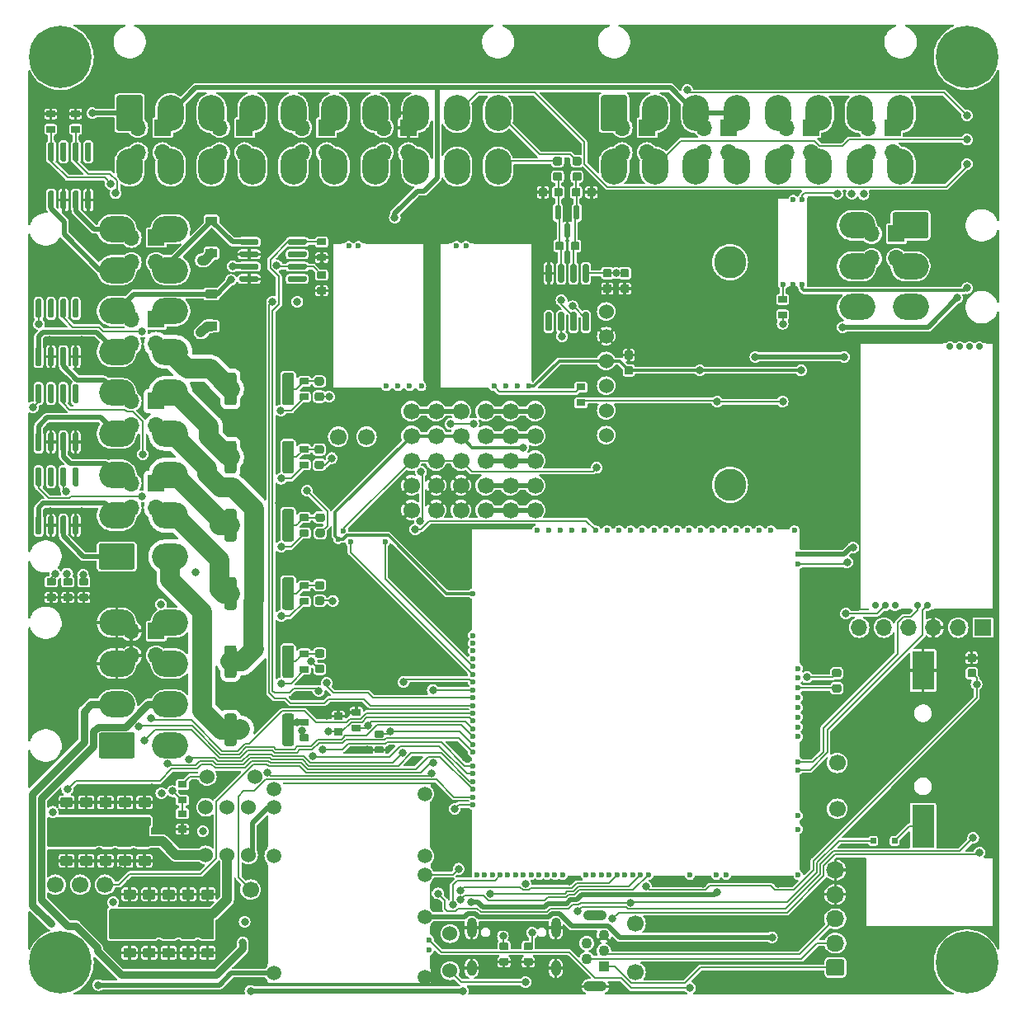
<source format=gbl>
G04 #@! TF.GenerationSoftware,KiCad,Pcbnew,8.0.1-8.0.1-1~ubuntu22.04.1*
G04 #@! TF.CreationDate,2024-04-13T16:01:45+00:00*
G04 #@! TF.ProjectId,uaefi,75616566-692e-46b6-9963-61645f706362,C*
G04 #@! TF.SameCoordinates,Original*
G04 #@! TF.FileFunction,Copper,L4,Bot*
G04 #@! TF.FilePolarity,Positive*
%FSLAX46Y46*%
G04 Gerber Fmt 4.6, Leading zero omitted, Abs format (unit mm)*
G04 Created by KiCad (PCBNEW 8.0.1-8.0.1-1~ubuntu22.04.1) date 2024-04-13 16:01:45*
%MOMM*%
%LPD*%
G01*
G04 APERTURE LIST*
G04 #@! TA.AperFunction,ComponentPad*
%ADD10R,1.700000X1.700000*%
G04 #@! TD*
G04 #@! TA.AperFunction,ComponentPad*
%ADD11O,1.700000X1.700000*%
G04 #@! TD*
G04 #@! TA.AperFunction,ComponentPad*
%ADD12O,2.700000X3.700000*%
G04 #@! TD*
G04 #@! TA.AperFunction,ComponentPad*
%ADD13C,1.700000*%
G04 #@! TD*
G04 #@! TA.AperFunction,ComponentPad*
%ADD14C,0.700000*%
G04 #@! TD*
G04 #@! TA.AperFunction,SMDPad,CuDef*
%ADD15R,1.100000X0.250000*%
G04 #@! TD*
G04 #@! TA.AperFunction,SMDPad,CuDef*
%ADD16R,0.980000X0.250000*%
G04 #@! TD*
G04 #@! TA.AperFunction,SMDPad,CuDef*
%ADD17R,6.300000X0.250000*%
G04 #@! TD*
G04 #@! TA.AperFunction,SMDPad,CuDef*
%ADD18R,0.250000X27.600000*%
G04 #@! TD*
G04 #@! TA.AperFunction,SMDPad,CuDef*
%ADD19R,8.750000X0.250000*%
G04 #@! TD*
G04 #@! TA.AperFunction,SMDPad,CuDef*
%ADD20R,0.950000X0.250000*%
G04 #@! TD*
G04 #@! TA.AperFunction,ComponentPad*
%ADD21C,0.800000*%
G04 #@! TD*
G04 #@! TA.AperFunction,ComponentPad*
%ADD22C,6.400000*%
G04 #@! TD*
G04 #@! TA.AperFunction,ComponentPad*
%ADD23C,1.524000*%
G04 #@! TD*
G04 #@! TA.AperFunction,ComponentPad*
%ADD24O,1.850000X1.700000*%
G04 #@! TD*
G04 #@! TA.AperFunction,ComponentPad*
%ADD25C,0.600000*%
G04 #@! TD*
G04 #@! TA.AperFunction,SMDPad,CuDef*
%ADD26R,6.185000X0.250000*%
G04 #@! TD*
G04 #@! TA.AperFunction,SMDPad,CuDef*
%ADD27R,1.115000X0.250000*%
G04 #@! TD*
G04 #@! TA.AperFunction,SMDPad,CuDef*
%ADD28R,0.250000X14.275000*%
G04 #@! TD*
G04 #@! TA.AperFunction,SMDPad,CuDef*
%ADD29R,0.250000X15.100000*%
G04 #@! TD*
G04 #@! TA.AperFunction,SMDPad,CuDef*
%ADD30R,5.175000X0.250000*%
G04 #@! TD*
G04 #@! TA.AperFunction,ComponentPad*
%ADD31R,1.100000X1.100000*%
G04 #@! TD*
G04 #@! TA.AperFunction,ComponentPad*
%ADD32C,1.100000*%
G04 #@! TD*
G04 #@! TA.AperFunction,ComponentPad*
%ADD33O,2.400000X1.100000*%
G04 #@! TD*
G04 #@! TA.AperFunction,SMDPad,CuDef*
%ADD34O,1.225000X0.200000*%
G04 #@! TD*
G04 #@! TA.AperFunction,SMDPad,CuDef*
%ADD35O,0.200000X9.300000*%
G04 #@! TD*
G04 #@! TA.AperFunction,ComponentPad*
%ADD36C,1.500000*%
G04 #@! TD*
G04 #@! TA.AperFunction,SMDPad,CuDef*
%ADD37O,0.200000X3.300000*%
G04 #@! TD*
G04 #@! TA.AperFunction,SMDPad,CuDef*
%ADD38O,0.200000X10.200000*%
G04 #@! TD*
G04 #@! TA.AperFunction,SMDPad,CuDef*
%ADD39O,0.200000X0.300000*%
G04 #@! TD*
G04 #@! TA.AperFunction,SMDPad,CuDef*
%ADD40O,17.000000X0.200000*%
G04 #@! TD*
G04 #@! TA.AperFunction,SMDPad,CuDef*
%ADD41O,15.400000X0.200000*%
G04 #@! TD*
G04 #@! TA.AperFunction,SMDPad,CuDef*
%ADD42O,0.200000X4.800000*%
G04 #@! TD*
G04 #@! TA.AperFunction,SMDPad,CuDef*
%ADD43O,0.200000X2.600000*%
G04 #@! TD*
G04 #@! TA.AperFunction,SMDPad,CuDef*
%ADD44O,0.200000X1.000000*%
G04 #@! TD*
G04 #@! TA.AperFunction,SMDPad,CuDef*
%ADD45O,0.200000X1.500000*%
G04 #@! TD*
G04 #@! TA.AperFunction,ComponentPad*
%ADD46C,0.599999*%
G04 #@! TD*
G04 #@! TA.AperFunction,ComponentPad*
%ADD47O,3.700000X2.700000*%
G04 #@! TD*
G04 #@! TA.AperFunction,SMDPad,CuDef*
%ADD48R,0.200000X3.700000*%
G04 #@! TD*
G04 #@! TA.AperFunction,SMDPad,CuDef*
%ADD49R,0.200000X0.400000*%
G04 #@! TD*
G04 #@! TA.AperFunction,SMDPad,CuDef*
%ADD50R,0.200000X1.600000*%
G04 #@! TD*
G04 #@! TA.AperFunction,SMDPad,CuDef*
%ADD51R,0.200000X9.700000*%
G04 #@! TD*
G04 #@! TA.AperFunction,SMDPad,CuDef*
%ADD52R,0.200000X2.300000*%
G04 #@! TD*
G04 #@! TA.AperFunction,SMDPad,CuDef*
%ADD53R,1.400000X0.200000*%
G04 #@! TD*
G04 #@! TA.AperFunction,SMDPad,CuDef*
%ADD54R,6.400000X0.200000*%
G04 #@! TD*
G04 #@! TA.AperFunction,SMDPad,CuDef*
%ADD55R,1.700000X0.200000*%
G04 #@! TD*
G04 #@! TA.AperFunction,SMDPad,CuDef*
%ADD56R,3.300000X0.200000*%
G04 #@! TD*
G04 #@! TA.AperFunction,SMDPad,CuDef*
%ADD57R,0.200000X7.000000*%
G04 #@! TD*
G04 #@! TA.AperFunction,SMDPad,CuDef*
%ADD58R,0.200000X3.300000*%
G04 #@! TD*
G04 #@! TA.AperFunction,SMDPad,CuDef*
%ADD59R,0.200000X6.300000*%
G04 #@! TD*
G04 #@! TA.AperFunction,ComponentPad*
%ADD60O,1.000000X2.100000*%
G04 #@! TD*
G04 #@! TA.AperFunction,ComponentPad*
%ADD61O,1.000000X1.600000*%
G04 #@! TD*
G04 #@! TA.AperFunction,ComponentPad*
%ADD62C,3.302000*%
G04 #@! TD*
G04 #@! TA.AperFunction,SMDPad,CuDef*
%ADD63R,2.299995X4.399991*%
G04 #@! TD*
G04 #@! TA.AperFunction,SMDPad,CuDef*
%ADD64R,2.299995X3.999992*%
G04 #@! TD*
G04 #@! TA.AperFunction,ViaPad*
%ADD65C,0.800000*%
G04 #@! TD*
G04 #@! TA.AperFunction,Conductor*
%ADD66C,0.200000*%
G04 #@! TD*
G04 #@! TA.AperFunction,Conductor*
%ADD67C,1.000000*%
G04 #@! TD*
G04 #@! TA.AperFunction,Conductor*
%ADD68C,0.800000*%
G04 #@! TD*
G04 #@! TA.AperFunction,Conductor*
%ADD69C,0.300000*%
G04 #@! TD*
G04 #@! TA.AperFunction,Conductor*
%ADD70C,0.500000*%
G04 #@! TD*
G04 #@! TA.AperFunction,Conductor*
%ADD71C,2.000000*%
G04 #@! TD*
G04 #@! TA.AperFunction,Conductor*
%ADD72C,0.150000*%
G04 #@! TD*
G04 APERTURE END LIST*
D10*
G04 #@! TO.P,J21,1,Pin_1*
G04 #@! TO.N,/OUT_IGN3*
X13315000Y52750000D03*
D11*
G04 #@! TO.P,J21,2,Pin_2*
G04 #@! TO.N,/OUT_INJ4*
X10775000Y52750000D03*
G04 #@! TO.P,J21,3,Pin_3*
G04 #@! TO.N,/OUT_IGN4*
X13315000Y50210000D03*
G04 #@! TO.P,J21,4,Pin_4*
G04 #@! TO.N,/OUT_INJ5*
X10775000Y50210000D03*
G04 #@! TD*
G04 #@! TO.P,J10,1,Pin_1*
G04 #@! TO.N,/IN_AUX1*
G04 #@! TA.AperFunction,ComponentPad*
G36*
G01*
X58950000Y89125001D02*
X58950000Y92324999D01*
G75*
G02*
X59200001Y92575000I250001J0D01*
G01*
X61399999Y92575000D01*
G75*
G02*
X61650000Y92324999I0J-250001D01*
G01*
X61650000Y89125001D01*
G75*
G02*
X61399999Y88875000I-250001J0D01*
G01*
X59200001Y88875000D01*
G75*
G02*
X58950000Y89125001I0J250001D01*
G01*
G37*
G04 #@! TD.AperFunction*
D12*
G04 #@! TO.P,J10,2,Pin_2*
G04 #@! TO.N,/IN_BUTTON1*
X64500000Y90725000D03*
G04 #@! TO.P,J10,3,Pin_3*
G04 #@! TO.N,+5VP*
X68700000Y90725000D03*
G04 #@! TO.P,J10,4,Pin_4*
X72900000Y90725000D03*
G04 #@! TO.P,J10,5,Pin_5*
G04 #@! TO.N,/IN_FLEX*
X77100000Y90725000D03*
G04 #@! TO.P,J10,6,Pin_6*
G04 #@! TO.N,/IN_PPS1*
X81300000Y90725000D03*
G04 #@! TO.P,J10,7,Pin_7*
G04 #@! TO.N,/CAN+*
X85500000Y90725000D03*
G04 #@! TO.P,J10,8,Pin_8*
G04 #@! TO.N,/CAN-*
X89700000Y90725000D03*
G04 #@! TO.P,J10,9,Pin_9*
G04 #@! TO.N,/IN_MAP*
X60300000Y85225000D03*
G04 #@! TO.P,J10,10,Pin_10*
G04 #@! TO.N,/IN_BUTTON2*
X64500000Y85225000D03*
G04 #@! TO.P,J10,11,Pin_11*
G04 #@! TO.N,GNDA*
X68700000Y85225000D03*
G04 #@! TO.P,J10,12,Pin_12*
X72900000Y85225000D03*
G04 #@! TO.P,J10,13,Pin_13*
G04 #@! TO.N,/IN_TPS1*
X77100000Y85225000D03*
G04 #@! TO.P,J10,14,Pin_14*
G04 #@! TO.N,/IN_KNOCK_RAW*
X81300000Y85225000D03*
G04 #@! TO.P,J10,15,Pin_15*
G04 #@! TO.N,/IN_IAT*
X85500000Y85225000D03*
G04 #@! TO.P,J10,16,Pin_16*
G04 #@! TO.N,/IN_CLT*
X89700000Y85225000D03*
G04 #@! TD*
D13*
G04 #@! TO.P,P8,1,Pin_1*
G04 #@! TO.N,Net-(M6-UART2_TX_(PD5))*
X83200000Y19300000D03*
G04 #@! TD*
D10*
G04 #@! TO.P,J20,1,Pin_1*
G04 #@! TO.N,/OUT_IGN2*
X13315000Y61150000D03*
D11*
G04 #@! TO.P,J20,2,Pin_2*
G04 #@! TO.N,/OUT_INJ2*
X10775000Y61150000D03*
G04 #@! TO.P,J20,3,Pin_3*
G04 #@! TO.N,/OUT_IGN5*
X13315000Y58610000D03*
G04 #@! TO.P,J20,4,Pin_4*
G04 #@! TO.N,/OUT_INJ3*
X10775000Y58610000D03*
G04 #@! TD*
D14*
G04 #@! TO.P,M5,E1,LSU_Un*
G04 #@! TO.N,/WBO_Un*
X97775000Y66750000D03*
G04 #@! TO.P,M5,E2,LSU_Vm*
G04 #@! TO.N,/WBO_Vm*
X94775000Y66750000D03*
G04 #@! TO.P,M5,E3,LSU_Ip*
G04 #@! TO.N,/WBO_Ip*
X95775000Y66750000D03*
G04 #@! TO.P,M5,E4,LSU_Rtrim*
G04 #@! TO.N,/WBO_Rtrim*
X96775000Y66750000D03*
D15*
G04 #@! TO.P,M5,G,GND*
G04 #@! TO.N,GND*
X85925000Y39775000D03*
D16*
X90265000Y39775000D03*
D17*
X96225000Y39775000D03*
D18*
X85500000Y53450000D03*
X99250000Y53450000D03*
D19*
X89750000Y67125000D03*
D20*
X98900000Y67125000D03*
D14*
G04 #@! TO.P,M5,W1,V5_IN*
G04 #@! TO.N,+5VA*
X88125000Y40158800D03*
G04 #@! TO.P,M5,W2,CAN_VIO*
G04 #@! TO.N,unconnected-(M5-CAN_VIO-PadW2)*
X89125000Y40158800D03*
G04 #@! TO.P,M5,W3,CANL*
G04 #@! TO.N,/CAN-*
X92421000Y40158800D03*
G04 #@! TO.P,M5,W4,CANH*
G04 #@! TO.N,/CAN+*
X91405000Y40158800D03*
G04 #@! TO.P,M5,W9,VDDA*
G04 #@! TO.N,unconnected-(M5-VDDA-PadW9)*
X87125000Y40158800D03*
G04 #@! TD*
G04 #@! TO.P,J2,1,Pin_1*
G04 #@! TO.N,+5VP*
G04 #@! TA.AperFunction,ComponentPad*
G36*
G01*
X9250000Y89125001D02*
X9250000Y92324999D01*
G75*
G02*
X9500001Y92575000I250001J0D01*
G01*
X11699999Y92575000D01*
G75*
G02*
X11950000Y92324999I0J-250001D01*
G01*
X11950000Y89125001D01*
G75*
G02*
X11699999Y88875000I-250001J0D01*
G01*
X9500001Y88875000D01*
G75*
G02*
X9250000Y89125001I0J250001D01*
G01*
G37*
G04 #@! TD.AperFunction*
D12*
G04 #@! TO.P,J2,2,Pin_2*
X14800000Y90725000D03*
G04 #@! TO.P,J2,3,Pin_3*
G04 #@! TO.N,/IN_AUX2*
X19000000Y90725000D03*
G04 #@! TO.P,J2,4,Pin_4*
G04 #@! TO.N,/IN_PPS2*
X23200000Y90725000D03*
G04 #@! TO.P,J2,5,Pin_5*
G04 #@! TO.N,/IN_HALL1*
X27400000Y90725000D03*
G04 #@! TO.P,J2,6,Pin_6*
G04 #@! TO.N,/IN_HALL2*
X31600000Y90725000D03*
G04 #@! TO.P,J2,7,Pin_7*
G04 #@! TO.N,/IN_HALL3*
X35800000Y90725000D03*
G04 #@! TO.P,J2,8,Pin_8*
G04 #@! TO.N,GND*
X40000000Y90725000D03*
G04 #@! TO.P,J2,9,Pin_9*
G04 #@! TO.N,/IN_BUTTON3*
X44200000Y90725000D03*
G04 #@! TO.P,J2,10,Pin_10*
G04 #@! TO.N,/EGT+*
X48400000Y90725000D03*
G04 #@! TO.P,J2,11,Pin_11*
G04 #@! TO.N,GNDA*
X10600000Y85225000D03*
G04 #@! TO.P,J2,12,Pin_12*
X14800000Y85225000D03*
G04 #@! TO.P,J2,13,Pin_13*
X19000000Y85225000D03*
G04 #@! TO.P,J2,14,Pin_14*
G04 #@! TO.N,/IN_TPS2*
X23200000Y85225000D03*
G04 #@! TO.P,J2,15,Pin_15*
G04 #@! TO.N,/IN_AUX3*
X27400000Y85225000D03*
G04 #@! TO.P,J2,16,Pin_16*
G04 #@! TO.N,/VR_MAX9924+*
X31600000Y85225000D03*
G04 #@! TO.P,J2,17,Pin_17*
G04 #@! TO.N,/VR_MAX9924-*
X35800000Y85225000D03*
G04 #@! TO.P,J2,18,Pin_18*
G04 #@! TO.N,/VR_DISCRETE+*
X40000000Y85225000D03*
G04 #@! TO.P,J2,19,Pin_19*
G04 #@! TO.N,/VR_DISCRETE-*
X44200000Y85225000D03*
G04 #@! TO.P,J2,20,Pin_20*
G04 #@! TO.N,/EGT-*
X48400000Y85225000D03*
G04 #@! TD*
D10*
G04 #@! TO.P,J17,1,Pin_1*
G04 #@! TO.N,GND*
X39190000Y89225000D03*
D11*
G04 #@! TO.P,J17,2,Pin_2*
G04 #@! TO.N,/IN_HALL3*
X36650000Y89225000D03*
G04 #@! TO.P,J17,3,Pin_3*
G04 #@! TO.N,/VR_DISCRETE+*
X39190000Y86685000D03*
G04 #@! TO.P,J17,4,Pin_4*
G04 #@! TO.N,/VR_MAX9924-*
X36650000Y86685000D03*
G04 #@! TD*
D13*
G04 #@! TO.P,P1,1,Pin_1*
G04 #@! TO.N,Net-(M7-CANL)*
X32000000Y57500000D03*
G04 #@! TD*
G04 #@! TO.P,P2,1,Pin_1*
G04 #@! TO.N,Net-(M7-CANH)*
X34900000Y57500000D03*
G04 #@! TD*
G04 #@! TO.P,P15,1,Pin_1*
G04 #@! TO.N,/DC1_DIR*
X5540000Y11500000D03*
G04 #@! TD*
D21*
G04 #@! TO.P,H1,1*
G04 #@! TO.N,N/C*
X1100000Y96500000D03*
X1802944Y98197056D03*
X1802944Y94802944D03*
X3500000Y98900000D03*
D22*
X3500000Y96500000D03*
D21*
X3500000Y94100000D03*
X5197056Y98197056D03*
X5197056Y94802944D03*
X5900000Y96500000D03*
G04 #@! TD*
G04 #@! TO.P,H4,1*
G04 #@! TO.N,N/C*
X94100000Y96500000D03*
X94802944Y98197056D03*
X94802944Y94802944D03*
X96500000Y98900000D03*
D22*
X96500000Y96500000D03*
D21*
X96500000Y94100000D03*
X98197056Y98197056D03*
X98197056Y94802944D03*
X98900000Y96500000D03*
G04 #@! TD*
D23*
G04 #@! TO.P,F4,1,1*
G04 #@! TO.N,+12V*
X18400000Y19450000D03*
G04 #@! TO.P,F4,2,2*
G04 #@! TO.N,/DC Driver 1/PWR*
X18400000Y14550000D03*
G04 #@! TD*
G04 #@! TO.P,J7,1,Pin_1*
G04 #@! TO.N,/VBUS*
G04 #@! TA.AperFunction,ComponentPad*
G36*
G01*
X83675000Y2150000D02*
X82325000Y2150000D01*
G75*
G02*
X82075000Y2400000I0J250000D01*
G01*
X82075000Y3600000D01*
G75*
G02*
X82325000Y3850000I250000J0D01*
G01*
X83675000Y3850000D01*
G75*
G02*
X83925000Y3600000I0J-250000D01*
G01*
X83925000Y2400000D01*
G75*
G02*
X83675000Y2150000I-250000J0D01*
G01*
G37*
G04 #@! TD.AperFunction*
D24*
G04 #@! TO.P,J7,2,Pin_2*
G04 #@! TO.N,/USB-*
X83000000Y5500000D03*
G04 #@! TO.P,J7,3,Pin_3*
G04 #@! TO.N,/USB+*
X83000000Y8000000D03*
G04 #@! TO.P,J7,4,Pin_4*
G04 #@! TO.N,GND*
X83000000Y10500000D03*
G04 #@! TO.P,J7,5,Pin_5*
X83000000Y13000000D03*
G04 #@! TD*
D13*
G04 #@! TO.P,P4,1,Pin_1*
G04 #@! TO.N,Net-(M6-LED_GREEN)*
X62500000Y7500000D03*
G04 #@! TD*
D21*
G04 #@! TO.P,H2,1*
G04 #@! TO.N,N/C*
X1100000Y3500000D03*
X1802944Y5197056D03*
X1802944Y1802944D03*
X3500000Y5900000D03*
D22*
X3500000Y3500000D03*
D21*
X3500000Y1100000D03*
X5197056Y5197056D03*
X5197056Y1802944D03*
X5900000Y3500000D03*
G04 #@! TD*
D25*
G04 #@! TO.P,M3,E1,Thresh_IN*
G04 #@! TO.N,/VR_DISCRETE_THR*
X49175000Y62675000D03*
G04 #@! TO.P,M3,E2,OUT_A*
G04 #@! TO.N,/VR_DISCRETE_A*
X47975000Y62675000D03*
G04 #@! TO.P,M3,E3,OUT*
G04 #@! TO.N,/VR_DISCRETE*
X50375000Y62675000D03*
G04 #@! TO.P,M3,E4,V5_IN*
G04 #@! TO.N,+5VA*
X51575000Y62675000D03*
D26*
G04 #@! TO.P,M3,G,GND*
G04 #@! TO.N,GND*
X48907500Y77325000D03*
D27*
X42857500Y77325000D03*
D28*
X51875000Y70312500D03*
D29*
X42425000Y69900000D03*
D30*
X44887500Y62475000D03*
D25*
G04 #@! TO.P,M3,W1,VR-*
G04 #@! TO.N,/VR_DISCRETE-*
X45115000Y77100000D03*
G04 #@! TO.P,M3,W2,VR+*
G04 #@! TO.N,/VR_DISCRETE+*
X44115000Y77100000D03*
G04 #@! TD*
D13*
G04 #@! TO.P,P17,1,Pin_1*
G04 #@! TO.N,/DC1_PWM*
X3000000Y11500000D03*
G04 #@! TD*
D31*
G04 #@! TO.P,J8,1,VBUS*
G04 #@! TO.N,/VBUS*
X59250000Y3100000D03*
D32*
G04 #@! TO.P,J8,2,D-*
G04 #@! TO.N,/USB-*
X57500000Y3900000D03*
G04 #@! TO.P,J8,3,D+*
G04 #@! TO.N,/USB+*
X59250000Y4700000D03*
G04 #@! TO.P,J8,4,ID*
G04 #@! TO.N,unconnected-(J8-ID-Pad4)*
X57500000Y5500000D03*
G04 #@! TO.P,J8,5,GND*
G04 #@! TO.N,GND*
X59250000Y6300000D03*
D33*
G04 #@! TO.P,J8,6,Shield*
X58375000Y1050000D03*
X58375000Y8350000D03*
G04 #@! TD*
D23*
G04 #@! TO.P,F3,1,1*
G04 #@! TO.N,+12V*
X20600000Y19450000D03*
G04 #@! TO.P,F3,2,2*
G04 #@! TO.N,/DC Driver 2/PWR*
X20600000Y14550000D03*
G04 #@! TD*
D25*
G04 #@! TO.P,M2,E1,V5A*
G04 #@! TO.N,+5VA*
X79574999Y73125000D03*
D34*
G04 #@! TO.P,M2,E2,GND*
G04 #@! TO.N,GND*
X77599999Y82025000D03*
D35*
X80174999Y77475000D03*
X77074999Y77475000D03*
D25*
X78624999Y73125000D03*
G04 #@! TO.P,M2,E3,OUT_KNOCK*
G04 #@! TO.N,/IN_KNOCK*
X77675001Y73125000D03*
G04 #@! TO.P,M2,W1,IN_KNOCK*
G04 #@! TO.N,/IN_KNOCK_RAW*
X78674999Y81825000D03*
G04 #@! TO.P,M2,W2,VREF*
G04 #@! TO.N,/VREF1*
X79574999Y81825000D03*
G04 #@! TD*
D13*
G04 #@! TO.P,P18,1,Pin_1*
G04 #@! TO.N,/DC2_PWM*
X23000000Y11000000D03*
G04 #@! TD*
D36*
G04 #@! TO.P,M1,E1,VBAT*
G04 #@! TO.N,/VBAT*
X40874995Y20824999D03*
G04 #@! TO.P,M1,E2,V12*
G04 #@! TO.N,unconnected-(M1-V12-PadE2)*
X40874995Y14425002D03*
G04 #@! TO.P,M1,E3,VIGN*
G04 #@! TO.N,/VIGN*
X40874995Y12524999D03*
G04 #@! TO.P,M1,E4,V5*
G04 #@! TO.N,+5V*
X40874995Y8224999D03*
D25*
G04 #@! TO.P,M1,E5,EN_5VP*
G04 #@! TO.N,/PWR_EN*
X41324994Y5825002D03*
G04 #@! TO.P,M1,E6,PG_5VP*
G04 #@! TO.N,Net-(M1-PG_5VP)*
X41324994Y4825001D03*
D37*
G04 #@! TO.P,M1,S1,GND*
G04 #@! TO.N,GND*
X24724999Y16974999D03*
D38*
X24724999Y8475001D03*
D39*
X24724999Y1374999D03*
D40*
X33124997Y1324999D03*
D41*
X33924998Y21924999D03*
D36*
X40874995Y1974999D03*
D39*
X41524996Y21874999D03*
D42*
X41524996Y17675001D03*
D43*
X41524996Y10324999D03*
D44*
X41524996Y6825002D03*
D45*
X41524996Y3525001D03*
D36*
G04 #@! TO.P,M1,V1,V12_PERM*
G04 #@! TO.N,+12V_RAW*
X25374998Y21275001D03*
G04 #@! TO.P,M1,V2,IN_VIGN*
G04 #@! TO.N,/IN_VIGN*
X25374998Y19425002D03*
G04 #@! TO.P,M1,V3,V12_RAW*
G04 #@! TO.N,+12V_RAW*
X25374998Y14474999D03*
G04 #@! TO.P,M1,V4,5VP*
G04 #@! TO.N,+5VP*
X25374998Y2425001D03*
G04 #@! TD*
D46*
G04 #@! TO.P,M7,V1,V5*
G04 #@! TO.N,+5VA*
X31999999Y46975001D03*
G04 #@! TO.P,M7,V2,CAN_VIO*
G04 #@! TO.N,+3.3VA*
X32524999Y47850003D03*
G04 #@! TO.P,M7,V5,CAN_TX*
G04 #@! TO.N,Net-(M6-SPI2_SCK_{slash}_CAN2_TX_(PB13))*
X33274997Y46674999D03*
G04 #@! TO.P,M7,V6,CAN_RX*
G04 #@! TO.N,Net-(M6-SPI2_CS_{slash}_CAN2_RX_(PB12))*
X36824998Y46750002D03*
G04 #@! TD*
D10*
G04 #@! TO.P,J11,1,Pin_1*
G04 #@! TO.N,/IN_PPS1*
X80490000Y89225000D03*
D11*
G04 #@! TO.P,J11,2,Pin_2*
G04 #@! TO.N,/IN_FLEX*
X77950000Y89225000D03*
G04 #@! TO.P,J11,3,Pin_3*
G04 #@! TO.N,/IN_KNOCK_RAW*
X80490000Y86685000D03*
G04 #@! TO.P,J11,4,Pin_4*
G04 #@! TO.N,/IN_TPS1*
X77950000Y86685000D03*
G04 #@! TD*
G04 #@! TO.P,J5,1,Pin_1*
G04 #@! TO.N,/OUT_INJ6*
G04 #@! TA.AperFunction,ComponentPad*
G36*
G01*
X10874999Y43850000D02*
X7675001Y43850000D01*
G75*
G02*
X7425000Y44100001I0J250001D01*
G01*
X7425000Y46299999D01*
G75*
G02*
X7675001Y46550000I250001J0D01*
G01*
X10874999Y46550000D01*
G75*
G02*
X11125000Y46299999I0J-250001D01*
G01*
X11125000Y44100001D01*
G75*
G02*
X10874999Y43850000I-250001J0D01*
G01*
G37*
G04 #@! TD.AperFunction*
D47*
G04 #@! TO.P,J5,2,Pin_2*
G04 #@! TO.N,/OUT_INJ5*
X9275000Y49400000D03*
G04 #@! TO.P,J5,3,Pin_3*
G04 #@! TO.N,/OUT_INJ4*
X9275000Y53600000D03*
G04 #@! TO.P,J5,4,Pin_4*
G04 #@! TO.N,/OUT_INJ3*
X9275000Y57800000D03*
G04 #@! TO.P,J5,5,Pin_5*
G04 #@! TO.N,/OUT_INJ2*
X9275000Y62000000D03*
G04 #@! TO.P,J5,6,Pin_6*
G04 #@! TO.N,/OUT_INJ1*
X9275000Y66200000D03*
G04 #@! TO.P,J5,7,Pin_7*
G04 #@! TO.N,/OUT_LS1*
X9275000Y70400000D03*
G04 #@! TO.P,J5,8,Pin_8*
G04 #@! TO.N,/OUT_LS_HOT2*
X9275000Y74600000D03*
G04 #@! TO.P,J5,9,Pin_9*
G04 #@! TO.N,/OUT_LS_HOT1*
X9275000Y78800000D03*
G04 #@! TO.P,J5,10,Pin_10*
G04 #@! TO.N,/OUT_IGN6*
X14775000Y45200000D03*
G04 #@! TO.P,J5,11,Pin_11*
G04 #@! TO.N,/OUT_IGN4*
X14775000Y49400000D03*
G04 #@! TO.P,J5,12,Pin_12*
G04 #@! TO.N,/OUT_IGN3*
X14775000Y53600000D03*
G04 #@! TO.P,J5,13,Pin_13*
G04 #@! TO.N,/OUT_IGN5*
X14775000Y57800000D03*
G04 #@! TO.P,J5,14,Pin_14*
G04 #@! TO.N,/OUT_IGN2*
X14775000Y62000000D03*
G04 #@! TO.P,J5,15,Pin_15*
G04 #@! TO.N,/OUT_IGN1*
X14775000Y66200000D03*
G04 #@! TO.P,J5,16,Pin_16*
G04 #@! TO.N,/OUT_LS4*
X14775000Y70400000D03*
G04 #@! TO.P,J5,17,Pin_17*
G04 #@! TO.N,/OUT_LS3*
X14775000Y74600000D03*
G04 #@! TO.P,J5,18,Pin_18*
G04 #@! TO.N,/OUT_LS2*
X14775000Y78800000D03*
G04 #@! TD*
D10*
G04 #@! TO.P,J1,1,Pin_1*
G04 #@! TO.N,/CAN-*
X88890000Y89225000D03*
D11*
G04 #@! TO.P,J1,2,Pin_2*
G04 #@! TO.N,/CAN+*
X86350000Y89225000D03*
G04 #@! TO.P,J1,3,Pin_3*
G04 #@! TO.N,/IN_CLT*
X88890000Y86685000D03*
G04 #@! TO.P,J1,4,Pin_4*
G04 #@! TO.N,/IN_IAT*
X86350000Y86685000D03*
G04 #@! TD*
G04 #@! TO.P,J3,1,Pin_1*
G04 #@! TO.N,+12V_RAW*
G04 #@! TA.AperFunction,ComponentPad*
G36*
G01*
X89125001Y80550000D02*
X92324999Y80550000D01*
G75*
G02*
X92575000Y80299999I0J-250001D01*
G01*
X92575000Y78100001D01*
G75*
G02*
X92324999Y77850000I-250001J0D01*
G01*
X89125001Y77850000D01*
G75*
G02*
X88875000Y78100001I0J250001D01*
G01*
X88875000Y80299999D01*
G75*
G02*
X89125001Y80550000I250001J0D01*
G01*
G37*
G04 #@! TD.AperFunction*
D47*
G04 #@! TO.P,J3,2,Pin_2*
G04 #@! TO.N,/WBO_Rtrim*
X90725000Y75000000D03*
G04 #@! TO.P,J3,3,Pin_3*
G04 #@! TO.N,/WBO_Heater*
X90725000Y70800000D03*
G04 #@! TO.P,J3,4,Pin_4*
G04 #@! TO.N,/WBO_Un*
X85225000Y79200000D03*
G04 #@! TO.P,J3,5,Pin_5*
G04 #@! TO.N,/WBO_Ip*
X85225000Y75000000D03*
G04 #@! TO.P,J3,6,Pin_6*
G04 #@! TO.N,/WBO_Vm*
X85225000Y70800000D03*
G04 #@! TD*
D10*
G04 #@! TO.P,J16,1,Pin_1*
G04 #@! TO.N,/IN_HALL2*
X30790000Y89225000D03*
D11*
G04 #@! TO.P,J16,2,Pin_2*
G04 #@! TO.N,/IN_HALL1*
X28250000Y89225000D03*
G04 #@! TO.P,J16,3,Pin_3*
G04 #@! TO.N,/VR_MAX9924+*
X30790000Y86685000D03*
G04 #@! TO.P,J16,4,Pin_4*
G04 #@! TO.N,/IN_AUX3*
X28250000Y86685000D03*
G04 #@! TD*
D23*
G04 #@! TO.P,F1,1,1*
G04 #@! TO.N,/12V_KEY*
X22800000Y19450000D03*
G04 #@! TO.P,F1,2,2*
G04 #@! TO.N,/IN_VIGN*
X22800000Y14550000D03*
G04 #@! TD*
D13*
G04 #@! TO.P,G3,1*
G04 #@! TO.N,GND*
X39500000Y49960000D03*
G04 #@! TO.P,G3,2*
X39500000Y52500000D03*
G04 #@! TO.P,G3,3*
G04 #@! TO.N,+3.3VA*
X39500000Y55040000D03*
G04 #@! TO.P,G3,4*
G04 #@! TO.N,+5VA*
X39500000Y57580000D03*
G04 #@! TO.P,G3,5*
G04 #@! TO.N,+12V_RAW*
X39500000Y60120000D03*
G04 #@! TO.P,G3,6*
G04 #@! TO.N,GND*
X42040000Y49960000D03*
G04 #@! TO.P,G3,7*
X42040000Y52500000D03*
G04 #@! TO.P,G3,8*
G04 #@! TO.N,+3.3VA*
X42040000Y55040000D03*
G04 #@! TO.P,G3,9*
G04 #@! TO.N,+5VA*
X42040000Y57580000D03*
G04 #@! TO.P,G3,10*
G04 #@! TO.N,+12V_RAW*
X42040000Y60120000D03*
G04 #@! TO.P,G3,11*
G04 #@! TO.N,GND*
X44580000Y49960000D03*
G04 #@! TO.P,G3,12*
X44580000Y52500000D03*
G04 #@! TO.P,G3,13*
G04 #@! TO.N,+3.3VA*
X44580000Y55040000D03*
G04 #@! TO.P,G3,14*
G04 #@! TO.N,+5VA*
X44580000Y57580000D03*
G04 #@! TO.P,G3,15*
G04 #@! TO.N,+12V_RAW*
X44580000Y60120000D03*
G04 #@! TD*
G04 #@! TO.P,P3,1,Pin_1*
G04 #@! TO.N,Net-(M6-LED_YELLOW)*
X62500000Y2500000D03*
G04 #@! TD*
D23*
G04 #@! TO.P,R4,1,1*
G04 #@! TO.N,Net-(M1-PG_5VP)*
X43474609Y6474609D03*
G04 #@! TO.P,R4,2,2*
G04 #@! TO.N,/PG_5VP*
X43474609Y2664609D03*
G04 #@! TD*
D10*
G04 #@! TO.P,J24,1,Pin_1*
G04 #@! TO.N,+12V_RAW*
X89265000Y78350000D03*
D11*
G04 #@! TO.P,J24,2,Pin_2*
G04 #@! TO.N,/WBO_Un*
X86725000Y78350000D03*
G04 #@! TO.P,J24,3,Pin_3*
G04 #@! TO.N,/WBO_Rtrim*
X89265000Y75810000D03*
G04 #@! TO.P,J24,4,Pin_4*
G04 #@! TO.N,/WBO_Ip*
X86725000Y75810000D03*
G04 #@! TD*
G04 #@! TO.P,J4,1,Pin_1*
G04 #@! TO.N,/OUT_DC1-*
G04 #@! TA.AperFunction,ComponentPad*
G36*
G01*
X10874999Y24450000D02*
X7675001Y24450000D01*
G75*
G02*
X7425000Y24700001I0J250001D01*
G01*
X7425000Y26899999D01*
G75*
G02*
X7675001Y27150000I250001J0D01*
G01*
X10874999Y27150000D01*
G75*
G02*
X11125000Y26899999I0J-250001D01*
G01*
X11125000Y24700001D01*
G75*
G02*
X10874999Y24450000I-250001J0D01*
G01*
G37*
G04 #@! TD.AperFunction*
D47*
G04 #@! TO.P,J4,2,Pin_2*
G04 #@! TO.N,/OUT_DC2-*
X9275000Y30000000D03*
G04 #@! TO.P,J4,3,Pin_3*
G04 #@! TO.N,GND*
X9275000Y34200000D03*
G04 #@! TO.P,J4,4,Pin_4*
X9275000Y38400000D03*
G04 #@! TO.P,J4,5,Pin_5*
G04 #@! TO.N,/OUT_DC1+*
X14775000Y25800000D03*
G04 #@! TO.P,J4,6,Pin_6*
G04 #@! TO.N,/OUT_DC2+*
X14775000Y30000000D03*
G04 #@! TO.P,J4,7,Pin_7*
G04 #@! TO.N,/12V_KEY*
X14775000Y34200000D03*
G04 #@! TO.P,J4,8,Pin_8*
G04 #@! TO.N,+12V*
X14775000Y38400000D03*
G04 #@! TD*
D13*
G04 #@! TO.P,P7,1,Pin_1*
G04 #@! TO.N,Net-(M6-UART2_RX_(PD6))*
X83200000Y24000000D03*
G04 #@! TD*
D25*
G04 #@! TO.P,M6,E1,V5A_SWITCHABLE*
G04 #@! TO.N,+5VA*
X45800010Y41400000D03*
G04 #@! TO.P,M6,E2,GNDA*
G04 #@! TO.N,unconnected-(M6-GNDA-PadE2)*
X45800000Y37100000D03*
G04 #@! TO.P,M6,E3,I2C_SCL_(PB10)*
G04 #@! TO.N,unconnected-(M6-I2C_SCL_(PB10)-PadE3)*
X45800000Y36300010D03*
G04 #@! TO.P,M6,E4,I2C_SDA_(PB11)*
G04 #@! TO.N,unconnected-(M6-I2C_SDA_(PB11)-PadE4)*
X45800000Y35500000D03*
G04 #@! TO.P,M6,E5,IN_VIGN_(PA5)*
G04 #@! TO.N,/VIGN*
X45800000Y34700000D03*
G04 #@! TO.P,M6,E6,SPI2_CS_/_CAN2_RX_(PB12)*
G04 #@! TO.N,Net-(M6-SPI2_CS_{slash}_CAN2_RX_(PB12))*
X45800000Y33900000D03*
G04 #@! TO.P,M6,E7,SPI2_SCK_/_CAN2_TX_(PB13)*
G04 #@! TO.N,Net-(M6-SPI2_SCK_{slash}_CAN2_TX_(PB13))*
X45800000Y33100000D03*
G04 #@! TO.P,M6,E8,SPI2_MISO_(PB14)*
G04 #@! TO.N,/DC1_DIS*
X45800000Y32300000D03*
G04 #@! TO.P,M6,E9,SPI2_MOSI_(PB15)*
G04 #@! TO.N,/DC2_DIR*
X45800000Y31500000D03*
G04 #@! TO.P,M6,E10,OUT_INJ8_(PD12)*
G04 #@! TO.N,/LS2*
X45800000Y30700000D03*
G04 #@! TO.P,M6,E11,OUT_INJ7_(PD15)*
G04 #@! TO.N,/LS1*
X45800000Y29900000D03*
G04 #@! TO.P,M6,E12,OUT_INJ6_(PA8)*
G04 #@! TO.N,/INJ6*
X45800000Y29100000D03*
G04 #@! TO.P,M6,E13,OUT_INJ5_(PD2)*
G04 #@! TO.N,/INJ5*
X45800000Y28300000D03*
G04 #@! TO.P,M6,E14,OUT_INJ4_(PD10)*
G04 #@! TO.N,/INJ4*
X45800000Y27500000D03*
G04 #@! TO.P,M6,E15,OUT_INJ3_(PD11)*
G04 #@! TO.N,/INJ3*
X45800000Y26700000D03*
G04 #@! TO.P,M6,E16,OUT_INJ2_(PA9)*
G04 #@! TO.N,/INJ2*
X45800010Y25900010D03*
G04 #@! TO.P,M6,E17,OUT_INJ1_(PD3)*
G04 #@! TO.N,/INJ1*
X45800000Y25100000D03*
G04 #@! TO.P,M6,E18,OUT_PWM1_(PD13)*
G04 #@! TO.N,/LS3*
X45800000Y23700000D03*
G04 #@! TO.P,M6,E19,OUT_PWM2_(PC6)*
G04 #@! TO.N,/LS4*
X45800000Y22900010D03*
G04 #@! TO.P,M6,E20,OUT_PWM3_(PC7)*
G04 #@! TO.N,/DC1_PWM*
X45800000Y22100010D03*
G04 #@! TO.P,M6,E21,OUT_PWM4_(PC8)*
G04 #@! TO.N,/DC1_DIR*
X45800000Y21300010D03*
G04 #@! TO.P,M6,E22,OUT_PWM5_(PC9)*
G04 #@! TO.N,/DC2_PWM*
X45800000Y20500010D03*
G04 #@! TO.P,M6,E23,OUT_PWM6_(PD14)*
G04 #@! TO.N,/VR_DISCRETE_THR*
X45800000Y19700000D03*
D48*
G04 #@! TO.P,M6,G,GND*
G04 #@! TO.N,GND*
X79400010Y14850010D03*
D49*
X79400010Y17900000D03*
D48*
X79400010Y20950010D03*
D50*
X79400010Y25400000D03*
D51*
X79400010Y39050000D03*
D52*
X79400010Y47050000D03*
D53*
X77600000Y48100010D03*
D54*
X75500010Y12300010D03*
D55*
X69450010Y12300010D03*
D56*
X65950010Y12300010D03*
D53*
X56200010Y12300010D03*
D54*
X48700010Y48100010D03*
D57*
X45600000Y15699990D03*
D49*
X45600000Y24400010D03*
D58*
X45600000Y39250010D03*
D59*
X45600000Y45050010D03*
D25*
G04 #@! TO.P,M6,N1,VBUS*
G04 #@! TO.N,/VBUS*
X46200000Y12500000D03*
G04 #@! TO.P,M6,N2,USBM_(PA11)*
G04 #@! TO.N,/USB-*
X47000000Y12500000D03*
G04 #@! TO.P,M6,N3,USBP_(PA12)*
G04 #@! TO.N,/USB+*
X47800000Y12500000D03*
G04 #@! TO.P,M6,N4,USBID_(PA10)*
G04 #@! TO.N,/DC2_DIS*
X48600010Y12500000D03*
G04 #@! TO.P,M6,N5,SWDIO_(PA13)*
G04 #@! TO.N,unconnected-(M6-SWDIO_(PA13)-PadN5)*
X49400000Y12500000D03*
G04 #@! TO.P,M6,N6,SWCLK_(PA14)*
G04 #@! TO.N,unconnected-(M6-SWCLK_(PA14)-PadN6)*
X50200000Y12500000D03*
G04 #@! TO.P,M6,N7,nReset*
G04 #@! TO.N,unconnected-(M6-nReset-PadN7)*
X51000000Y12500000D03*
G04 #@! TO.P,M6,N8,SWO_(PB3)*
G04 #@! TO.N,unconnected-(M6-SWO_(PB3)-PadN8)*
X51800010Y12500000D03*
G04 #@! TO.P,M6,N9,SPI3_CS_(PA15)*
G04 #@! TO.N,/EGT/SPI_CS*
X52600000Y12500010D03*
G04 #@! TO.P,M6,N10,SPI3_SCK_(PC10)*
G04 #@! TO.N,/EGT/SPI_SCK*
X53400000Y12500010D03*
G04 #@! TO.P,M6,N11,SPI3_MISO_(PC11)*
G04 #@! TO.N,/EGT/SPI_SO*
X54200000Y12500010D03*
G04 #@! TO.P,M6,N12,SPI3_MOSI_(PC12)*
G04 #@! TO.N,/PG_5VP*
X55000000Y12500010D03*
G04 #@! TO.P,M6,N13,UART2_TX_(PD5)*
G04 #@! TO.N,Net-(M6-UART2_TX_(PD5))*
X57400010Y12500010D03*
G04 #@! TO.P,M6,N14,UART2_RX_(PD6)*
G04 #@! TO.N,Net-(M6-UART2_RX_(PD6))*
X58200010Y12500010D03*
G04 #@! TO.P,M6,N14a,LED_GREEN*
G04 #@! TO.N,Net-(M6-LED_GREEN)*
X59000000Y12500000D03*
G04 #@! TO.P,M6,N14b,LED_YELLOW*
G04 #@! TO.N,Net-(M6-LED_YELLOW)*
X59800010Y12500000D03*
G04 #@! TO.P,M6,N15,V33_SWITCHABLE*
G04 #@! TO.N,+3.3VA*
X60600010Y12500000D03*
G04 #@! TO.P,M6,N16,BOOT0*
G04 #@! TO.N,unconnected-(M6-BOOT0-PadN16)*
X61400010Y12500000D03*
G04 #@! TO.P,M6,N17,VBAT*
G04 #@! TO.N,/VBAT*
X62200010Y12500000D03*
G04 #@! TO.P,M6,N18,UART8_RX_(PE0)*
G04 #@! TO.N,/VR_DISCRETE*
X63000010Y12500010D03*
G04 #@! TO.P,M6,N19,UART8_TX_(PE1)*
G04 #@! TO.N,/VR_MAX9924*
X63800010Y12500010D03*
G04 #@! TO.P,M6,N20,OUT_PWR_EN_(PE10)*
G04 #@! TO.N,/PWR_EN*
X68100010Y12500010D03*
G04 #@! TO.P,M6,N21,V33*
G04 #@! TO.N,+3.3V*
X70800010Y12500010D03*
G04 #@! TO.P,M6,N22,VCC*
G04 #@! TO.N,+5V*
X71800000Y12500010D03*
G04 #@! TO.P,M6,N23,V33*
G04 #@! TO.N,unconnected-(M6-V33-PadN23)*
X79200010Y12500010D03*
G04 #@! TO.P,M6,S1,IN_D4_(PE15)*
G04 #@! TO.N,/IN_BUTTON3*
X52399990Y47900010D03*
G04 #@! TO.P,M6,S2,IN_D3_(PE14)*
G04 #@! TO.N,/IN_HALL3*
X53600000Y47900010D03*
G04 #@! TO.P,M6,S3,IN_D2_(PE13)*
G04 #@! TO.N,/IN_HALL2*
X54800000Y47900010D03*
G04 #@! TO.P,M6,S4,IN_D1_(PE12)*
G04 #@! TO.N,/IN_HALL1*
X56000000Y47900010D03*
G04 #@! TO.P,M6,S5,VREF2*
G04 #@! TO.N,unconnected-(M6-VREF2-PadS5)*
X57200000Y47900010D03*
G04 #@! TO.P,M6,S6,IN_AUX4_(PC5)*
G04 #@! TO.N,/IN_VMAIN*
X58400000Y47900010D03*
G04 #@! TO.P,M6,S7,IN_AUX3_(PA7)*
G04 #@! TO.N,/IN_AUX3*
X59600000Y47900010D03*
G04 #@! TO.P,M6,S8,IN_AUX2_(PC4/PE9)*
G04 #@! TO.N,/IN_PPS2*
X60800000Y47900010D03*
G04 #@! TO.P,M6,S9,IN_AUX1_(PB0)*
G04 #@! TO.N,/IN_TPS2*
X62000000Y47900010D03*
G04 #@! TO.P,M6,S10,IN_O2S2_(PA1)*
G04 #@! TO.N,/IN_AUX2*
X63200000Y47900010D03*
G04 #@! TO.P,M6,S11,IN_O2S_/_CAN_WAKEUP_(PA0)*
G04 #@! TO.N,/IN_AUX1*
X64400000Y47900010D03*
G04 #@! TO.P,M6,S12,IN_MAP2_(PC1)*
G04 #@! TO.N,/INTERNAL_MAP*
X65600000Y47900010D03*
G04 #@! TO.P,M6,S13,IN_MAP1_(PC0)*
G04 #@! TO.N,/IN_MAP*
X66800000Y47900010D03*
G04 #@! TO.P,M6,S14,IN_CRANK_(PB1)*
G04 #@! TO.N,/IN_BUTTON1*
X68000000Y47900010D03*
G04 #@! TO.P,M6,S15,IN_KNOCK_(PA2)*
G04 #@! TO.N,/ADC3*
X69200000Y47900010D03*
G04 #@! TO.P,M6,S16,IN_CAM_(PA6)*
G04 #@! TO.N,/IN_BUTTON2*
X70400000Y47900010D03*
G04 #@! TO.P,M6,S17,IN_VSS_(PE11)*
G04 #@! TO.N,/IN_FLEX*
X71600000Y47900010D03*
G04 #@! TO.P,M6,S18,IN_TPS_(PA4)*
G04 #@! TO.N,/IN_TPS1*
X72800010Y47900010D03*
G04 #@! TO.P,M6,S19,IN_PPS_(PA3)*
G04 #@! TO.N,/IN_PPS1*
X74000010Y47900010D03*
G04 #@! TO.P,M6,S20,IN_IAT_(PC3)*
G04 #@! TO.N,/IN_IAT*
X75200010Y47900010D03*
G04 #@! TO.P,M6,S21,IN_CLT_(PC2)*
G04 #@! TO.N,/IN_CLT*
X76400010Y47900010D03*
G04 #@! TO.P,M6,S22,VREF1*
G04 #@! TO.N,/VREF1*
X78800010Y47900010D03*
G04 #@! TO.P,M6,W1,GNDA*
G04 #@! TO.N,GNDA*
X79200010Y45400000D03*
G04 #@! TO.P,M6,W2,V5A_SWITCHABLE*
G04 #@! TO.N,+5VA*
X79200010Y44400000D03*
G04 #@! TO.P,M6,W3,IGN8_(PE6)*
G04 #@! TO.N,/LS_HOT2*
X79200010Y33700010D03*
G04 #@! TO.P,M6,W4,IGN7_(PB9)*
G04 #@! TO.N,/LS_HOT1*
X79200010Y32700000D03*
G04 #@! TO.P,M6,W5,IGN6_(PB8)*
G04 #@! TO.N,/IGN6*
X79200010Y31700010D03*
G04 #@! TO.P,M6,W6,IGN5_(PE2)*
G04 #@! TO.N,/IGN5*
X79200010Y30700010D03*
G04 #@! TO.P,M6,W7,IGN4_(PE3)*
G04 #@! TO.N,/IGN4*
X79200010Y29700010D03*
G04 #@! TO.P,M6,W8,IGN3_(PE4)*
G04 #@! TO.N,/IGN3*
X79200010Y28700010D03*
G04 #@! TO.P,M6,W9,IGN2_(PE5)*
G04 #@! TO.N,/IGN2*
X79200010Y27700010D03*
G04 #@! TO.P,M6,W10,IGN1_(PC13)*
G04 #@! TO.N,/IGN1*
X79200010Y26700010D03*
G04 #@! TO.P,M6,W11,CANH*
G04 #@! TO.N,/CAN+*
X79200010Y24100010D03*
G04 #@! TO.P,M6,W12,CANL*
G04 #@! TO.N,/CAN-*
X79200010Y23300010D03*
G04 #@! TO.P,M6,W13,V33_REF*
G04 #@! TO.N,unconnected-(M6-V33_REF-PadW13)*
X79200010Y18600000D03*
G04 #@! TO.P,M6,W14,V5A_SWITCHABLE*
G04 #@! TO.N,unconnected-(M6-V5A_SWITCHABLE-PadW14)*
X79200010Y17200010D03*
G04 #@! TD*
D10*
G04 #@! TO.P,J13,1,Pin_1*
G04 #@! TO.N,/IN_BUTTON1*
X63690000Y89225000D03*
D11*
G04 #@! TO.P,J13,2,Pin_2*
G04 #@! TO.N,/IN_AUX1*
X61150000Y89225000D03*
G04 #@! TO.P,J13,3,Pin_3*
G04 #@! TO.N,/IN_BUTTON2*
X63690000Y86685000D03*
G04 #@! TO.P,J13,4,Pin_4*
G04 #@! TO.N,/IN_MAP*
X61150000Y86685000D03*
G04 #@! TD*
D60*
G04 #@! TO.P,J9,S1,SHIELD*
G04 #@! TO.N,GND*
X45680000Y7105000D03*
D61*
X45680000Y2925000D03*
D60*
X54320000Y7105000D03*
D61*
X54320000Y2925000D03*
G04 #@! TD*
D21*
G04 #@! TO.P,H3,1*
G04 #@! TO.N,N/C*
X94100000Y3500000D03*
X94802944Y5197056D03*
X94802944Y1802944D03*
X96500000Y5900000D03*
D22*
X96500000Y3500000D03*
D21*
X96500000Y1100000D03*
X98197056Y5197056D03*
X98197056Y1802944D03*
X98900000Y3500000D03*
G04 #@! TD*
D25*
G04 #@! TO.P,M4,E1,NC*
G04 #@! TO.N,unconnected-(M4-NC-PadE1)*
X38125000Y62675000D03*
G04 #@! TO.P,M4,E2,NC*
G04 #@! TO.N,unconnected-(M4-NC-PadE2)*
X36925000Y62675000D03*
G04 #@! TO.P,M4,E3,OUT*
G04 #@! TO.N,/VR_MAX9924*
X39325000Y62675000D03*
G04 #@! TO.P,M4,E4,V5_IN*
G04 #@! TO.N,+5VA*
X40525000Y62675000D03*
D26*
G04 #@! TO.P,M4,G,GND*
G04 #@! TO.N,GND*
X37857500Y77325000D03*
D27*
X31807500Y77325000D03*
D28*
X40825000Y70312500D03*
D29*
X31375000Y69900000D03*
D30*
X33837500Y62475000D03*
D25*
G04 #@! TO.P,M4,W1,VR-*
G04 #@! TO.N,/VR_MAX9924-*
X34065000Y77100000D03*
G04 #@! TO.P,M4,W2,VR+*
G04 #@! TO.N,/VR_MAX9924+*
X33065000Y77100000D03*
G04 #@! TD*
D10*
G04 #@! TO.P,J14,1,Pin_1*
G04 #@! TO.N,+5VP*
X13990000Y89225000D03*
D11*
G04 #@! TO.P,J14,2,Pin_2*
X11450000Y89225000D03*
G04 #@! TO.P,J14,3,Pin_3*
G04 #@! TO.N,GNDA*
X13990000Y86685000D03*
G04 #@! TO.P,J14,4,Pin_4*
X11450000Y86685000D03*
G04 #@! TD*
D10*
G04 #@! TO.P,J18,1,Pin_1*
G04 #@! TO.N,/OUT_LS2*
X13315000Y77950000D03*
D11*
G04 #@! TO.P,J18,2,Pin_2*
G04 #@! TO.N,/OUT_LS_HOT1*
X10775000Y77950000D03*
G04 #@! TO.P,J18,3,Pin_3*
G04 #@! TO.N,/OUT_LS3*
X13315000Y75410000D03*
G04 #@! TO.P,J18,4,Pin_4*
G04 #@! TO.N,/OUT_LS_HOT2*
X10775000Y75410000D03*
G04 #@! TD*
D23*
G04 #@! TO.P,F2,1,1*
G04 #@! TO.N,+12V*
X18550000Y22600000D03*
G04 #@! TO.P,F2,2,2*
G04 #@! TO.N,+12V_RAW*
X23450000Y22600000D03*
G04 #@! TD*
D10*
G04 #@! TO.P,J15,1,Pin_1*
G04 #@! TO.N,/IN_PPS2*
X22390000Y89225000D03*
D11*
G04 #@! TO.P,J15,2,Pin_2*
G04 #@! TO.N,/IN_AUX2*
X19850000Y89225000D03*
G04 #@! TO.P,J15,3,Pin_3*
G04 #@! TO.N,/IN_TPS2*
X22390000Y86685000D03*
G04 #@! TO.P,J15,4,Pin_4*
G04 #@! TO.N,GNDA*
X19850000Y86685000D03*
G04 #@! TD*
D10*
G04 #@! TO.P,J6,1,Pin_1*
G04 #@! TO.N,Net-(J6-Pin_1)*
X98150000Y37900000D03*
D11*
G04 #@! TO.P,J6,2,Pin_2*
G04 #@! TO.N,Net-(J6-Pin_2)*
X95610000Y37900000D03*
G04 #@! TO.P,J6,3,Pin_3*
G04 #@! TO.N,GND*
X93070000Y37900000D03*
G04 #@! TO.P,J6,4,Pin_4*
G04 #@! TO.N,Net-(J6-Pin_4)*
X90530000Y37900000D03*
G04 #@! TO.P,J6,5,Pin_5*
G04 #@! TO.N,Net-(J6-Pin_5)*
X87990000Y37900000D03*
G04 #@! TO.P,J6,6,Pin_6*
G04 #@! TO.N,unconnected-(J6-Pin_6-Pad6)*
X85450000Y37900000D03*
G04 #@! TD*
D10*
G04 #@! TO.P,J19,1,Pin_1*
G04 #@! TO.N,/OUT_LS4*
X13315000Y69550000D03*
D11*
G04 #@! TO.P,J19,2,Pin_2*
G04 #@! TO.N,/OUT_LS1*
X10775000Y69550000D03*
G04 #@! TO.P,J19,3,Pin_3*
G04 #@! TO.N,/OUT_IGN1*
X13315000Y67010000D03*
G04 #@! TO.P,J19,4,Pin_4*
G04 #@! TO.N,/OUT_INJ1*
X10775000Y67010000D03*
G04 #@! TD*
D10*
G04 #@! TO.P,J22,1,Pin_1*
G04 #@! TO.N,+12V*
X13315000Y37550000D03*
D11*
G04 #@! TO.P,J22,2,Pin_2*
G04 #@! TO.N,GND*
X10775000Y37550000D03*
G04 #@! TO.P,J22,3,Pin_3*
G04 #@! TO.N,/12V_KEY*
X13315000Y35010000D03*
G04 #@! TO.P,J22,4,Pin_4*
G04 #@! TO.N,GND*
X10775000Y35010000D03*
G04 #@! TD*
D10*
G04 #@! TO.P,J12,1,Pin_1*
G04 #@! TO.N,+5VP*
X72090000Y89225000D03*
D11*
G04 #@! TO.P,J12,2,Pin_2*
X69550000Y89225000D03*
G04 #@! TO.P,J12,3,Pin_3*
G04 #@! TO.N,GNDA*
X72090000Y86685000D03*
G04 #@! TO.P,J12,4,Pin_4*
X69550000Y86685000D03*
G04 #@! TD*
D62*
G04 #@! TO.P,U3,*
G04 #@! TO.N,*
X72203250Y75430000D03*
X72203250Y52570000D03*
D23*
G04 #@! TO.P,U3,1,VOUT*
G04 #@! TO.N,/INTERNAL_MAP*
X59503250Y70350000D03*
G04 #@! TO.P,U3,2,GND*
G04 #@! TO.N,GND*
X59503250Y67810000D03*
G04 #@! TO.P,U3,3,VCC*
G04 #@! TO.N,+5VA*
X59503250Y65270000D03*
G04 #@! TO.P,U3,4,V1*
G04 #@! TO.N,unconnected-(U3-V1-Pad4)*
X59503250Y62730000D03*
G04 #@! TO.P,U3,5,V2*
G04 #@! TO.N,unconnected-(U3-V2-Pad5)*
X59503250Y60190000D03*
G04 #@! TO.P,U3,6,V_EX*
G04 #@! TO.N,unconnected-(U3-V_EX-Pad6)*
X59503250Y57650000D03*
G04 #@! TD*
D13*
G04 #@! TO.P,P16,1,Pin_1*
G04 #@! TO.N,/DC2_DIR*
X8080000Y11500000D03*
G04 #@! TD*
G04 #@! TO.P,G4,1*
G04 #@! TO.N,Net-(G4-Pad1)*
X47120000Y49960000D03*
G04 #@! TO.P,G4,2*
G04 #@! TO.N,Net-(G4-Pad12)*
X47120000Y52500000D03*
G04 #@! TO.P,G4,3*
G04 #@! TO.N,Net-(G4-Pad13)*
X47120000Y55040000D03*
G04 #@! TO.P,G4,4*
G04 #@! TO.N,Net-(G4-Pad14)*
X47120000Y57580000D03*
G04 #@! TO.P,G4,5*
G04 #@! TO.N,Net-(G4-Pad10)*
X47120000Y60120000D03*
G04 #@! TO.P,G4,6*
G04 #@! TO.N,Net-(G4-Pad1)*
X49660000Y49960000D03*
G04 #@! TO.P,G4,7*
G04 #@! TO.N,Net-(G4-Pad12)*
X49660000Y52500000D03*
G04 #@! TO.P,G4,8*
G04 #@! TO.N,Net-(G4-Pad13)*
X49660000Y55040000D03*
G04 #@! TO.P,G4,9*
G04 #@! TO.N,Net-(G4-Pad14)*
X49660000Y57580000D03*
G04 #@! TO.P,G4,10*
G04 #@! TO.N,Net-(G4-Pad10)*
X49660000Y60120000D03*
G04 #@! TO.P,G4,11*
G04 #@! TO.N,Net-(G4-Pad1)*
X52200000Y49960000D03*
G04 #@! TO.P,G4,12*
G04 #@! TO.N,Net-(G4-Pad12)*
X52200000Y52500000D03*
G04 #@! TO.P,G4,13*
G04 #@! TO.N,Net-(G4-Pad13)*
X52200000Y55040000D03*
G04 #@! TO.P,G4,14*
G04 #@! TO.N,Net-(G4-Pad14)*
X52200000Y57580000D03*
G04 #@! TO.P,G4,15*
G04 #@! TO.N,Net-(G4-Pad10)*
X52200000Y60120000D03*
G04 #@! TD*
G04 #@! TO.P,D8,1,K*
G04 #@! TO.N,Net-(U4-T-)*
G04 #@! TA.AperFunction,SMDPad,CuDef*
G36*
G01*
X54400000Y81257023D02*
X54700000Y81257023D01*
G75*
G02*
X54850000Y81107023I0J-150000D01*
G01*
X54850000Y79932023D01*
G75*
G02*
X54700000Y79782023I-150000J0D01*
G01*
X54400000Y79782023D01*
G75*
G02*
X54250000Y79932023I0J150000D01*
G01*
X54250000Y81107023D01*
G75*
G02*
X54400000Y81257023I150000J0D01*
G01*
G37*
G04 #@! TD.AperFunction*
G04 #@! TO.P,D8,2,K*
G04 #@! TO.N,Net-(U4-T+)*
G04 #@! TA.AperFunction,SMDPad,CuDef*
G36*
G01*
X56300000Y81257023D02*
X56600000Y81257023D01*
G75*
G02*
X56750000Y81107023I0J-150000D01*
G01*
X56750000Y79932023D01*
G75*
G02*
X56600000Y79782023I-150000J0D01*
G01*
X56300000Y79782023D01*
G75*
G02*
X56150000Y79932023I0J150000D01*
G01*
X56150000Y81107023D01*
G75*
G02*
X56300000Y81257023I150000J0D01*
G01*
G37*
G04 #@! TD.AperFunction*
G04 #@! TO.P,D8,3,A*
G04 #@! TO.N,GND*
G04 #@! TA.AperFunction,SMDPad,CuDef*
G36*
G01*
X55350000Y79382023D02*
X55650000Y79382023D01*
G75*
G02*
X55800000Y79232023I0J-150000D01*
G01*
X55800000Y78057023D01*
G75*
G02*
X55650000Y77907023I-150000J0D01*
G01*
X55350000Y77907023D01*
G75*
G02*
X55200000Y78057023I0J150000D01*
G01*
X55200000Y79232023D01*
G75*
G02*
X55350000Y79382023I150000J0D01*
G01*
G37*
G04 #@! TD.AperFunction*
G04 #@! TD*
G04 #@! TO.P,C10,1*
G04 #@! TO.N,GND*
G04 #@! TA.AperFunction,SMDPad,CuDef*
G36*
G01*
X12650000Y13460000D02*
X11600000Y13460000D01*
G75*
G02*
X11500000Y13560000I0J100000D01*
G01*
X11500000Y14360000D01*
G75*
G02*
X11600000Y14460000I100000J0D01*
G01*
X12650000Y14460000D01*
G75*
G02*
X12750000Y14360000I0J-100000D01*
G01*
X12750000Y13560000D01*
G75*
G02*
X12650000Y13460000I-100000J0D01*
G01*
G37*
G04 #@! TD.AperFunction*
G04 #@! TO.P,C10,2*
G04 #@! TO.N,/DC Driver 1/PWR*
G04 #@! TA.AperFunction,SMDPad,CuDef*
G36*
G01*
X12650000Y15460000D02*
X11600000Y15460000D01*
G75*
G02*
X11500000Y15560000I0J100000D01*
G01*
X11500000Y16360000D01*
G75*
G02*
X11600000Y16460000I100000J0D01*
G01*
X12650000Y16460000D01*
G75*
G02*
X12750000Y16360000I0J-100000D01*
G01*
X12750000Y15560000D01*
G75*
G02*
X12650000Y15460000I-100000J0D01*
G01*
G37*
G04 #@! TD.AperFunction*
G04 #@! TD*
G04 #@! TO.P,C27,1*
G04 #@! TO.N,GND*
G04 #@! TA.AperFunction,SMDPad,CuDef*
G36*
G01*
X61460000Y66315001D02*
X62140000Y66315001D01*
G75*
G02*
X62225000Y66230001I0J-85000D01*
G01*
X62225000Y65550001D01*
G75*
G02*
X62140000Y65465001I-85000J0D01*
G01*
X61460000Y65465001D01*
G75*
G02*
X61375000Y65550001I0J85000D01*
G01*
X61375000Y66230001D01*
G75*
G02*
X61460000Y66315001I85000J0D01*
G01*
G37*
G04 #@! TD.AperFunction*
G04 #@! TO.P,C27,2*
G04 #@! TO.N,+5VA*
G04 #@! TA.AperFunction,SMDPad,CuDef*
G36*
G01*
X61460000Y64734999D02*
X62140000Y64734999D01*
G75*
G02*
X62225000Y64649999I0J-85000D01*
G01*
X62225000Y63969999D01*
G75*
G02*
X62140000Y63884999I-85000J0D01*
G01*
X61460000Y63884999D01*
G75*
G02*
X61375000Y63969999I0J85000D01*
G01*
X61375000Y64649999D01*
G75*
G02*
X61460000Y64734999I85000J0D01*
G01*
G37*
G04 #@! TD.AperFunction*
G04 #@! TD*
G04 #@! TO.P,D4,1,K*
G04 #@! TO.N,+12V_RAW*
G04 #@! TA.AperFunction,SMDPad,CuDef*
G36*
G01*
X19510000Y75900000D02*
X18490000Y75900000D01*
G75*
G02*
X18400000Y75990000I0J90000D01*
G01*
X18400000Y76710000D01*
G75*
G02*
X18490000Y76800000I90000J0D01*
G01*
X19510000Y76800000D01*
G75*
G02*
X19600000Y76710000I0J-90000D01*
G01*
X19600000Y75990000D01*
G75*
G02*
X19510000Y75900000I-90000J0D01*
G01*
G37*
G04 #@! TD.AperFunction*
G04 #@! TO.P,D4,2,A*
G04 #@! TO.N,/OUT_LS3*
G04 #@! TA.AperFunction,SMDPad,CuDef*
G36*
G01*
X19510000Y79200000D02*
X18490000Y79200000D01*
G75*
G02*
X18400000Y79290000I0J90000D01*
G01*
X18400000Y80010000D01*
G75*
G02*
X18490000Y80100000I90000J0D01*
G01*
X19510000Y80100000D01*
G75*
G02*
X19600000Y80010000I0J-90000D01*
G01*
X19600000Y79290000D01*
G75*
G02*
X19510000Y79200000I-90000J0D01*
G01*
G37*
G04 #@! TD.AperFunction*
G04 #@! TD*
D63*
G04 #@! TO.P,BT1,1,+*
G04 #@! TO.N,Net-(BT1-+)*
X92000000Y17500048D03*
D64*
G04 #@! TO.P,BT1,2,-*
G04 #@! TO.N,GND*
X92000000Y33500067D03*
G04 #@! TD*
G04 #@! TO.P,U10,1,IN1*
G04 #@! TO.N,/INJ3*
G04 #@! TA.AperFunction,SMDPad,CuDef*
G36*
G01*
X1095000Y62900000D02*
X1395000Y62900000D01*
G75*
G02*
X1545000Y62750000I0J-150000D01*
G01*
X1545000Y61100000D01*
G75*
G02*
X1395000Y60950000I-150000J0D01*
G01*
X1095000Y60950000D01*
G75*
G02*
X945000Y61100000I0J150000D01*
G01*
X945000Y62750000D01*
G75*
G02*
X1095000Y62900000I150000J0D01*
G01*
G37*
G04 #@! TD.AperFunction*
G04 #@! TO.P,U10,2,STATUS1*
G04 #@! TO.N,unconnected-(U10-STATUS1-Pad2)*
G04 #@! TA.AperFunction,SMDPad,CuDef*
G36*
G01*
X2365000Y62900000D02*
X2665000Y62900000D01*
G75*
G02*
X2815000Y62750000I0J-150000D01*
G01*
X2815000Y61100000D01*
G75*
G02*
X2665000Y60950000I-150000J0D01*
G01*
X2365000Y60950000D01*
G75*
G02*
X2215000Y61100000I0J150000D01*
G01*
X2215000Y62750000D01*
G75*
G02*
X2365000Y62900000I150000J0D01*
G01*
G37*
G04 #@! TD.AperFunction*
G04 #@! TO.P,U10,3,IN2*
G04 #@! TO.N,/INJ4*
G04 #@! TA.AperFunction,SMDPad,CuDef*
G36*
G01*
X3635000Y62900000D02*
X3935000Y62900000D01*
G75*
G02*
X4085000Y62750000I0J-150000D01*
G01*
X4085000Y61100000D01*
G75*
G02*
X3935000Y60950000I-150000J0D01*
G01*
X3635000Y60950000D01*
G75*
G02*
X3485000Y61100000I0J150000D01*
G01*
X3485000Y62750000D01*
G75*
G02*
X3635000Y62900000I150000J0D01*
G01*
G37*
G04 #@! TD.AperFunction*
G04 #@! TO.P,U10,4,STATUS2*
G04 #@! TO.N,unconnected-(U10-STATUS2-Pad4)*
G04 #@! TA.AperFunction,SMDPad,CuDef*
G36*
G01*
X4905000Y62900000D02*
X5205000Y62900000D01*
G75*
G02*
X5355000Y62750000I0J-150000D01*
G01*
X5355000Y61100000D01*
G75*
G02*
X5205000Y60950000I-150000J0D01*
G01*
X4905000Y60950000D01*
G75*
G02*
X4755000Y61100000I0J150000D01*
G01*
X4755000Y62750000D01*
G75*
G02*
X4905000Y62900000I150000J0D01*
G01*
G37*
G04 #@! TD.AperFunction*
G04 #@! TO.P,U10,5,S2*
G04 #@! TO.N,GND*
G04 #@! TA.AperFunction,SMDPad,CuDef*
G36*
G01*
X4905000Y57950000D02*
X5205000Y57950000D01*
G75*
G02*
X5355000Y57800000I0J-150000D01*
G01*
X5355000Y56150000D01*
G75*
G02*
X5205000Y56000000I-150000J0D01*
G01*
X4905000Y56000000D01*
G75*
G02*
X4755000Y56150000I0J150000D01*
G01*
X4755000Y57800000D01*
G75*
G02*
X4905000Y57950000I150000J0D01*
G01*
G37*
G04 #@! TD.AperFunction*
G04 #@! TO.P,U10,6,D2*
G04 #@! TO.N,/OUT_INJ4*
G04 #@! TA.AperFunction,SMDPad,CuDef*
G36*
G01*
X3635000Y57950000D02*
X3935000Y57950000D01*
G75*
G02*
X4085000Y57800000I0J-150000D01*
G01*
X4085000Y56150000D01*
G75*
G02*
X3935000Y56000000I-150000J0D01*
G01*
X3635000Y56000000D01*
G75*
G02*
X3485000Y56150000I0J150000D01*
G01*
X3485000Y57800000D01*
G75*
G02*
X3635000Y57950000I150000J0D01*
G01*
G37*
G04 #@! TD.AperFunction*
G04 #@! TO.P,U10,7,S1*
G04 #@! TO.N,GND*
G04 #@! TA.AperFunction,SMDPad,CuDef*
G36*
G01*
X2365000Y57950000D02*
X2665000Y57950000D01*
G75*
G02*
X2815000Y57800000I0J-150000D01*
G01*
X2815000Y56150000D01*
G75*
G02*
X2665000Y56000000I-150000J0D01*
G01*
X2365000Y56000000D01*
G75*
G02*
X2215000Y56150000I0J150000D01*
G01*
X2215000Y57800000D01*
G75*
G02*
X2365000Y57950000I150000J0D01*
G01*
G37*
G04 #@! TD.AperFunction*
G04 #@! TO.P,U10,8,D1*
G04 #@! TO.N,/OUT_INJ3*
G04 #@! TA.AperFunction,SMDPad,CuDef*
G36*
G01*
X1095000Y57950000D02*
X1395000Y57950000D01*
G75*
G02*
X1545000Y57800000I0J-150000D01*
G01*
X1545000Y56150000D01*
G75*
G02*
X1395000Y56000000I-150000J0D01*
G01*
X1095000Y56000000D01*
G75*
G02*
X945000Y56150000I0J150000D01*
G01*
X945000Y57800000D01*
G75*
G02*
X1095000Y57950000I150000J0D01*
G01*
G37*
G04 #@! TD.AperFunction*
G04 #@! TD*
G04 #@! TO.P,R31,1*
G04 #@! TO.N,GND*
G04 #@! TA.AperFunction,SMDPad,CuDef*
G36*
G01*
X2940000Y40650000D02*
X2160000Y40650000D01*
G75*
G02*
X2090000Y40720000I0J70000D01*
G01*
X2090000Y41280000D01*
G75*
G02*
X2160000Y41350000I70000J0D01*
G01*
X2940000Y41350000D01*
G75*
G02*
X3010000Y41280000I0J-70000D01*
G01*
X3010000Y40720000D01*
G75*
G02*
X2940000Y40650000I-70000J0D01*
G01*
G37*
G04 #@! TD.AperFunction*
G04 #@! TO.P,R31,2*
G04 #@! TO.N,/INJ3*
G04 #@! TA.AperFunction,SMDPad,CuDef*
G36*
G01*
X2940000Y42250000D02*
X2160000Y42250000D01*
G75*
G02*
X2090000Y42320000I0J70000D01*
G01*
X2090000Y42880000D01*
G75*
G02*
X2160000Y42950000I70000J0D01*
G01*
X2940000Y42950000D01*
G75*
G02*
X3010000Y42880000I0J-70000D01*
G01*
X3010000Y42320000D01*
G75*
G02*
X2940000Y42250000I-70000J0D01*
G01*
G37*
G04 #@! TD.AperFunction*
G04 #@! TD*
G04 #@! TO.P,C30,1*
G04 #@! TO.N,GND*
G04 #@! TA.AperFunction,SMDPad,CuDef*
G36*
G01*
X58405002Y82940000D02*
X58405002Y82260000D01*
G75*
G02*
X58320002Y82175000I-85000J0D01*
G01*
X57640002Y82175000D01*
G75*
G02*
X57555002Y82260000I0J85000D01*
G01*
X57555002Y82940000D01*
G75*
G02*
X57640002Y83025000I85000J0D01*
G01*
X58320002Y83025000D01*
G75*
G02*
X58405002Y82940000I0J-85000D01*
G01*
G37*
G04 #@! TD.AperFunction*
G04 #@! TO.P,C30,2*
G04 #@! TO.N,Net-(U4-T+)*
G04 #@! TA.AperFunction,SMDPad,CuDef*
G36*
G01*
X56825000Y82940000D02*
X56825000Y82260000D01*
G75*
G02*
X56740000Y82175000I-85000J0D01*
G01*
X56060000Y82175000D01*
G75*
G02*
X55975000Y82260000I0J85000D01*
G01*
X55975000Y82940000D01*
G75*
G02*
X56060000Y83025000I85000J0D01*
G01*
X56740000Y83025000D01*
G75*
G02*
X56825000Y82940000I0J-85000D01*
G01*
G37*
G04 #@! TD.AperFunction*
G04 #@! TD*
G04 #@! TO.P,C7,1*
G04 #@! TO.N,GND*
G04 #@! TA.AperFunction,SMDPad,CuDef*
G36*
G01*
X6650000Y13460000D02*
X5600000Y13460000D01*
G75*
G02*
X5500000Y13560000I0J100000D01*
G01*
X5500000Y14360000D01*
G75*
G02*
X5600000Y14460000I100000J0D01*
G01*
X6650000Y14460000D01*
G75*
G02*
X6750000Y14360000I0J-100000D01*
G01*
X6750000Y13560000D01*
G75*
G02*
X6650000Y13460000I-100000J0D01*
G01*
G37*
G04 #@! TD.AperFunction*
G04 #@! TO.P,C7,2*
G04 #@! TO.N,/DC Driver 1/PWR*
G04 #@! TA.AperFunction,SMDPad,CuDef*
G36*
G01*
X6650000Y15460000D02*
X5600000Y15460000D01*
G75*
G02*
X5500000Y15560000I0J100000D01*
G01*
X5500000Y16360000D01*
G75*
G02*
X5600000Y16460000I100000J0D01*
G01*
X6650000Y16460000D01*
G75*
G02*
X6750000Y16360000I0J-100000D01*
G01*
X6750000Y15560000D01*
G75*
G02*
X6650000Y15460000I-100000J0D01*
G01*
G37*
G04 #@! TD.AperFunction*
G04 #@! TD*
G04 #@! TO.P,C33,1*
G04 #@! TO.N,GND*
G04 #@! TA.AperFunction,SMDPad,CuDef*
G36*
G01*
X96660000Y35215001D02*
X97340000Y35215001D01*
G75*
G02*
X97425000Y35130001I0J-85000D01*
G01*
X97425000Y34450001D01*
G75*
G02*
X97340000Y34365001I-85000J0D01*
G01*
X96660000Y34365001D01*
G75*
G02*
X96575000Y34450001I0J85000D01*
G01*
X96575000Y35130001D01*
G75*
G02*
X96660000Y35215001I85000J0D01*
G01*
G37*
G04 #@! TD.AperFunction*
G04 #@! TO.P,C33,2*
G04 #@! TO.N,+3.3VA*
G04 #@! TA.AperFunction,SMDPad,CuDef*
G36*
G01*
X96660000Y33634999D02*
X97340000Y33634999D01*
G75*
G02*
X97425000Y33549999I0J-85000D01*
G01*
X97425000Y32869999D01*
G75*
G02*
X97340000Y32784999I-85000J0D01*
G01*
X96660000Y32784999D01*
G75*
G02*
X96575000Y32869999I0J85000D01*
G01*
X96575000Y33549999D01*
G75*
G02*
X96660000Y33634999I85000J0D01*
G01*
G37*
G04 #@! TD.AperFunction*
G04 #@! TD*
G04 #@! TO.P,C29,1*
G04 #@! TO.N,Net-(U4-T-)*
G04 #@! TA.AperFunction,SMDPad,CuDef*
G36*
G01*
X54284999Y76742023D02*
X54284999Y77422023D01*
G75*
G02*
X54369999Y77507023I85000J0D01*
G01*
X55049999Y77507023D01*
G75*
G02*
X55134999Y77422023I0J-85000D01*
G01*
X55134999Y76742023D01*
G75*
G02*
X55049999Y76657023I-85000J0D01*
G01*
X54369999Y76657023D01*
G75*
G02*
X54284999Y76742023I0J85000D01*
G01*
G37*
G04 #@! TD.AperFunction*
G04 #@! TO.P,C29,2*
G04 #@! TO.N,Net-(U4-T+)*
G04 #@! TA.AperFunction,SMDPad,CuDef*
G36*
G01*
X55865001Y76742023D02*
X55865001Y77422023D01*
G75*
G02*
X55950001Y77507023I85000J0D01*
G01*
X56630001Y77507023D01*
G75*
G02*
X56715001Y77422023I0J-85000D01*
G01*
X56715001Y76742023D01*
G75*
G02*
X56630001Y76657023I-85000J0D01*
G01*
X55950001Y76657023D01*
G75*
G02*
X55865001Y76742023I0J85000D01*
G01*
G37*
G04 #@! TD.AperFunction*
G04 #@! TD*
G04 #@! TO.P,R34,1*
G04 #@! TO.N,GND*
G04 #@! TA.AperFunction,SMDPad,CuDef*
G36*
G01*
X6290000Y40650000D02*
X5510000Y40650000D01*
G75*
G02*
X5440000Y40720000I0J70000D01*
G01*
X5440000Y41280000D01*
G75*
G02*
X5510000Y41350000I70000J0D01*
G01*
X6290000Y41350000D01*
G75*
G02*
X6360000Y41280000I0J-70000D01*
G01*
X6360000Y40720000D01*
G75*
G02*
X6290000Y40650000I-70000J0D01*
G01*
G37*
G04 #@! TD.AperFunction*
G04 #@! TO.P,R34,2*
G04 #@! TO.N,/INJ6*
G04 #@! TA.AperFunction,SMDPad,CuDef*
G36*
G01*
X6290000Y42250000D02*
X5510000Y42250000D01*
G75*
G02*
X5440000Y42320000I0J70000D01*
G01*
X5440000Y42880000D01*
G75*
G02*
X5510000Y42950000I70000J0D01*
G01*
X6290000Y42950000D01*
G75*
G02*
X6360000Y42880000I0J-70000D01*
G01*
X6360000Y42320000D01*
G75*
G02*
X6290000Y42250000I-70000J0D01*
G01*
G37*
G04 #@! TD.AperFunction*
G04 #@! TD*
G04 #@! TO.P,C17,1*
G04 #@! TO.N,GND*
G04 #@! TA.AperFunction,SMDPad,CuDef*
G36*
G01*
X16075000Y11000000D02*
X17125000Y11000000D01*
G75*
G02*
X17225000Y10900000I0J-100000D01*
G01*
X17225000Y10100000D01*
G75*
G02*
X17125000Y10000000I-100000J0D01*
G01*
X16075000Y10000000D01*
G75*
G02*
X15975000Y10100000I0J100000D01*
G01*
X15975000Y10900000D01*
G75*
G02*
X16075000Y11000000I100000J0D01*
G01*
G37*
G04 #@! TD.AperFunction*
G04 #@! TO.P,C17,2*
G04 #@! TO.N,/DC Driver 2/PWR*
G04 #@! TA.AperFunction,SMDPad,CuDef*
G36*
G01*
X16075000Y9000000D02*
X17125000Y9000000D01*
G75*
G02*
X17225000Y8900000I0J-100000D01*
G01*
X17225000Y8100000D01*
G75*
G02*
X17125000Y8000000I-100000J0D01*
G01*
X16075000Y8000000D01*
G75*
G02*
X15975000Y8100000I0J100000D01*
G01*
X15975000Y8900000D01*
G75*
G02*
X16075000Y9000000I100000J0D01*
G01*
G37*
G04 #@! TD.AperFunction*
G04 #@! TD*
G04 #@! TO.P,R20,1*
G04 #@! TO.N,Net-(F6-Pad1)*
G04 #@! TA.AperFunction,SMDPad,CuDef*
G36*
G01*
X27475000Y63825000D02*
X27475000Y60975000D01*
G75*
G02*
X27225000Y60725000I-250000J0D01*
G01*
X26500000Y60725000D01*
G75*
G02*
X26250000Y60975000I0J250000D01*
G01*
X26250000Y63825000D01*
G75*
G02*
X26500000Y64075000I250000J0D01*
G01*
X27225000Y64075000D01*
G75*
G02*
X27475000Y63825000I0J-250000D01*
G01*
G37*
G04 #@! TD.AperFunction*
G04 #@! TO.P,R20,2*
G04 #@! TO.N,/OUT_IGN1*
G04 #@! TA.AperFunction,SMDPad,CuDef*
G36*
G01*
X21550000Y63825000D02*
X21550000Y60975000D01*
G75*
G02*
X21300000Y60725000I-250000J0D01*
G01*
X20575000Y60725000D01*
G75*
G02*
X20325000Y60975000I0J250000D01*
G01*
X20325000Y63825000D01*
G75*
G02*
X20575000Y64075000I250000J0D01*
G01*
X21300000Y64075000D01*
G75*
G02*
X21550000Y63825000I0J-250000D01*
G01*
G37*
G04 #@! TD.AperFunction*
G04 #@! TD*
G04 #@! TO.P,C3,1*
G04 #@! TO.N,GND*
G04 #@! TA.AperFunction,SMDPad,CuDef*
G36*
G01*
X7600000Y20460000D02*
X8650000Y20460000D01*
G75*
G02*
X8750000Y20360000I0J-100000D01*
G01*
X8750000Y19560000D01*
G75*
G02*
X8650000Y19460000I-100000J0D01*
G01*
X7600000Y19460000D01*
G75*
G02*
X7500000Y19560000I0J100000D01*
G01*
X7500000Y20360000D01*
G75*
G02*
X7600000Y20460000I100000J0D01*
G01*
G37*
G04 #@! TD.AperFunction*
G04 #@! TO.P,C3,2*
G04 #@! TO.N,/DC Driver 1/PWR*
G04 #@! TA.AperFunction,SMDPad,CuDef*
G36*
G01*
X7600000Y18460000D02*
X8650000Y18460000D01*
G75*
G02*
X8750000Y18360000I0J-100000D01*
G01*
X8750000Y17560000D01*
G75*
G02*
X8650000Y17460000I-100000J0D01*
G01*
X7600000Y17460000D01*
G75*
G02*
X7500000Y17560000I0J100000D01*
G01*
X7500000Y18360000D01*
G75*
G02*
X7600000Y18460000I100000J0D01*
G01*
G37*
G04 #@! TD.AperFunction*
G04 #@! TD*
G04 #@! TO.P,C23,1*
G04 #@! TO.N,GND*
G04 #@! TA.AperFunction,SMDPad,CuDef*
G36*
G01*
X19125000Y4000000D02*
X18075000Y4000000D01*
G75*
G02*
X17975000Y4100000I0J100000D01*
G01*
X17975000Y4900000D01*
G75*
G02*
X18075000Y5000000I100000J0D01*
G01*
X19125000Y5000000D01*
G75*
G02*
X19225000Y4900000I0J-100000D01*
G01*
X19225000Y4100000D01*
G75*
G02*
X19125000Y4000000I-100000J0D01*
G01*
G37*
G04 #@! TD.AperFunction*
G04 #@! TO.P,C23,2*
G04 #@! TO.N,/DC Driver 2/PWR*
G04 #@! TA.AperFunction,SMDPad,CuDef*
G36*
G01*
X19125000Y6000000D02*
X18075000Y6000000D01*
G75*
G02*
X17975000Y6100000I0J100000D01*
G01*
X17975000Y6900000D01*
G75*
G02*
X18075000Y7000000I100000J0D01*
G01*
X19125000Y7000000D01*
G75*
G02*
X19225000Y6900000I0J-100000D01*
G01*
X19225000Y6100000D01*
G75*
G02*
X19125000Y6000000I-100000J0D01*
G01*
G37*
G04 #@! TD.AperFunction*
G04 #@! TD*
G04 #@! TO.P,U4,1,GND*
G04 #@! TO.N,GND*
G04 #@! TA.AperFunction,SMDPad,CuDef*
G36*
G01*
X53445000Y75250000D02*
X53745000Y75250000D01*
G75*
G02*
X53895000Y75100000I0J-150000D01*
G01*
X53895000Y73450000D01*
G75*
G02*
X53745000Y73300000I-150000J0D01*
G01*
X53445000Y73300000D01*
G75*
G02*
X53295000Y73450000I0J150000D01*
G01*
X53295000Y75100000D01*
G75*
G02*
X53445000Y75250000I150000J0D01*
G01*
G37*
G04 #@! TD.AperFunction*
G04 #@! TO.P,U4,2,T-*
G04 #@! TO.N,Net-(U4-T-)*
G04 #@! TA.AperFunction,SMDPad,CuDef*
G36*
G01*
X54715000Y75250000D02*
X55015000Y75250000D01*
G75*
G02*
X55165000Y75100000I0J-150000D01*
G01*
X55165000Y73450000D01*
G75*
G02*
X55015000Y73300000I-150000J0D01*
G01*
X54715000Y73300000D01*
G75*
G02*
X54565000Y73450000I0J150000D01*
G01*
X54565000Y75100000D01*
G75*
G02*
X54715000Y75250000I150000J0D01*
G01*
G37*
G04 #@! TD.AperFunction*
G04 #@! TO.P,U4,3,T+*
G04 #@! TO.N,Net-(U4-T+)*
G04 #@! TA.AperFunction,SMDPad,CuDef*
G36*
G01*
X55985000Y75250000D02*
X56285000Y75250000D01*
G75*
G02*
X56435000Y75100000I0J-150000D01*
G01*
X56435000Y73450000D01*
G75*
G02*
X56285000Y73300000I-150000J0D01*
G01*
X55985000Y73300000D01*
G75*
G02*
X55835000Y73450000I0J150000D01*
G01*
X55835000Y75100000D01*
G75*
G02*
X55985000Y75250000I150000J0D01*
G01*
G37*
G04 #@! TD.AperFunction*
G04 #@! TO.P,U4,4,V_CC*
G04 #@! TO.N,+3.3VA*
G04 #@! TA.AperFunction,SMDPad,CuDef*
G36*
G01*
X57255000Y75250000D02*
X57555000Y75250000D01*
G75*
G02*
X57705000Y75100000I0J-150000D01*
G01*
X57705000Y73450000D01*
G75*
G02*
X57555000Y73300000I-150000J0D01*
G01*
X57255000Y73300000D01*
G75*
G02*
X57105000Y73450000I0J150000D01*
G01*
X57105000Y75100000D01*
G75*
G02*
X57255000Y75250000I150000J0D01*
G01*
G37*
G04 #@! TD.AperFunction*
G04 #@! TO.P,U4,5,SCK*
G04 #@! TO.N,/EGT/SPI_SCK*
G04 #@! TA.AperFunction,SMDPad,CuDef*
G36*
G01*
X57255000Y70300000D02*
X57555000Y70300000D01*
G75*
G02*
X57705000Y70150000I0J-150000D01*
G01*
X57705000Y68500000D01*
G75*
G02*
X57555000Y68350000I-150000J0D01*
G01*
X57255000Y68350000D01*
G75*
G02*
X57105000Y68500000I0J150000D01*
G01*
X57105000Y70150000D01*
G75*
G02*
X57255000Y70300000I150000J0D01*
G01*
G37*
G04 #@! TD.AperFunction*
G04 #@! TO.P,U4,6,~{CS}*
G04 #@! TO.N,/EGT/SPI_CS*
G04 #@! TA.AperFunction,SMDPad,CuDef*
G36*
G01*
X55985000Y70300000D02*
X56285000Y70300000D01*
G75*
G02*
X56435000Y70150000I0J-150000D01*
G01*
X56435000Y68500000D01*
G75*
G02*
X56285000Y68350000I-150000J0D01*
G01*
X55985000Y68350000D01*
G75*
G02*
X55835000Y68500000I0J150000D01*
G01*
X55835000Y70150000D01*
G75*
G02*
X55985000Y70300000I150000J0D01*
G01*
G37*
G04 #@! TD.AperFunction*
G04 #@! TO.P,U4,7,SO*
G04 #@! TO.N,/EGT/SPI_SO*
G04 #@! TA.AperFunction,SMDPad,CuDef*
G36*
G01*
X54715000Y70300000D02*
X55015000Y70300000D01*
G75*
G02*
X55165000Y70150000I0J-150000D01*
G01*
X55165000Y68500000D01*
G75*
G02*
X55015000Y68350000I-150000J0D01*
G01*
X54715000Y68350000D01*
G75*
G02*
X54565000Y68500000I0J150000D01*
G01*
X54565000Y70150000D01*
G75*
G02*
X54715000Y70300000I150000J0D01*
G01*
G37*
G04 #@! TD.AperFunction*
G04 #@! TO.P,U4,8*
G04 #@! TO.N,N/C*
G04 #@! TA.AperFunction,SMDPad,CuDef*
G36*
G01*
X53445000Y70300000D02*
X53745000Y70300000D01*
G75*
G02*
X53895000Y70150000I0J-150000D01*
G01*
X53895000Y68500000D01*
G75*
G02*
X53745000Y68350000I-150000J0D01*
G01*
X53445000Y68350000D01*
G75*
G02*
X53295000Y68500000I0J150000D01*
G01*
X53295000Y70150000D01*
G75*
G02*
X53445000Y70300000I150000J0D01*
G01*
G37*
G04 #@! TD.AperFunction*
G04 #@! TD*
G04 #@! TO.P,C1,1*
G04 #@! TO.N,GND*
G04 #@! TA.AperFunction,SMDPad,CuDef*
G36*
G01*
X3600000Y20460000D02*
X4650000Y20460000D01*
G75*
G02*
X4750000Y20360000I0J-100000D01*
G01*
X4750000Y19560000D01*
G75*
G02*
X4650000Y19460000I-100000J0D01*
G01*
X3600000Y19460000D01*
G75*
G02*
X3500000Y19560000I0J100000D01*
G01*
X3500000Y20360000D01*
G75*
G02*
X3600000Y20460000I100000J0D01*
G01*
G37*
G04 #@! TD.AperFunction*
G04 #@! TO.P,C1,2*
G04 #@! TO.N,/DC Driver 1/PWR*
G04 #@! TA.AperFunction,SMDPad,CuDef*
G36*
G01*
X3600000Y18460000D02*
X4650000Y18460000D01*
G75*
G02*
X4750000Y18360000I0J-100000D01*
G01*
X4750000Y17560000D01*
G75*
G02*
X4650000Y17460000I-100000J0D01*
G01*
X3600000Y17460000D01*
G75*
G02*
X3500000Y17560000I0J100000D01*
G01*
X3500000Y18360000D01*
G75*
G02*
X3600000Y18460000I100000J0D01*
G01*
G37*
G04 #@! TD.AperFunction*
G04 #@! TD*
G04 #@! TO.P,R26,1*
G04 #@! TO.N,Net-(F8-Pad1)*
G04 #@! TA.AperFunction,SMDPad,CuDef*
G36*
G01*
X27475000Y42825000D02*
X27475000Y39975000D01*
G75*
G02*
X27225000Y39725000I-250000J0D01*
G01*
X26500000Y39725000D01*
G75*
G02*
X26250000Y39975000I0J250000D01*
G01*
X26250000Y42825000D01*
G75*
G02*
X26500000Y43075000I250000J0D01*
G01*
X27225000Y43075000D01*
G75*
G02*
X27475000Y42825000I0J-250000D01*
G01*
G37*
G04 #@! TD.AperFunction*
G04 #@! TO.P,R26,2*
G04 #@! TO.N,/OUT_IGN4*
G04 #@! TA.AperFunction,SMDPad,CuDef*
G36*
G01*
X21550000Y42825000D02*
X21550000Y39975000D01*
G75*
G02*
X21300000Y39725000I-250000J0D01*
G01*
X20575000Y39725000D01*
G75*
G02*
X20325000Y39975000I0J250000D01*
G01*
X20325000Y42825000D01*
G75*
G02*
X20575000Y43075000I250000J0D01*
G01*
X21300000Y43075000D01*
G75*
G02*
X21550000Y42825000I0J-250000D01*
G01*
G37*
G04 #@! TD.AperFunction*
G04 #@! TD*
G04 #@! TO.P,U11,1,IN1*
G04 #@! TO.N,/INJ5*
G04 #@! TA.AperFunction,SMDPad,CuDef*
G36*
G01*
X1095000Y54350000D02*
X1395000Y54350000D01*
G75*
G02*
X1545000Y54200000I0J-150000D01*
G01*
X1545000Y52550000D01*
G75*
G02*
X1395000Y52400000I-150000J0D01*
G01*
X1095000Y52400000D01*
G75*
G02*
X945000Y52550000I0J150000D01*
G01*
X945000Y54200000D01*
G75*
G02*
X1095000Y54350000I150000J0D01*
G01*
G37*
G04 #@! TD.AperFunction*
G04 #@! TO.P,U11,2,STATUS1*
G04 #@! TO.N,unconnected-(U11-STATUS1-Pad2)*
G04 #@! TA.AperFunction,SMDPad,CuDef*
G36*
G01*
X2365000Y54350000D02*
X2665000Y54350000D01*
G75*
G02*
X2815000Y54200000I0J-150000D01*
G01*
X2815000Y52550000D01*
G75*
G02*
X2665000Y52400000I-150000J0D01*
G01*
X2365000Y52400000D01*
G75*
G02*
X2215000Y52550000I0J150000D01*
G01*
X2215000Y54200000D01*
G75*
G02*
X2365000Y54350000I150000J0D01*
G01*
G37*
G04 #@! TD.AperFunction*
G04 #@! TO.P,U11,3,IN2*
G04 #@! TO.N,/INJ6*
G04 #@! TA.AperFunction,SMDPad,CuDef*
G36*
G01*
X3635000Y54350000D02*
X3935000Y54350000D01*
G75*
G02*
X4085000Y54200000I0J-150000D01*
G01*
X4085000Y52550000D01*
G75*
G02*
X3935000Y52400000I-150000J0D01*
G01*
X3635000Y52400000D01*
G75*
G02*
X3485000Y52550000I0J150000D01*
G01*
X3485000Y54200000D01*
G75*
G02*
X3635000Y54350000I150000J0D01*
G01*
G37*
G04 #@! TD.AperFunction*
G04 #@! TO.P,U11,4,STATUS2*
G04 #@! TO.N,unconnected-(U11-STATUS2-Pad4)*
G04 #@! TA.AperFunction,SMDPad,CuDef*
G36*
G01*
X4905000Y54350000D02*
X5205000Y54350000D01*
G75*
G02*
X5355000Y54200000I0J-150000D01*
G01*
X5355000Y52550000D01*
G75*
G02*
X5205000Y52400000I-150000J0D01*
G01*
X4905000Y52400000D01*
G75*
G02*
X4755000Y52550000I0J150000D01*
G01*
X4755000Y54200000D01*
G75*
G02*
X4905000Y54350000I150000J0D01*
G01*
G37*
G04 #@! TD.AperFunction*
G04 #@! TO.P,U11,5,S2*
G04 #@! TO.N,GND*
G04 #@! TA.AperFunction,SMDPad,CuDef*
G36*
G01*
X4905000Y49400000D02*
X5205000Y49400000D01*
G75*
G02*
X5355000Y49250000I0J-150000D01*
G01*
X5355000Y47600000D01*
G75*
G02*
X5205000Y47450000I-150000J0D01*
G01*
X4905000Y47450000D01*
G75*
G02*
X4755000Y47600000I0J150000D01*
G01*
X4755000Y49250000D01*
G75*
G02*
X4905000Y49400000I150000J0D01*
G01*
G37*
G04 #@! TD.AperFunction*
G04 #@! TO.P,U11,6,D2*
G04 #@! TO.N,/OUT_INJ6*
G04 #@! TA.AperFunction,SMDPad,CuDef*
G36*
G01*
X3635000Y49400000D02*
X3935000Y49400000D01*
G75*
G02*
X4085000Y49250000I0J-150000D01*
G01*
X4085000Y47600000D01*
G75*
G02*
X3935000Y47450000I-150000J0D01*
G01*
X3635000Y47450000D01*
G75*
G02*
X3485000Y47600000I0J150000D01*
G01*
X3485000Y49250000D01*
G75*
G02*
X3635000Y49400000I150000J0D01*
G01*
G37*
G04 #@! TD.AperFunction*
G04 #@! TO.P,U11,7,S1*
G04 #@! TO.N,GND*
G04 #@! TA.AperFunction,SMDPad,CuDef*
G36*
G01*
X2365000Y49400000D02*
X2665000Y49400000D01*
G75*
G02*
X2815000Y49250000I0J-150000D01*
G01*
X2815000Y47600000D01*
G75*
G02*
X2665000Y47450000I-150000J0D01*
G01*
X2365000Y47450000D01*
G75*
G02*
X2215000Y47600000I0J150000D01*
G01*
X2215000Y49250000D01*
G75*
G02*
X2365000Y49400000I150000J0D01*
G01*
G37*
G04 #@! TD.AperFunction*
G04 #@! TO.P,U11,8,D1*
G04 #@! TO.N,/OUT_INJ5*
G04 #@! TA.AperFunction,SMDPad,CuDef*
G36*
G01*
X1095000Y49400000D02*
X1395000Y49400000D01*
G75*
G02*
X1545000Y49250000I0J-150000D01*
G01*
X1545000Y47600000D01*
G75*
G02*
X1395000Y47450000I-150000J0D01*
G01*
X1095000Y47450000D01*
G75*
G02*
X945000Y47600000I0J150000D01*
G01*
X945000Y49250000D01*
G75*
G02*
X1095000Y49400000I150000J0D01*
G01*
G37*
G04 #@! TD.AperFunction*
G04 #@! TD*
G04 #@! TO.P,C31,1*
G04 #@! TO.N,GND*
G04 #@! TA.AperFunction,SMDPad,CuDef*
G36*
G01*
X59940000Y72284999D02*
X59260000Y72284999D01*
G75*
G02*
X59175000Y72369999I0J85000D01*
G01*
X59175000Y73049999D01*
G75*
G02*
X59260000Y73134999I85000J0D01*
G01*
X59940000Y73134999D01*
G75*
G02*
X60025000Y73049999I0J-85000D01*
G01*
X60025000Y72369999D01*
G75*
G02*
X59940000Y72284999I-85000J0D01*
G01*
G37*
G04 #@! TD.AperFunction*
G04 #@! TO.P,C31,2*
G04 #@! TO.N,+3.3VA*
G04 #@! TA.AperFunction,SMDPad,CuDef*
G36*
G01*
X59940000Y73865001D02*
X59260000Y73865001D01*
G75*
G02*
X59175000Y73950001I0J85000D01*
G01*
X59175000Y74630001D01*
G75*
G02*
X59260000Y74715001I85000J0D01*
G01*
X59940000Y74715001D01*
G75*
G02*
X60025000Y74630001I0J-85000D01*
G01*
X60025000Y73950001D01*
G75*
G02*
X59940000Y73865001I-85000J0D01*
G01*
G37*
G04 #@! TD.AperFunction*
G04 #@! TD*
G04 #@! TO.P,F9,1*
G04 #@! TO.N,Net-(F9-Pad1)*
G04 #@! TA.AperFunction,SMDPad,CuDef*
G36*
G01*
X29843750Y35675000D02*
X30356250Y35675000D01*
G75*
G02*
X30575000Y35456250I0J-218750D01*
G01*
X30575000Y35018750D01*
G75*
G02*
X30356250Y34800000I-218750J0D01*
G01*
X29843750Y34800000D01*
G75*
G02*
X29625000Y35018750I0J218750D01*
G01*
X29625000Y35456250D01*
G75*
G02*
X29843750Y35675000I218750J0D01*
G01*
G37*
G04 #@! TD.AperFunction*
G04 #@! TO.P,F9,2*
G04 #@! TO.N,/IGN5*
G04 #@! TA.AperFunction,SMDPad,CuDef*
G36*
G01*
X29843750Y34100000D02*
X30356250Y34100000D01*
G75*
G02*
X30575000Y33881250I0J-218750D01*
G01*
X30575000Y33443750D01*
G75*
G02*
X30356250Y33225000I-218750J0D01*
G01*
X29843750Y33225000D01*
G75*
G02*
X29625000Y33443750I0J218750D01*
G01*
X29625000Y33881250D01*
G75*
G02*
X29843750Y34100000I218750J0D01*
G01*
G37*
G04 #@! TD.AperFunction*
G04 #@! TD*
G04 #@! TO.P,C14,1*
G04 #@! TO.N,GND*
G04 #@! TA.AperFunction,SMDPad,CuDef*
G36*
G01*
X10075000Y11000000D02*
X11125000Y11000000D01*
G75*
G02*
X11225000Y10900000I0J-100000D01*
G01*
X11225000Y10100000D01*
G75*
G02*
X11125000Y10000000I-100000J0D01*
G01*
X10075000Y10000000D01*
G75*
G02*
X9975000Y10100000I0J100000D01*
G01*
X9975000Y10900000D01*
G75*
G02*
X10075000Y11000000I100000J0D01*
G01*
G37*
G04 #@! TD.AperFunction*
G04 #@! TO.P,C14,2*
G04 #@! TO.N,/DC Driver 2/PWR*
G04 #@! TA.AperFunction,SMDPad,CuDef*
G36*
G01*
X10075000Y9000000D02*
X11125000Y9000000D01*
G75*
G02*
X11225000Y8900000I0J-100000D01*
G01*
X11225000Y8100000D01*
G75*
G02*
X11125000Y8000000I-100000J0D01*
G01*
X10075000Y8000000D01*
G75*
G02*
X9975000Y8100000I0J100000D01*
G01*
X9975000Y8900000D01*
G75*
G02*
X10075000Y9000000I100000J0D01*
G01*
G37*
G04 #@! TD.AperFunction*
G04 #@! TD*
G04 #@! TO.P,C19,1*
G04 #@! TO.N,GND*
G04 #@! TA.AperFunction,SMDPad,CuDef*
G36*
G01*
X11125000Y4000000D02*
X10075000Y4000000D01*
G75*
G02*
X9975000Y4100000I0J100000D01*
G01*
X9975000Y4900000D01*
G75*
G02*
X10075000Y5000000I100000J0D01*
G01*
X11125000Y5000000D01*
G75*
G02*
X11225000Y4900000I0J-100000D01*
G01*
X11225000Y4100000D01*
G75*
G02*
X11125000Y4000000I-100000J0D01*
G01*
G37*
G04 #@! TD.AperFunction*
G04 #@! TO.P,C19,2*
G04 #@! TO.N,/DC Driver 2/PWR*
G04 #@! TA.AperFunction,SMDPad,CuDef*
G36*
G01*
X11125000Y6000000D02*
X10075000Y6000000D01*
G75*
G02*
X9975000Y6100000I0J100000D01*
G01*
X9975000Y6900000D01*
G75*
G02*
X10075000Y7000000I100000J0D01*
G01*
X11125000Y7000000D01*
G75*
G02*
X11225000Y6900000I0J-100000D01*
G01*
X11225000Y6100000D01*
G75*
G02*
X11125000Y6000000I-100000J0D01*
G01*
G37*
G04 #@! TD.AperFunction*
G04 #@! TD*
G04 #@! TO.P,F6,1*
G04 #@! TO.N,Net-(F6-Pad1)*
G04 #@! TA.AperFunction,SMDPad,CuDef*
G36*
G01*
X29793750Y63625000D02*
X30306250Y63625000D01*
G75*
G02*
X30525000Y63406250I0J-218750D01*
G01*
X30525000Y62968750D01*
G75*
G02*
X30306250Y62750000I-218750J0D01*
G01*
X29793750Y62750000D01*
G75*
G02*
X29575000Y62968750I0J218750D01*
G01*
X29575000Y63406250D01*
G75*
G02*
X29793750Y63625000I218750J0D01*
G01*
G37*
G04 #@! TD.AperFunction*
G04 #@! TO.P,F6,2*
G04 #@! TO.N,/IGN1*
G04 #@! TA.AperFunction,SMDPad,CuDef*
G36*
G01*
X29793750Y62050000D02*
X30306250Y62050000D01*
G75*
G02*
X30525000Y61831250I0J-218750D01*
G01*
X30525000Y61393750D01*
G75*
G02*
X30306250Y61175000I-218750J0D01*
G01*
X29793750Y61175000D01*
G75*
G02*
X29575000Y61393750I0J218750D01*
G01*
X29575000Y61831250D01*
G75*
G02*
X29793750Y62050000I218750J0D01*
G01*
G37*
G04 #@! TD.AperFunction*
G04 #@! TD*
G04 #@! TO.P,R27,1*
G04 #@! TO.N,Net-(F9-Pad1)*
G04 #@! TA.AperFunction,SMDPad,CuDef*
G36*
G01*
X27475000Y35825000D02*
X27475000Y32975000D01*
G75*
G02*
X27225000Y32725000I-250000J0D01*
G01*
X26500000Y32725000D01*
G75*
G02*
X26250000Y32975000I0J250000D01*
G01*
X26250000Y35825000D01*
G75*
G02*
X26500000Y36075000I250000J0D01*
G01*
X27225000Y36075000D01*
G75*
G02*
X27475000Y35825000I0J-250000D01*
G01*
G37*
G04 #@! TD.AperFunction*
G04 #@! TO.P,R27,2*
G04 #@! TO.N,/OUT_IGN5*
G04 #@! TA.AperFunction,SMDPad,CuDef*
G36*
G01*
X21550000Y35825000D02*
X21550000Y32975000D01*
G75*
G02*
X21300000Y32725000I-250000J0D01*
G01*
X20575000Y32725000D01*
G75*
G02*
X20325000Y32975000I0J250000D01*
G01*
X20325000Y35825000D01*
G75*
G02*
X20575000Y36075000I250000J0D01*
G01*
X21300000Y36075000D01*
G75*
G02*
X21550000Y35825000I0J-250000D01*
G01*
G37*
G04 #@! TD.AperFunction*
G04 #@! TD*
G04 #@! TO.P,R21,1*
G04 #@! TO.N,Net-(F5-Pad1)*
G04 #@! TA.AperFunction,SMDPad,CuDef*
G36*
G01*
X27475000Y56825000D02*
X27475000Y53975000D01*
G75*
G02*
X27225000Y53725000I-250000J0D01*
G01*
X26500000Y53725000D01*
G75*
G02*
X26250000Y53975000I0J250000D01*
G01*
X26250000Y56825000D01*
G75*
G02*
X26500000Y57075000I250000J0D01*
G01*
X27225000Y57075000D01*
G75*
G02*
X27475000Y56825000I0J-250000D01*
G01*
G37*
G04 #@! TD.AperFunction*
G04 #@! TO.P,R21,2*
G04 #@! TO.N,/OUT_IGN2*
G04 #@! TA.AperFunction,SMDPad,CuDef*
G36*
G01*
X21550000Y56825000D02*
X21550000Y53975000D01*
G75*
G02*
X21300000Y53725000I-250000J0D01*
G01*
X20575000Y53725000D01*
G75*
G02*
X20325000Y53975000I0J250000D01*
G01*
X20325000Y56825000D01*
G75*
G02*
X20575000Y57075000I250000J0D01*
G01*
X21300000Y57075000D01*
G75*
G02*
X21550000Y56825000I0J-250000D01*
G01*
G37*
G04 #@! TD.AperFunction*
G04 #@! TD*
G04 #@! TO.P,C4,1*
G04 #@! TO.N,GND*
G04 #@! TA.AperFunction,SMDPad,CuDef*
G36*
G01*
X9600000Y20460000D02*
X10650000Y20460000D01*
G75*
G02*
X10750000Y20360000I0J-100000D01*
G01*
X10750000Y19560000D01*
G75*
G02*
X10650000Y19460000I-100000J0D01*
G01*
X9600000Y19460000D01*
G75*
G02*
X9500000Y19560000I0J100000D01*
G01*
X9500000Y20360000D01*
G75*
G02*
X9600000Y20460000I100000J0D01*
G01*
G37*
G04 #@! TD.AperFunction*
G04 #@! TO.P,C4,2*
G04 #@! TO.N,/DC Driver 1/PWR*
G04 #@! TA.AperFunction,SMDPad,CuDef*
G36*
G01*
X9600000Y18460000D02*
X10650000Y18460000D01*
G75*
G02*
X10750000Y18360000I0J-100000D01*
G01*
X10750000Y17560000D01*
G75*
G02*
X10650000Y17460000I-100000J0D01*
G01*
X9600000Y17460000D01*
G75*
G02*
X9500000Y17560000I0J100000D01*
G01*
X9500000Y18360000D01*
G75*
G02*
X9600000Y18460000I100000J0D01*
G01*
G37*
G04 #@! TD.AperFunction*
G04 #@! TD*
G04 #@! TO.P,F10,1*
G04 #@! TO.N,Net-(F10-Pad1)*
G04 #@! TA.AperFunction,SMDPad,CuDef*
G36*
G01*
X82893750Y33675000D02*
X83406250Y33675000D01*
G75*
G02*
X83625000Y33456250I0J-218750D01*
G01*
X83625000Y33018750D01*
G75*
G02*
X83406250Y32800000I-218750J0D01*
G01*
X82893750Y32800000D01*
G75*
G02*
X82675000Y33018750I0J218750D01*
G01*
X82675000Y33456250D01*
G75*
G02*
X82893750Y33675000I218750J0D01*
G01*
G37*
G04 #@! TD.AperFunction*
G04 #@! TO.P,F10,2*
G04 #@! TO.N,/IGN6*
G04 #@! TA.AperFunction,SMDPad,CuDef*
G36*
G01*
X82893750Y32100000D02*
X83406250Y32100000D01*
G75*
G02*
X83625000Y31881250I0J-218750D01*
G01*
X83625000Y31443750D01*
G75*
G02*
X83406250Y31225000I-218750J0D01*
G01*
X82893750Y31225000D01*
G75*
G02*
X82675000Y31443750I0J218750D01*
G01*
X82675000Y31881250D01*
G75*
G02*
X82893750Y32100000I218750J0D01*
G01*
G37*
G04 #@! TD.AperFunction*
G04 #@! TD*
G04 #@! TO.P,D2,1,K*
G04 #@! TO.N,+12V_RAW*
G04 #@! TA.AperFunction,SMDPad,CuDef*
G36*
G01*
X19510000Y68400000D02*
X18490000Y68400000D01*
G75*
G02*
X18400000Y68490000I0J90000D01*
G01*
X18400000Y69210000D01*
G75*
G02*
X18490000Y69300000I90000J0D01*
G01*
X19510000Y69300000D01*
G75*
G02*
X19600000Y69210000I0J-90000D01*
G01*
X19600000Y68490000D01*
G75*
G02*
X19510000Y68400000I-90000J0D01*
G01*
G37*
G04 #@! TD.AperFunction*
G04 #@! TO.P,D2,2,A*
G04 #@! TO.N,/OUT_LS1*
G04 #@! TA.AperFunction,SMDPad,CuDef*
G36*
G01*
X19510000Y71700000D02*
X18490000Y71700000D01*
G75*
G02*
X18400000Y71790000I0J90000D01*
G01*
X18400000Y72510000D01*
G75*
G02*
X18490000Y72600000I90000J0D01*
G01*
X19510000Y72600000D01*
G75*
G02*
X19600000Y72510000I0J-90000D01*
G01*
X19600000Y71790000D01*
G75*
G02*
X19510000Y71700000I-90000J0D01*
G01*
G37*
G04 #@! TD.AperFunction*
G04 #@! TD*
G04 #@! TO.P,D1,1,K*
G04 #@! TO.N,/VBAT*
G04 #@! TA.AperFunction,SMDPad,CuDef*
G36*
G01*
X87140000Y15700000D02*
X86660000Y15700000D01*
G75*
G02*
X86600000Y15760000I0J60000D01*
G01*
X86600000Y16240000D01*
G75*
G02*
X86660000Y16300000I60000J0D01*
G01*
X87140000Y16300000D01*
G75*
G02*
X87200000Y16240000I0J-60000D01*
G01*
X87200000Y15760000D01*
G75*
G02*
X87140000Y15700000I-60000J0D01*
G01*
G37*
G04 #@! TD.AperFunction*
G04 #@! TO.P,D1,2,A*
G04 #@! TO.N,Net-(BT1-+)*
G04 #@! TA.AperFunction,SMDPad,CuDef*
G36*
G01*
X89340000Y15700000D02*
X88860000Y15700000D01*
G75*
G02*
X88800000Y15760000I0J60000D01*
G01*
X88800000Y16240000D01*
G75*
G02*
X88860000Y16300000I60000J0D01*
G01*
X89340000Y16300000D01*
G75*
G02*
X89400000Y16240000I0J-60000D01*
G01*
X89400000Y15760000D01*
G75*
G02*
X89340000Y15700000I-60000J0D01*
G01*
G37*
G04 #@! TD.AperFunction*
G04 #@! TD*
G04 #@! TO.P,R19,1*
G04 #@! TO.N,Net-(Q9-G)*
G04 #@! TA.AperFunction,SMDPad,CuDef*
G36*
G01*
X28902500Y47250000D02*
X28122500Y47250000D01*
G75*
G02*
X28052500Y47320000I0J70000D01*
G01*
X28052500Y47880000D01*
G75*
G02*
X28122500Y47950000I70000J0D01*
G01*
X28902500Y47950000D01*
G75*
G02*
X28972500Y47880000I0J-70000D01*
G01*
X28972500Y47320000D01*
G75*
G02*
X28902500Y47250000I-70000J0D01*
G01*
G37*
G04 #@! TD.AperFunction*
G04 #@! TO.P,R19,2*
G04 #@! TO.N,Net-(F7-Pad1)*
G04 #@! TA.AperFunction,SMDPad,CuDef*
G36*
G01*
X28902500Y48850000D02*
X28122500Y48850000D01*
G75*
G02*
X28052500Y48920000I0J70000D01*
G01*
X28052500Y49480000D01*
G75*
G02*
X28122500Y49550000I70000J0D01*
G01*
X28902500Y49550000D01*
G75*
G02*
X28972500Y49480000I0J-70000D01*
G01*
X28972500Y48920000D01*
G75*
G02*
X28902500Y48850000I-70000J0D01*
G01*
G37*
G04 #@! TD.AperFunction*
G04 #@! TD*
G04 #@! TO.P,R33,1*
G04 #@! TO.N,GND*
G04 #@! TA.AperFunction,SMDPad,CuDef*
G36*
G01*
X31610000Y29150000D02*
X32390000Y29150000D01*
G75*
G02*
X32460000Y29080000I0J-70000D01*
G01*
X32460000Y28520000D01*
G75*
G02*
X32390000Y28450000I-70000J0D01*
G01*
X31610000Y28450000D01*
G75*
G02*
X31540000Y28520000I0J70000D01*
G01*
X31540000Y29080000D01*
G75*
G02*
X31610000Y29150000I70000J0D01*
G01*
G37*
G04 #@! TD.AperFunction*
G04 #@! TO.P,R33,2*
G04 #@! TO.N,/INJ5*
G04 #@! TA.AperFunction,SMDPad,CuDef*
G36*
G01*
X31610000Y27550000D02*
X32390000Y27550000D01*
G75*
G02*
X32460000Y27480000I0J-70000D01*
G01*
X32460000Y26920000D01*
G75*
G02*
X32390000Y26850000I-70000J0D01*
G01*
X31610000Y26850000D01*
G75*
G02*
X31540000Y26920000I0J70000D01*
G01*
X31540000Y27480000D01*
G75*
G02*
X31610000Y27550000I70000J0D01*
G01*
G37*
G04 #@! TD.AperFunction*
G04 #@! TD*
G04 #@! TO.P,C21,1*
G04 #@! TO.N,GND*
G04 #@! TA.AperFunction,SMDPad,CuDef*
G36*
G01*
X15125000Y4000000D02*
X14075000Y4000000D01*
G75*
G02*
X13975000Y4100000I0J100000D01*
G01*
X13975000Y4900000D01*
G75*
G02*
X14075000Y5000000I100000J0D01*
G01*
X15125000Y5000000D01*
G75*
G02*
X15225000Y4900000I0J-100000D01*
G01*
X15225000Y4100000D01*
G75*
G02*
X15125000Y4000000I-100000J0D01*
G01*
G37*
G04 #@! TD.AperFunction*
G04 #@! TO.P,C21,2*
G04 #@! TO.N,/DC Driver 2/PWR*
G04 #@! TA.AperFunction,SMDPad,CuDef*
G36*
G01*
X15125000Y6000000D02*
X14075000Y6000000D01*
G75*
G02*
X13975000Y6100000I0J100000D01*
G01*
X13975000Y6900000D01*
G75*
G02*
X14075000Y7000000I100000J0D01*
G01*
X15125000Y7000000D01*
G75*
G02*
X15225000Y6900000I0J-100000D01*
G01*
X15225000Y6100000D01*
G75*
G02*
X15125000Y6000000I-100000J0D01*
G01*
G37*
G04 #@! TD.AperFunction*
G04 #@! TD*
G04 #@! TO.P,F8,1*
G04 #@! TO.N,Net-(F8-Pad1)*
G04 #@! TA.AperFunction,SMDPad,CuDef*
G36*
G01*
X29843750Y42675000D02*
X30356250Y42675000D01*
G75*
G02*
X30575000Y42456250I0J-218750D01*
G01*
X30575000Y42018750D01*
G75*
G02*
X30356250Y41800000I-218750J0D01*
G01*
X29843750Y41800000D01*
G75*
G02*
X29625000Y42018750I0J218750D01*
G01*
X29625000Y42456250D01*
G75*
G02*
X29843750Y42675000I218750J0D01*
G01*
G37*
G04 #@! TD.AperFunction*
G04 #@! TO.P,F8,2*
G04 #@! TO.N,/IGN4*
G04 #@! TA.AperFunction,SMDPad,CuDef*
G36*
G01*
X29843750Y41100000D02*
X30356250Y41100000D01*
G75*
G02*
X30575000Y40881250I0J-218750D01*
G01*
X30575000Y40443750D01*
G75*
G02*
X30356250Y40225000I-218750J0D01*
G01*
X29843750Y40225000D01*
G75*
G02*
X29625000Y40443750I0J218750D01*
G01*
X29625000Y40881250D01*
G75*
G02*
X29843750Y41100000I218750J0D01*
G01*
G37*
G04 #@! TD.AperFunction*
G04 #@! TD*
G04 #@! TO.P,R23,1*
G04 #@! TO.N,Net-(Q10-G)*
G04 #@! TA.AperFunction,SMDPad,CuDef*
G36*
G01*
X28902500Y40250000D02*
X28122500Y40250000D01*
G75*
G02*
X28052500Y40320000I0J70000D01*
G01*
X28052500Y40880000D01*
G75*
G02*
X28122500Y40950000I70000J0D01*
G01*
X28902500Y40950000D01*
G75*
G02*
X28972500Y40880000I0J-70000D01*
G01*
X28972500Y40320000D01*
G75*
G02*
X28902500Y40250000I-70000J0D01*
G01*
G37*
G04 #@! TD.AperFunction*
G04 #@! TO.P,R23,2*
G04 #@! TO.N,Net-(F8-Pad1)*
G04 #@! TA.AperFunction,SMDPad,CuDef*
G36*
G01*
X28902500Y41850000D02*
X28122500Y41850000D01*
G75*
G02*
X28052500Y41920000I0J70000D01*
G01*
X28052500Y42480000D01*
G75*
G02*
X28122500Y42550000I70000J0D01*
G01*
X28902500Y42550000D01*
G75*
G02*
X28972500Y42480000I0J-70000D01*
G01*
X28972500Y41920000D01*
G75*
G02*
X28902500Y41850000I-70000J0D01*
G01*
G37*
G04 #@! TD.AperFunction*
G04 #@! TD*
G04 #@! TO.P,R7,1*
G04 #@! TO.N,GND*
G04 #@! TA.AperFunction,SMDPad,CuDef*
G36*
G01*
X49390000Y3228318D02*
X48610000Y3228318D01*
G75*
G02*
X48540000Y3298318I0J70000D01*
G01*
X48540000Y3858318D01*
G75*
G02*
X48610000Y3928318I70000J0D01*
G01*
X49390000Y3928318D01*
G75*
G02*
X49460000Y3858318I0J-70000D01*
G01*
X49460000Y3298318D01*
G75*
G02*
X49390000Y3228318I-70000J0D01*
G01*
G37*
G04 #@! TD.AperFunction*
G04 #@! TO.P,R7,2*
G04 #@! TO.N,Net-(J9-CC1)*
G04 #@! TA.AperFunction,SMDPad,CuDef*
G36*
G01*
X49390000Y4828318D02*
X48610000Y4828318D01*
G75*
G02*
X48540000Y4898318I0J70000D01*
G01*
X48540000Y5458318D01*
G75*
G02*
X48610000Y5528318I70000J0D01*
G01*
X49390000Y5528318D01*
G75*
G02*
X49460000Y5458318I0J-70000D01*
G01*
X49460000Y4898318D01*
G75*
G02*
X49390000Y4828318I-70000J0D01*
G01*
G37*
G04 #@! TD.AperFunction*
G04 #@! TD*
G04 #@! TO.P,R24,1*
G04 #@! TO.N,Net-(Q11-G)*
G04 #@! TA.AperFunction,SMDPad,CuDef*
G36*
G01*
X28902500Y33250000D02*
X28122500Y33250000D01*
G75*
G02*
X28052500Y33320000I0J70000D01*
G01*
X28052500Y33880000D01*
G75*
G02*
X28122500Y33950000I70000J0D01*
G01*
X28902500Y33950000D01*
G75*
G02*
X28972500Y33880000I0J-70000D01*
G01*
X28972500Y33320000D01*
G75*
G02*
X28902500Y33250000I-70000J0D01*
G01*
G37*
G04 #@! TD.AperFunction*
G04 #@! TO.P,R24,2*
G04 #@! TO.N,Net-(F9-Pad1)*
G04 #@! TA.AperFunction,SMDPad,CuDef*
G36*
G01*
X28902500Y34850000D02*
X28122500Y34850000D01*
G75*
G02*
X28052500Y34920000I0J70000D01*
G01*
X28052500Y35480000D01*
G75*
G02*
X28122500Y35550000I70000J0D01*
G01*
X28902500Y35550000D01*
G75*
G02*
X28972500Y35480000I0J-70000D01*
G01*
X28972500Y34920000D01*
G75*
G02*
X28902500Y34850000I-70000J0D01*
G01*
G37*
G04 #@! TD.AperFunction*
G04 #@! TD*
G04 #@! TO.P,F7,1*
G04 #@! TO.N,Net-(F7-Pad1)*
G04 #@! TA.AperFunction,SMDPad,CuDef*
G36*
G01*
X29893750Y49625000D02*
X30406250Y49625000D01*
G75*
G02*
X30625000Y49406250I0J-218750D01*
G01*
X30625000Y48968750D01*
G75*
G02*
X30406250Y48750000I-218750J0D01*
G01*
X29893750Y48750000D01*
G75*
G02*
X29675000Y48968750I0J218750D01*
G01*
X29675000Y49406250D01*
G75*
G02*
X29893750Y49625000I218750J0D01*
G01*
G37*
G04 #@! TD.AperFunction*
G04 #@! TO.P,F7,2*
G04 #@! TO.N,/IGN3*
G04 #@! TA.AperFunction,SMDPad,CuDef*
G36*
G01*
X29893750Y48050000D02*
X30406250Y48050000D01*
G75*
G02*
X30625000Y47831250I0J-218750D01*
G01*
X30625000Y47393750D01*
G75*
G02*
X30406250Y47175000I-218750J0D01*
G01*
X29893750Y47175000D01*
G75*
G02*
X29675000Y47393750I0J218750D01*
G01*
X29675000Y47831250D01*
G75*
G02*
X29893750Y48050000I218750J0D01*
G01*
G37*
G04 #@! TD.AperFunction*
G04 #@! TD*
G04 #@! TO.P,C32,1*
G04 #@! TO.N,GND*
G04 #@! TA.AperFunction,SMDPad,CuDef*
G36*
G01*
X61740000Y72284999D02*
X61060000Y72284999D01*
G75*
G02*
X60975000Y72369999I0J85000D01*
G01*
X60975000Y73049999D01*
G75*
G02*
X61060000Y73134999I85000J0D01*
G01*
X61740000Y73134999D01*
G75*
G02*
X61825000Y73049999I0J-85000D01*
G01*
X61825000Y72369999D01*
G75*
G02*
X61740000Y72284999I-85000J0D01*
G01*
G37*
G04 #@! TD.AperFunction*
G04 #@! TO.P,C32,2*
G04 #@! TO.N,+3.3VA*
G04 #@! TA.AperFunction,SMDPad,CuDef*
G36*
G01*
X61740000Y73865001D02*
X61060000Y73865001D01*
G75*
G02*
X60975000Y73950001I0J85000D01*
G01*
X60975000Y74630001D01*
G75*
G02*
X61060000Y74715001I85000J0D01*
G01*
X61740000Y74715001D01*
G75*
G02*
X61825000Y74630001I0J-85000D01*
G01*
X61825000Y73950001D01*
G75*
G02*
X61740000Y73865001I-85000J0D01*
G01*
G37*
G04 #@! TD.AperFunction*
G04 #@! TD*
G04 #@! TO.P,R16,1*
G04 #@! TO.N,/LS_HOT1*
G04 #@! TA.AperFunction,SMDPad,CuDef*
G36*
G01*
X5440000Y88700000D02*
X4660000Y88700000D01*
G75*
G02*
X4590000Y88770000I0J70000D01*
G01*
X4590000Y89330000D01*
G75*
G02*
X4660000Y89400000I70000J0D01*
G01*
X5440000Y89400000D01*
G75*
G02*
X5510000Y89330000I0J-70000D01*
G01*
X5510000Y88770000D01*
G75*
G02*
X5440000Y88700000I-70000J0D01*
G01*
G37*
G04 #@! TD.AperFunction*
G04 #@! TO.P,R16,2*
G04 #@! TO.N,GND*
G04 #@! TA.AperFunction,SMDPad,CuDef*
G36*
G01*
X5440000Y90300000D02*
X4660000Y90300000D01*
G75*
G02*
X4590000Y90370000I0J70000D01*
G01*
X4590000Y90930000D01*
G75*
G02*
X4660000Y91000000I70000J0D01*
G01*
X5440000Y91000000D01*
G75*
G02*
X5510000Y90930000I0J-70000D01*
G01*
X5510000Y90370000D01*
G75*
G02*
X5440000Y90300000I-70000J0D01*
G01*
G37*
G04 #@! TD.AperFunction*
G04 #@! TD*
G04 #@! TO.P,U9,1,IN1*
G04 #@! TO.N,/INJ1*
G04 #@! TA.AperFunction,SMDPad,CuDef*
G36*
G01*
X1095000Y71650000D02*
X1395000Y71650000D01*
G75*
G02*
X1545000Y71500000I0J-150000D01*
G01*
X1545000Y69850000D01*
G75*
G02*
X1395000Y69700000I-150000J0D01*
G01*
X1095000Y69700000D01*
G75*
G02*
X945000Y69850000I0J150000D01*
G01*
X945000Y71500000D01*
G75*
G02*
X1095000Y71650000I150000J0D01*
G01*
G37*
G04 #@! TD.AperFunction*
G04 #@! TO.P,U9,2,STATUS1*
G04 #@! TO.N,unconnected-(U9-STATUS1-Pad2)*
G04 #@! TA.AperFunction,SMDPad,CuDef*
G36*
G01*
X2365000Y71650000D02*
X2665000Y71650000D01*
G75*
G02*
X2815000Y71500000I0J-150000D01*
G01*
X2815000Y69850000D01*
G75*
G02*
X2665000Y69700000I-150000J0D01*
G01*
X2365000Y69700000D01*
G75*
G02*
X2215000Y69850000I0J150000D01*
G01*
X2215000Y71500000D01*
G75*
G02*
X2365000Y71650000I150000J0D01*
G01*
G37*
G04 #@! TD.AperFunction*
G04 #@! TO.P,U9,3,IN2*
G04 #@! TO.N,/INJ2*
G04 #@! TA.AperFunction,SMDPad,CuDef*
G36*
G01*
X3635000Y71650000D02*
X3935000Y71650000D01*
G75*
G02*
X4085000Y71500000I0J-150000D01*
G01*
X4085000Y69850000D01*
G75*
G02*
X3935000Y69700000I-150000J0D01*
G01*
X3635000Y69700000D01*
G75*
G02*
X3485000Y69850000I0J150000D01*
G01*
X3485000Y71500000D01*
G75*
G02*
X3635000Y71650000I150000J0D01*
G01*
G37*
G04 #@! TD.AperFunction*
G04 #@! TO.P,U9,4,STATUS2*
G04 #@! TO.N,unconnected-(U9-STATUS2-Pad4)*
G04 #@! TA.AperFunction,SMDPad,CuDef*
G36*
G01*
X4905000Y71650000D02*
X5205000Y71650000D01*
G75*
G02*
X5355000Y71500000I0J-150000D01*
G01*
X5355000Y69850000D01*
G75*
G02*
X5205000Y69700000I-150000J0D01*
G01*
X4905000Y69700000D01*
G75*
G02*
X4755000Y69850000I0J150000D01*
G01*
X4755000Y71500000D01*
G75*
G02*
X4905000Y71650000I150000J0D01*
G01*
G37*
G04 #@! TD.AperFunction*
G04 #@! TO.P,U9,5,S2*
G04 #@! TO.N,GND*
G04 #@! TA.AperFunction,SMDPad,CuDef*
G36*
G01*
X4905000Y66700000D02*
X5205000Y66700000D01*
G75*
G02*
X5355000Y66550000I0J-150000D01*
G01*
X5355000Y64900000D01*
G75*
G02*
X5205000Y64750000I-150000J0D01*
G01*
X4905000Y64750000D01*
G75*
G02*
X4755000Y64900000I0J150000D01*
G01*
X4755000Y66550000D01*
G75*
G02*
X4905000Y66700000I150000J0D01*
G01*
G37*
G04 #@! TD.AperFunction*
G04 #@! TO.P,U9,6,D2*
G04 #@! TO.N,/OUT_INJ2*
G04 #@! TA.AperFunction,SMDPad,CuDef*
G36*
G01*
X3635000Y66700000D02*
X3935000Y66700000D01*
G75*
G02*
X4085000Y66550000I0J-150000D01*
G01*
X4085000Y64900000D01*
G75*
G02*
X3935000Y64750000I-150000J0D01*
G01*
X3635000Y64750000D01*
G75*
G02*
X3485000Y64900000I0J150000D01*
G01*
X3485000Y66550000D01*
G75*
G02*
X3635000Y66700000I150000J0D01*
G01*
G37*
G04 #@! TD.AperFunction*
G04 #@! TO.P,U9,7,S1*
G04 #@! TO.N,GND*
G04 #@! TA.AperFunction,SMDPad,CuDef*
G36*
G01*
X2365000Y66700000D02*
X2665000Y66700000D01*
G75*
G02*
X2815000Y66550000I0J-150000D01*
G01*
X2815000Y64900000D01*
G75*
G02*
X2665000Y64750000I-150000J0D01*
G01*
X2365000Y64750000D01*
G75*
G02*
X2215000Y64900000I0J150000D01*
G01*
X2215000Y66550000D01*
G75*
G02*
X2365000Y66700000I150000J0D01*
G01*
G37*
G04 #@! TD.AperFunction*
G04 #@! TO.P,U9,8,D1*
G04 #@! TO.N,/OUT_INJ1*
G04 #@! TA.AperFunction,SMDPad,CuDef*
G36*
G01*
X1095000Y66700000D02*
X1395000Y66700000D01*
G75*
G02*
X1545000Y66550000I0J-150000D01*
G01*
X1545000Y64900000D01*
G75*
G02*
X1395000Y64750000I-150000J0D01*
G01*
X1095000Y64750000D01*
G75*
G02*
X945000Y64900000I0J150000D01*
G01*
X945000Y66550000D01*
G75*
G02*
X1095000Y66700000I150000J0D01*
G01*
G37*
G04 #@! TD.AperFunction*
G04 #@! TD*
G04 #@! TO.P,R30,1*
G04 #@! TO.N,GND*
G04 #@! TA.AperFunction,SMDPad,CuDef*
G36*
G01*
X36590000Y25000000D02*
X35810000Y25000000D01*
G75*
G02*
X35740000Y25070000I0J70000D01*
G01*
X35740000Y25630000D01*
G75*
G02*
X35810000Y25700000I70000J0D01*
G01*
X36590000Y25700000D01*
G75*
G02*
X36660000Y25630000I0J-70000D01*
G01*
X36660000Y25070000D01*
G75*
G02*
X36590000Y25000000I-70000J0D01*
G01*
G37*
G04 #@! TD.AperFunction*
G04 #@! TO.P,R30,2*
G04 #@! TO.N,/INJ2*
G04 #@! TA.AperFunction,SMDPad,CuDef*
G36*
G01*
X36590000Y26600000D02*
X35810000Y26600000D01*
G75*
G02*
X35740000Y26670000I0J70000D01*
G01*
X35740000Y27230000D01*
G75*
G02*
X35810000Y27300000I70000J0D01*
G01*
X36590000Y27300000D01*
G75*
G02*
X36660000Y27230000I0J-70000D01*
G01*
X36660000Y26670000D01*
G75*
G02*
X36590000Y26600000I-70000J0D01*
G01*
G37*
G04 #@! TD.AperFunction*
G04 #@! TD*
G04 #@! TO.P,R22,1*
G04 #@! TO.N,Net-(F7-Pad1)*
G04 #@! TA.AperFunction,SMDPad,CuDef*
G36*
G01*
X27475000Y49825000D02*
X27475000Y46975000D01*
G75*
G02*
X27225000Y46725000I-250000J0D01*
G01*
X26500000Y46725000D01*
G75*
G02*
X26250000Y46975000I0J250000D01*
G01*
X26250000Y49825000D01*
G75*
G02*
X26500000Y50075000I250000J0D01*
G01*
X27225000Y50075000D01*
G75*
G02*
X27475000Y49825000I0J-250000D01*
G01*
G37*
G04 #@! TD.AperFunction*
G04 #@! TO.P,R22,2*
G04 #@! TO.N,/OUT_IGN3*
G04 #@! TA.AperFunction,SMDPad,CuDef*
G36*
G01*
X21550000Y49825000D02*
X21550000Y46975000D01*
G75*
G02*
X21300000Y46725000I-250000J0D01*
G01*
X20575000Y46725000D01*
G75*
G02*
X20325000Y46975000I0J250000D01*
G01*
X20325000Y49825000D01*
G75*
G02*
X20575000Y50075000I250000J0D01*
G01*
X21300000Y50075000D01*
G75*
G02*
X21550000Y49825000I0J-250000D01*
G01*
G37*
G04 #@! TD.AperFunction*
G04 #@! TD*
G04 #@! TO.P,R25,1*
G04 #@! TO.N,Net-(Q12-G)*
G04 #@! TA.AperFunction,SMDPad,CuDef*
G36*
G01*
X28902500Y26250000D02*
X28122500Y26250000D01*
G75*
G02*
X28052500Y26320000I0J70000D01*
G01*
X28052500Y26880000D01*
G75*
G02*
X28122500Y26950000I70000J0D01*
G01*
X28902500Y26950000D01*
G75*
G02*
X28972500Y26880000I0J-70000D01*
G01*
X28972500Y26320000D01*
G75*
G02*
X28902500Y26250000I-70000J0D01*
G01*
G37*
G04 #@! TD.AperFunction*
G04 #@! TO.P,R25,2*
G04 #@! TO.N,Net-(F10-Pad1)*
G04 #@! TA.AperFunction,SMDPad,CuDef*
G36*
G01*
X28902500Y27850000D02*
X28122500Y27850000D01*
G75*
G02*
X28052500Y27920000I0J70000D01*
G01*
X28052500Y28480000D01*
G75*
G02*
X28122500Y28550000I70000J0D01*
G01*
X28902500Y28550000D01*
G75*
G02*
X28972500Y28480000I0J-70000D01*
G01*
X28972500Y27920000D01*
G75*
G02*
X28902500Y27850000I-70000J0D01*
G01*
G37*
G04 #@! TD.AperFunction*
G04 #@! TD*
G04 #@! TO.P,L2,1,1*
G04 #@! TO.N,/EGT-*
G04 #@! TA.AperFunction,SMDPad,CuDef*
G36*
G01*
X54243750Y86225000D02*
X54756250Y86225000D01*
G75*
G02*
X54975000Y86006250I0J-218750D01*
G01*
X54975000Y85568750D01*
G75*
G02*
X54756250Y85350000I-218750J0D01*
G01*
X54243750Y85350000D01*
G75*
G02*
X54025000Y85568750I0J218750D01*
G01*
X54025000Y86006250D01*
G75*
G02*
X54243750Y86225000I218750J0D01*
G01*
G37*
G04 #@! TD.AperFunction*
G04 #@! TO.P,L2,2,2*
G04 #@! TO.N,Net-(U4-T-)*
G04 #@! TA.AperFunction,SMDPad,CuDef*
G36*
G01*
X54243750Y84650000D02*
X54756250Y84650000D01*
G75*
G02*
X54975000Y84431250I0J-218750D01*
G01*
X54975000Y83993750D01*
G75*
G02*
X54756250Y83775000I-218750J0D01*
G01*
X54243750Y83775000D01*
G75*
G02*
X54025000Y83993750I0J218750D01*
G01*
X54025000Y84431250D01*
G75*
G02*
X54243750Y84650000I218750J0D01*
G01*
G37*
G04 #@! TD.AperFunction*
G04 #@! TD*
G04 #@! TO.P,C16,1*
G04 #@! TO.N,GND*
G04 #@! TA.AperFunction,SMDPad,CuDef*
G36*
G01*
X14075000Y11000000D02*
X15125000Y11000000D01*
G75*
G02*
X15225000Y10900000I0J-100000D01*
G01*
X15225000Y10100000D01*
G75*
G02*
X15125000Y10000000I-100000J0D01*
G01*
X14075000Y10000000D01*
G75*
G02*
X13975000Y10100000I0J100000D01*
G01*
X13975000Y10900000D01*
G75*
G02*
X14075000Y11000000I100000J0D01*
G01*
G37*
G04 #@! TD.AperFunction*
G04 #@! TO.P,C16,2*
G04 #@! TO.N,/DC Driver 2/PWR*
G04 #@! TA.AperFunction,SMDPad,CuDef*
G36*
G01*
X14075000Y9000000D02*
X15125000Y9000000D01*
G75*
G02*
X15225000Y8900000I0J-100000D01*
G01*
X15225000Y8100000D01*
G75*
G02*
X15125000Y8000000I-100000J0D01*
G01*
X14075000Y8000000D01*
G75*
G02*
X13975000Y8100000I0J100000D01*
G01*
X13975000Y8900000D01*
G75*
G02*
X14075000Y9000000I100000J0D01*
G01*
G37*
G04 #@! TD.AperFunction*
G04 #@! TD*
G04 #@! TO.P,R17,1*
G04 #@! TO.N,Net-(Q7-G)*
G04 #@! TA.AperFunction,SMDPad,CuDef*
G36*
G01*
X28902500Y61250000D02*
X28122500Y61250000D01*
G75*
G02*
X28052500Y61320000I0J70000D01*
G01*
X28052500Y61880000D01*
G75*
G02*
X28122500Y61950000I70000J0D01*
G01*
X28902500Y61950000D01*
G75*
G02*
X28972500Y61880000I0J-70000D01*
G01*
X28972500Y61320000D01*
G75*
G02*
X28902500Y61250000I-70000J0D01*
G01*
G37*
G04 #@! TD.AperFunction*
G04 #@! TO.P,R17,2*
G04 #@! TO.N,Net-(F6-Pad1)*
G04 #@! TA.AperFunction,SMDPad,CuDef*
G36*
G01*
X28902500Y62850000D02*
X28122500Y62850000D01*
G75*
G02*
X28052500Y62920000I0J70000D01*
G01*
X28052500Y63480000D01*
G75*
G02*
X28122500Y63550000I70000J0D01*
G01*
X28902500Y63550000D01*
G75*
G02*
X28972500Y63480000I0J-70000D01*
G01*
X28972500Y62920000D01*
G75*
G02*
X28902500Y62850000I-70000J0D01*
G01*
G37*
G04 #@! TD.AperFunction*
G04 #@! TD*
G04 #@! TO.P,C22,1*
G04 #@! TO.N,GND*
G04 #@! TA.AperFunction,SMDPad,CuDef*
G36*
G01*
X17125000Y4000000D02*
X16075000Y4000000D01*
G75*
G02*
X15975000Y4100000I0J100000D01*
G01*
X15975000Y4900000D01*
G75*
G02*
X16075000Y5000000I100000J0D01*
G01*
X17125000Y5000000D01*
G75*
G02*
X17225000Y4900000I0J-100000D01*
G01*
X17225000Y4100000D01*
G75*
G02*
X17125000Y4000000I-100000J0D01*
G01*
G37*
G04 #@! TD.AperFunction*
G04 #@! TO.P,C22,2*
G04 #@! TO.N,/DC Driver 2/PWR*
G04 #@! TA.AperFunction,SMDPad,CuDef*
G36*
G01*
X17125000Y6000000D02*
X16075000Y6000000D01*
G75*
G02*
X15975000Y6100000I0J100000D01*
G01*
X15975000Y6900000D01*
G75*
G02*
X16075000Y7000000I100000J0D01*
G01*
X17125000Y7000000D01*
G75*
G02*
X17225000Y6900000I0J-100000D01*
G01*
X17225000Y6100000D01*
G75*
G02*
X17125000Y6000000I-100000J0D01*
G01*
G37*
G04 #@! TD.AperFunction*
G04 #@! TD*
G04 #@! TO.P,R8,1*
G04 #@! TO.N,GND*
G04 #@! TA.AperFunction,SMDPad,CuDef*
G36*
G01*
X51890000Y3228318D02*
X51110000Y3228318D01*
G75*
G02*
X51040000Y3298318I0J70000D01*
G01*
X51040000Y3858318D01*
G75*
G02*
X51110000Y3928318I70000J0D01*
G01*
X51890000Y3928318D01*
G75*
G02*
X51960000Y3858318I0J-70000D01*
G01*
X51960000Y3298318D01*
G75*
G02*
X51890000Y3228318I-70000J0D01*
G01*
G37*
G04 #@! TD.AperFunction*
G04 #@! TO.P,R8,2*
G04 #@! TO.N,Net-(J9-CC2)*
G04 #@! TA.AperFunction,SMDPad,CuDef*
G36*
G01*
X51890000Y4828318D02*
X51110000Y4828318D01*
G75*
G02*
X51040000Y4898318I0J70000D01*
G01*
X51040000Y5458318D01*
G75*
G02*
X51110000Y5528318I70000J0D01*
G01*
X51890000Y5528318D01*
G75*
G02*
X51960000Y5458318I0J-70000D01*
G01*
X51960000Y4898318D01*
G75*
G02*
X51890000Y4828318I-70000J0D01*
G01*
G37*
G04 #@! TD.AperFunction*
G04 #@! TD*
G04 #@! TO.P,R3,1*
G04 #@! TO.N,GND*
G04 #@! TA.AperFunction,SMDPad,CuDef*
G36*
G01*
X16390000Y16850000D02*
X15610000Y16850000D01*
G75*
G02*
X15540000Y16920000I0J70000D01*
G01*
X15540000Y17480000D01*
G75*
G02*
X15610000Y17550000I70000J0D01*
G01*
X16390000Y17550000D01*
G75*
G02*
X16460000Y17480000I0J-70000D01*
G01*
X16460000Y16920000D01*
G75*
G02*
X16390000Y16850000I-70000J0D01*
G01*
G37*
G04 #@! TD.AperFunction*
G04 #@! TO.P,R3,2*
G04 #@! TO.N,/IN_VMAIN*
G04 #@! TA.AperFunction,SMDPad,CuDef*
G36*
G01*
X16390000Y18450000D02*
X15610000Y18450000D01*
G75*
G02*
X15540000Y18520000I0J70000D01*
G01*
X15540000Y19080000D01*
G75*
G02*
X15610000Y19150000I70000J0D01*
G01*
X16390000Y19150000D01*
G75*
G02*
X16460000Y19080000I0J-70000D01*
G01*
X16460000Y18520000D01*
G75*
G02*
X16390000Y18450000I-70000J0D01*
G01*
G37*
G04 #@! TD.AperFunction*
G04 #@! TD*
G04 #@! TO.P,R15,1*
G04 #@! TO.N,/LS_HOT2*
G04 #@! TA.AperFunction,SMDPad,CuDef*
G36*
G01*
X2890000Y88700000D02*
X2110000Y88700000D01*
G75*
G02*
X2040000Y88770000I0J70000D01*
G01*
X2040000Y89330000D01*
G75*
G02*
X2110000Y89400000I70000J0D01*
G01*
X2890000Y89400000D01*
G75*
G02*
X2960000Y89330000I0J-70000D01*
G01*
X2960000Y88770000D01*
G75*
G02*
X2890000Y88700000I-70000J0D01*
G01*
G37*
G04 #@! TD.AperFunction*
G04 #@! TO.P,R15,2*
G04 #@! TO.N,GND*
G04 #@! TA.AperFunction,SMDPad,CuDef*
G36*
G01*
X2890000Y90300000D02*
X2110000Y90300000D01*
G75*
G02*
X2040000Y90370000I0J70000D01*
G01*
X2040000Y90930000D01*
G75*
G02*
X2110000Y91000000I70000J0D01*
G01*
X2890000Y91000000D01*
G75*
G02*
X2960000Y90930000I0J-70000D01*
G01*
X2960000Y90370000D01*
G75*
G02*
X2890000Y90300000I-70000J0D01*
G01*
G37*
G04 #@! TD.AperFunction*
G04 #@! TD*
G04 #@! TO.P,R13,1*
G04 #@! TO.N,GND*
G04 #@! TA.AperFunction,SMDPad,CuDef*
G36*
G01*
X30690000Y72150000D02*
X29910000Y72150000D01*
G75*
G02*
X29840000Y72220000I0J70000D01*
G01*
X29840000Y72780000D01*
G75*
G02*
X29910000Y72850000I70000J0D01*
G01*
X30690000Y72850000D01*
G75*
G02*
X30760000Y72780000I0J-70000D01*
G01*
X30760000Y72220000D01*
G75*
G02*
X30690000Y72150000I-70000J0D01*
G01*
G37*
G04 #@! TD.AperFunction*
G04 #@! TO.P,R13,2*
G04 #@! TO.N,/LS4*
G04 #@! TA.AperFunction,SMDPad,CuDef*
G36*
G01*
X30690000Y73750000D02*
X29910000Y73750000D01*
G75*
G02*
X29840000Y73820000I0J70000D01*
G01*
X29840000Y74380000D01*
G75*
G02*
X29910000Y74450000I70000J0D01*
G01*
X30690000Y74450000D01*
G75*
G02*
X30760000Y74380000I0J-70000D01*
G01*
X30760000Y73820000D01*
G75*
G02*
X30690000Y73750000I-70000J0D01*
G01*
G37*
G04 #@! TD.AperFunction*
G04 #@! TD*
G04 #@! TO.P,C5,1*
G04 #@! TO.N,GND*
G04 #@! TA.AperFunction,SMDPad,CuDef*
G36*
G01*
X11600000Y20460000D02*
X12650000Y20460000D01*
G75*
G02*
X12750000Y20360000I0J-100000D01*
G01*
X12750000Y19560000D01*
G75*
G02*
X12650000Y19460000I-100000J0D01*
G01*
X11600000Y19460000D01*
G75*
G02*
X11500000Y19560000I0J100000D01*
G01*
X11500000Y20360000D01*
G75*
G02*
X11600000Y20460000I100000J0D01*
G01*
G37*
G04 #@! TD.AperFunction*
G04 #@! TO.P,C5,2*
G04 #@! TO.N,/DC Driver 1/PWR*
G04 #@! TA.AperFunction,SMDPad,CuDef*
G36*
G01*
X11600000Y18460000D02*
X12650000Y18460000D01*
G75*
G02*
X12750000Y18360000I0J-100000D01*
G01*
X12750000Y17560000D01*
G75*
G02*
X12650000Y17460000I-100000J0D01*
G01*
X11600000Y17460000D01*
G75*
G02*
X11500000Y17560000I0J100000D01*
G01*
X11500000Y18360000D01*
G75*
G02*
X11600000Y18460000I100000J0D01*
G01*
G37*
G04 #@! TD.AperFunction*
G04 #@! TD*
G04 #@! TO.P,F5,1*
G04 #@! TO.N,Net-(F5-Pad1)*
G04 #@! TA.AperFunction,SMDPad,CuDef*
G36*
G01*
X29793750Y56625000D02*
X30306250Y56625000D01*
G75*
G02*
X30525000Y56406250I0J-218750D01*
G01*
X30525000Y55968750D01*
G75*
G02*
X30306250Y55750000I-218750J0D01*
G01*
X29793750Y55750000D01*
G75*
G02*
X29575000Y55968750I0J218750D01*
G01*
X29575000Y56406250D01*
G75*
G02*
X29793750Y56625000I218750J0D01*
G01*
G37*
G04 #@! TD.AperFunction*
G04 #@! TO.P,F5,2*
G04 #@! TO.N,/IGN2*
G04 #@! TA.AperFunction,SMDPad,CuDef*
G36*
G01*
X29793750Y55050000D02*
X30306250Y55050000D01*
G75*
G02*
X30525000Y54831250I0J-218750D01*
G01*
X30525000Y54393750D01*
G75*
G02*
X30306250Y54175000I-218750J0D01*
G01*
X29793750Y54175000D01*
G75*
G02*
X29575000Y54393750I0J218750D01*
G01*
X29575000Y54831250D01*
G75*
G02*
X29793750Y55050000I218750J0D01*
G01*
G37*
G04 #@! TD.AperFunction*
G04 #@! TD*
G04 #@! TO.P,R32,1*
G04 #@! TO.N,GND*
G04 #@! TA.AperFunction,SMDPad,CuDef*
G36*
G01*
X33460000Y29550000D02*
X34240000Y29550000D01*
G75*
G02*
X34310000Y29480000I0J-70000D01*
G01*
X34310000Y28920000D01*
G75*
G02*
X34240000Y28850000I-70000J0D01*
G01*
X33460000Y28850000D01*
G75*
G02*
X33390000Y28920000I0J70000D01*
G01*
X33390000Y29480000D01*
G75*
G02*
X33460000Y29550000I70000J0D01*
G01*
G37*
G04 #@! TD.AperFunction*
G04 #@! TO.P,R32,2*
G04 #@! TO.N,/INJ4*
G04 #@! TA.AperFunction,SMDPad,CuDef*
G36*
G01*
X33460000Y27950000D02*
X34240000Y27950000D01*
G75*
G02*
X34310000Y27880000I0J-70000D01*
G01*
X34310000Y27320000D01*
G75*
G02*
X34240000Y27250000I-70000J0D01*
G01*
X33460000Y27250000D01*
G75*
G02*
X33390000Y27320000I0J70000D01*
G01*
X33390000Y27880000D01*
G75*
G02*
X33460000Y27950000I70000J0D01*
G01*
G37*
G04 #@! TD.AperFunction*
G04 #@! TD*
G04 #@! TO.P,C28,1*
G04 #@! TO.N,GND*
G04 #@! TA.AperFunction,SMDPad,CuDef*
G36*
G01*
X52584999Y82260000D02*
X52584999Y82940000D01*
G75*
G02*
X52669999Y83025000I85000J0D01*
G01*
X53349999Y83025000D01*
G75*
G02*
X53434999Y82940000I0J-85000D01*
G01*
X53434999Y82260000D01*
G75*
G02*
X53349999Y82175000I-85000J0D01*
G01*
X52669999Y82175000D01*
G75*
G02*
X52584999Y82260000I0J85000D01*
G01*
G37*
G04 #@! TD.AperFunction*
G04 #@! TO.P,C28,2*
G04 #@! TO.N,Net-(U4-T-)*
G04 #@! TA.AperFunction,SMDPad,CuDef*
G36*
G01*
X54165001Y82260000D02*
X54165001Y82940000D01*
G75*
G02*
X54250001Y83025000I85000J0D01*
G01*
X54930001Y83025000D01*
G75*
G02*
X55015001Y82940000I0J-85000D01*
G01*
X55015001Y82260000D01*
G75*
G02*
X54930001Y82175000I-85000J0D01*
G01*
X54250001Y82175000D01*
G75*
G02*
X54165001Y82260000I0J85000D01*
G01*
G37*
G04 #@! TD.AperFunction*
G04 #@! TD*
G04 #@! TO.P,U6,1,IN1*
G04 #@! TO.N,/LS_HOT2*
G04 #@! TA.AperFunction,SMDPad,CuDef*
G36*
G01*
X2380000Y87725000D02*
X2680000Y87725000D01*
G75*
G02*
X2830000Y87575000I0J-150000D01*
G01*
X2830000Y85925000D01*
G75*
G02*
X2680000Y85775000I-150000J0D01*
G01*
X2380000Y85775000D01*
G75*
G02*
X2230000Y85925000I0J150000D01*
G01*
X2230000Y87575000D01*
G75*
G02*
X2380000Y87725000I150000J0D01*
G01*
G37*
G04 #@! TD.AperFunction*
G04 #@! TO.P,U6,2,STATUS1*
G04 #@! TO.N,unconnected-(U6-STATUS1-Pad2)*
G04 #@! TA.AperFunction,SMDPad,CuDef*
G36*
G01*
X3650000Y87725000D02*
X3950000Y87725000D01*
G75*
G02*
X4100000Y87575000I0J-150000D01*
G01*
X4100000Y85925000D01*
G75*
G02*
X3950000Y85775000I-150000J0D01*
G01*
X3650000Y85775000D01*
G75*
G02*
X3500000Y85925000I0J150000D01*
G01*
X3500000Y87575000D01*
G75*
G02*
X3650000Y87725000I150000J0D01*
G01*
G37*
G04 #@! TD.AperFunction*
G04 #@! TO.P,U6,3,IN2*
G04 #@! TO.N,/LS_HOT1*
G04 #@! TA.AperFunction,SMDPad,CuDef*
G36*
G01*
X4920000Y87725000D02*
X5220000Y87725000D01*
G75*
G02*
X5370000Y87575000I0J-150000D01*
G01*
X5370000Y85925000D01*
G75*
G02*
X5220000Y85775000I-150000J0D01*
G01*
X4920000Y85775000D01*
G75*
G02*
X4770000Y85925000I0J150000D01*
G01*
X4770000Y87575000D01*
G75*
G02*
X4920000Y87725000I150000J0D01*
G01*
G37*
G04 #@! TD.AperFunction*
G04 #@! TO.P,U6,4,STATUS2*
G04 #@! TO.N,unconnected-(U6-STATUS2-Pad4)*
G04 #@! TA.AperFunction,SMDPad,CuDef*
G36*
G01*
X6190000Y87725000D02*
X6490000Y87725000D01*
G75*
G02*
X6640000Y87575000I0J-150000D01*
G01*
X6640000Y85925000D01*
G75*
G02*
X6490000Y85775000I-150000J0D01*
G01*
X6190000Y85775000D01*
G75*
G02*
X6040000Y85925000I0J150000D01*
G01*
X6040000Y87575000D01*
G75*
G02*
X6190000Y87725000I150000J0D01*
G01*
G37*
G04 #@! TD.AperFunction*
G04 #@! TO.P,U6,5,S2*
G04 #@! TO.N,GND*
G04 #@! TA.AperFunction,SMDPad,CuDef*
G36*
G01*
X6190000Y82775000D02*
X6490000Y82775000D01*
G75*
G02*
X6640000Y82625000I0J-150000D01*
G01*
X6640000Y80975000D01*
G75*
G02*
X6490000Y80825000I-150000J0D01*
G01*
X6190000Y80825000D01*
G75*
G02*
X6040000Y80975000I0J150000D01*
G01*
X6040000Y82625000D01*
G75*
G02*
X6190000Y82775000I150000J0D01*
G01*
G37*
G04 #@! TD.AperFunction*
G04 #@! TO.P,U6,6,D2*
G04 #@! TO.N,/OUT_LS_HOT1*
G04 #@! TA.AperFunction,SMDPad,CuDef*
G36*
G01*
X4920000Y82775000D02*
X5220000Y82775000D01*
G75*
G02*
X5370000Y82625000I0J-150000D01*
G01*
X5370000Y80975000D01*
G75*
G02*
X5220000Y80825000I-150000J0D01*
G01*
X4920000Y80825000D01*
G75*
G02*
X4770000Y80975000I0J150000D01*
G01*
X4770000Y82625000D01*
G75*
G02*
X4920000Y82775000I150000J0D01*
G01*
G37*
G04 #@! TD.AperFunction*
G04 #@! TO.P,U6,7,S1*
G04 #@! TO.N,GND*
G04 #@! TA.AperFunction,SMDPad,CuDef*
G36*
G01*
X3650000Y82775000D02*
X3950000Y82775000D01*
G75*
G02*
X4100000Y82625000I0J-150000D01*
G01*
X4100000Y80975000D01*
G75*
G02*
X3950000Y80825000I-150000J0D01*
G01*
X3650000Y80825000D01*
G75*
G02*
X3500000Y80975000I0J150000D01*
G01*
X3500000Y82625000D01*
G75*
G02*
X3650000Y82775000I150000J0D01*
G01*
G37*
G04 #@! TD.AperFunction*
G04 #@! TO.P,U6,8,D1*
G04 #@! TO.N,/OUT_LS_HOT2*
G04 #@! TA.AperFunction,SMDPad,CuDef*
G36*
G01*
X2380000Y82775000D02*
X2680000Y82775000D01*
G75*
G02*
X2830000Y82625000I0J-150000D01*
G01*
X2830000Y80975000D01*
G75*
G02*
X2680000Y80825000I-150000J0D01*
G01*
X2380000Y80825000D01*
G75*
G02*
X2230000Y80975000I0J150000D01*
G01*
X2230000Y82625000D01*
G75*
G02*
X2380000Y82775000I150000J0D01*
G01*
G37*
G04 #@! TD.AperFunction*
G04 #@! TD*
G04 #@! TO.P,R29,1*
G04 #@! TO.N,GND*
G04 #@! TA.AperFunction,SMDPad,CuDef*
G36*
G01*
X4640000Y40650000D02*
X3860000Y40650000D01*
G75*
G02*
X3790000Y40720000I0J70000D01*
G01*
X3790000Y41280000D01*
G75*
G02*
X3860000Y41350000I70000J0D01*
G01*
X4640000Y41350000D01*
G75*
G02*
X4710000Y41280000I0J-70000D01*
G01*
X4710000Y40720000D01*
G75*
G02*
X4640000Y40650000I-70000J0D01*
G01*
G37*
G04 #@! TD.AperFunction*
G04 #@! TO.P,R29,2*
G04 #@! TO.N,/INJ1*
G04 #@! TA.AperFunction,SMDPad,CuDef*
G36*
G01*
X4640000Y42250000D02*
X3860000Y42250000D01*
G75*
G02*
X3790000Y42320000I0J70000D01*
G01*
X3790000Y42880000D01*
G75*
G02*
X3860000Y42950000I70000J0D01*
G01*
X4640000Y42950000D01*
G75*
G02*
X4710000Y42880000I0J-70000D01*
G01*
X4710000Y42320000D01*
G75*
G02*
X4640000Y42250000I-70000J0D01*
G01*
G37*
G04 #@! TD.AperFunction*
G04 #@! TD*
G04 #@! TO.P,R18,1*
G04 #@! TO.N,Net-(Q8-G)*
G04 #@! TA.AperFunction,SMDPad,CuDef*
G36*
G01*
X28902500Y54250000D02*
X28122500Y54250000D01*
G75*
G02*
X28052500Y54320000I0J70000D01*
G01*
X28052500Y54880000D01*
G75*
G02*
X28122500Y54950000I70000J0D01*
G01*
X28902500Y54950000D01*
G75*
G02*
X28972500Y54880000I0J-70000D01*
G01*
X28972500Y54320000D01*
G75*
G02*
X28902500Y54250000I-70000J0D01*
G01*
G37*
G04 #@! TD.AperFunction*
G04 #@! TO.P,R18,2*
G04 #@! TO.N,Net-(F5-Pad1)*
G04 #@! TA.AperFunction,SMDPad,CuDef*
G36*
G01*
X28902500Y55850000D02*
X28122500Y55850000D01*
G75*
G02*
X28052500Y55920000I0J70000D01*
G01*
X28052500Y56480000D01*
G75*
G02*
X28122500Y56550000I70000J0D01*
G01*
X28902500Y56550000D01*
G75*
G02*
X28972500Y56480000I0J-70000D01*
G01*
X28972500Y55920000D01*
G75*
G02*
X28902500Y55850000I-70000J0D01*
G01*
G37*
G04 #@! TD.AperFunction*
G04 #@! TD*
G04 #@! TO.P,L1,1,1*
G04 #@! TO.N,/EGT+*
G04 #@! TA.AperFunction,SMDPad,CuDef*
G36*
G01*
X56243750Y86225000D02*
X56756250Y86225000D01*
G75*
G02*
X56975000Y86006250I0J-218750D01*
G01*
X56975000Y85568750D01*
G75*
G02*
X56756250Y85350000I-218750J0D01*
G01*
X56243750Y85350000D01*
G75*
G02*
X56025000Y85568750I0J218750D01*
G01*
X56025000Y86006250D01*
G75*
G02*
X56243750Y86225000I218750J0D01*
G01*
G37*
G04 #@! TD.AperFunction*
G04 #@! TO.P,L1,2,2*
G04 #@! TO.N,Net-(U4-T+)*
G04 #@! TA.AperFunction,SMDPad,CuDef*
G36*
G01*
X56243750Y84650000D02*
X56756250Y84650000D01*
G75*
G02*
X56975000Y84431250I0J-218750D01*
G01*
X56975000Y83993750D01*
G75*
G02*
X56756250Y83775000I-218750J0D01*
G01*
X56243750Y83775000D01*
G75*
G02*
X56025000Y83993750I0J218750D01*
G01*
X56025000Y84431250D01*
G75*
G02*
X56243750Y84650000I218750J0D01*
G01*
G37*
G04 #@! TD.AperFunction*
G04 #@! TD*
G04 #@! TO.P,C15,1*
G04 #@! TO.N,GND*
G04 #@! TA.AperFunction,SMDPad,CuDef*
G36*
G01*
X12075000Y11000000D02*
X13125000Y11000000D01*
G75*
G02*
X13225000Y10900000I0J-100000D01*
G01*
X13225000Y10100000D01*
G75*
G02*
X13125000Y10000000I-100000J0D01*
G01*
X12075000Y10000000D01*
G75*
G02*
X11975000Y10100000I0J100000D01*
G01*
X11975000Y10900000D01*
G75*
G02*
X12075000Y11000000I100000J0D01*
G01*
G37*
G04 #@! TD.AperFunction*
G04 #@! TO.P,C15,2*
G04 #@! TO.N,/DC Driver 2/PWR*
G04 #@! TA.AperFunction,SMDPad,CuDef*
G36*
G01*
X12075000Y9000000D02*
X13125000Y9000000D01*
G75*
G02*
X13225000Y8900000I0J-100000D01*
G01*
X13225000Y8100000D01*
G75*
G02*
X13125000Y8000000I-100000J0D01*
G01*
X12075000Y8000000D01*
G75*
G02*
X11975000Y8100000I0J100000D01*
G01*
X11975000Y8900000D01*
G75*
G02*
X12075000Y9000000I100000J0D01*
G01*
G37*
G04 #@! TD.AperFunction*
G04 #@! TD*
G04 #@! TO.P,R28,1*
G04 #@! TO.N,Net-(F10-Pad1)*
G04 #@! TA.AperFunction,SMDPad,CuDef*
G36*
G01*
X27475000Y28825000D02*
X27475000Y25975000D01*
G75*
G02*
X27225000Y25725000I-250000J0D01*
G01*
X26500000Y25725000D01*
G75*
G02*
X26250000Y25975000I0J250000D01*
G01*
X26250000Y28825000D01*
G75*
G02*
X26500000Y29075000I250000J0D01*
G01*
X27225000Y29075000D01*
G75*
G02*
X27475000Y28825000I0J-250000D01*
G01*
G37*
G04 #@! TD.AperFunction*
G04 #@! TO.P,R28,2*
G04 #@! TO.N,/OUT_IGN6*
G04 #@! TA.AperFunction,SMDPad,CuDef*
G36*
G01*
X21550000Y28825000D02*
X21550000Y25975000D01*
G75*
G02*
X21300000Y25725000I-250000J0D01*
G01*
X20575000Y25725000D01*
G75*
G02*
X20325000Y25975000I0J250000D01*
G01*
X20325000Y28825000D01*
G75*
G02*
X20575000Y29075000I250000J0D01*
G01*
X21300000Y29075000D01*
G75*
G02*
X21550000Y28825000I0J-250000D01*
G01*
G37*
G04 #@! TD.AperFunction*
G04 #@! TD*
G04 #@! TO.P,C8,1*
G04 #@! TO.N,GND*
G04 #@! TA.AperFunction,SMDPad,CuDef*
G36*
G01*
X8650000Y13460000D02*
X7600000Y13460000D01*
G75*
G02*
X7500000Y13560000I0J100000D01*
G01*
X7500000Y14360000D01*
G75*
G02*
X7600000Y14460000I100000J0D01*
G01*
X8650000Y14460000D01*
G75*
G02*
X8750000Y14360000I0J-100000D01*
G01*
X8750000Y13560000D01*
G75*
G02*
X8650000Y13460000I-100000J0D01*
G01*
G37*
G04 #@! TD.AperFunction*
G04 #@! TO.P,C8,2*
G04 #@! TO.N,/DC Driver 1/PWR*
G04 #@! TA.AperFunction,SMDPad,CuDef*
G36*
G01*
X8650000Y15460000D02*
X7600000Y15460000D01*
G75*
G02*
X7500000Y15560000I0J100000D01*
G01*
X7500000Y16360000D01*
G75*
G02*
X7600000Y16460000I100000J0D01*
G01*
X8650000Y16460000D01*
G75*
G02*
X8750000Y16360000I0J-100000D01*
G01*
X8750000Y15560000D01*
G75*
G02*
X8650000Y15460000I-100000J0D01*
G01*
G37*
G04 #@! TD.AperFunction*
G04 #@! TD*
G04 #@! TO.P,C9,1*
G04 #@! TO.N,GND*
G04 #@! TA.AperFunction,SMDPad,CuDef*
G36*
G01*
X10650000Y13460000D02*
X9600000Y13460000D01*
G75*
G02*
X9500000Y13560000I0J100000D01*
G01*
X9500000Y14360000D01*
G75*
G02*
X9600000Y14460000I100000J0D01*
G01*
X10650000Y14460000D01*
G75*
G02*
X10750000Y14360000I0J-100000D01*
G01*
X10750000Y13560000D01*
G75*
G02*
X10650000Y13460000I-100000J0D01*
G01*
G37*
G04 #@! TD.AperFunction*
G04 #@! TO.P,C9,2*
G04 #@! TO.N,/DC Driver 1/PWR*
G04 #@! TA.AperFunction,SMDPad,CuDef*
G36*
G01*
X10650000Y15460000D02*
X9600000Y15460000D01*
G75*
G02*
X9500000Y15560000I0J100000D01*
G01*
X9500000Y16360000D01*
G75*
G02*
X9600000Y16460000I100000J0D01*
G01*
X10650000Y16460000D01*
G75*
G02*
X10750000Y16360000I0J-100000D01*
G01*
X10750000Y15560000D01*
G75*
G02*
X10650000Y15460000I-100000J0D01*
G01*
G37*
G04 #@! TD.AperFunction*
G04 #@! TD*
G04 #@! TO.P,C6,1*
G04 #@! TO.N,GND*
G04 #@! TA.AperFunction,SMDPad,CuDef*
G36*
G01*
X4650000Y13460000D02*
X3600000Y13460000D01*
G75*
G02*
X3500000Y13560000I0J100000D01*
G01*
X3500000Y14360000D01*
G75*
G02*
X3600000Y14460000I100000J0D01*
G01*
X4650000Y14460000D01*
G75*
G02*
X4750000Y14360000I0J-100000D01*
G01*
X4750000Y13560000D01*
G75*
G02*
X4650000Y13460000I-100000J0D01*
G01*
G37*
G04 #@! TD.AperFunction*
G04 #@! TO.P,C6,2*
G04 #@! TO.N,/DC Driver 1/PWR*
G04 #@! TA.AperFunction,SMDPad,CuDef*
G36*
G01*
X4650000Y15460000D02*
X3600000Y15460000D01*
G75*
G02*
X3500000Y15560000I0J100000D01*
G01*
X3500000Y16360000D01*
G75*
G02*
X3600000Y16460000I100000J0D01*
G01*
X4650000Y16460000D01*
G75*
G02*
X4750000Y16360000I0J-100000D01*
G01*
X4750000Y15560000D01*
G75*
G02*
X4650000Y15460000I-100000J0D01*
G01*
G37*
G04 #@! TD.AperFunction*
G04 #@! TD*
G04 #@! TO.P,C2,1*
G04 #@! TO.N,GND*
G04 #@! TA.AperFunction,SMDPad,CuDef*
G36*
G01*
X5600000Y20460000D02*
X6650000Y20460000D01*
G75*
G02*
X6750000Y20360000I0J-100000D01*
G01*
X6750000Y19560000D01*
G75*
G02*
X6650000Y19460000I-100000J0D01*
G01*
X5600000Y19460000D01*
G75*
G02*
X5500000Y19560000I0J100000D01*
G01*
X5500000Y20360000D01*
G75*
G02*
X5600000Y20460000I100000J0D01*
G01*
G37*
G04 #@! TD.AperFunction*
G04 #@! TO.P,C2,2*
G04 #@! TO.N,/DC Driver 1/PWR*
G04 #@! TA.AperFunction,SMDPad,CuDef*
G36*
G01*
X5600000Y18460000D02*
X6650000Y18460000D01*
G75*
G02*
X6750000Y18360000I0J-100000D01*
G01*
X6750000Y17560000D01*
G75*
G02*
X6650000Y17460000I-100000J0D01*
G01*
X5600000Y17460000D01*
G75*
G02*
X5500000Y17560000I0J100000D01*
G01*
X5500000Y18360000D01*
G75*
G02*
X5600000Y18460000I100000J0D01*
G01*
G37*
G04 #@! TD.AperFunction*
G04 #@! TD*
G04 #@! TO.P,C18,1*
G04 #@! TO.N,GND*
G04 #@! TA.AperFunction,SMDPad,CuDef*
G36*
G01*
X18075000Y11000000D02*
X19125000Y11000000D01*
G75*
G02*
X19225000Y10900000I0J-100000D01*
G01*
X19225000Y10100000D01*
G75*
G02*
X19125000Y10000000I-100000J0D01*
G01*
X18075000Y10000000D01*
G75*
G02*
X17975000Y10100000I0J100000D01*
G01*
X17975000Y10900000D01*
G75*
G02*
X18075000Y11000000I100000J0D01*
G01*
G37*
G04 #@! TD.AperFunction*
G04 #@! TO.P,C18,2*
G04 #@! TO.N,/DC Driver 2/PWR*
G04 #@! TA.AperFunction,SMDPad,CuDef*
G36*
G01*
X18075000Y9000000D02*
X19125000Y9000000D01*
G75*
G02*
X19225000Y8900000I0J-100000D01*
G01*
X19225000Y8100000D01*
G75*
G02*
X19125000Y8000000I-100000J0D01*
G01*
X18075000Y8000000D01*
G75*
G02*
X17975000Y8100000I0J100000D01*
G01*
X17975000Y8900000D01*
G75*
G02*
X18075000Y9000000I100000J0D01*
G01*
G37*
G04 #@! TD.AperFunction*
G04 #@! TD*
G04 #@! TO.P,R12,1*
G04 #@! TO.N,GND*
G04 #@! TA.AperFunction,SMDPad,CuDef*
G36*
G01*
X30690000Y75550000D02*
X29910000Y75550000D01*
G75*
G02*
X29840000Y75620000I0J70000D01*
G01*
X29840000Y76180000D01*
G75*
G02*
X29910000Y76250000I70000J0D01*
G01*
X30690000Y76250000D01*
G75*
G02*
X30760000Y76180000I0J-70000D01*
G01*
X30760000Y75620000D01*
G75*
G02*
X30690000Y75550000I-70000J0D01*
G01*
G37*
G04 #@! TD.AperFunction*
G04 #@! TO.P,R12,2*
G04 #@! TO.N,/LS3*
G04 #@! TA.AperFunction,SMDPad,CuDef*
G36*
G01*
X30690000Y77150000D02*
X29910000Y77150000D01*
G75*
G02*
X29840000Y77220000I0J70000D01*
G01*
X29840000Y77780000D01*
G75*
G02*
X29910000Y77850000I70000J0D01*
G01*
X30690000Y77850000D01*
G75*
G02*
X30760000Y77780000I0J-70000D01*
G01*
X30760000Y77220000D01*
G75*
G02*
X30690000Y77150000I-70000J0D01*
G01*
G37*
G04 #@! TD.AperFunction*
G04 #@! TD*
G04 #@! TO.P,C20,1*
G04 #@! TO.N,GND*
G04 #@! TA.AperFunction,SMDPad,CuDef*
G36*
G01*
X13125000Y4000000D02*
X12075000Y4000000D01*
G75*
G02*
X11975000Y4100000I0J100000D01*
G01*
X11975000Y4900000D01*
G75*
G02*
X12075000Y5000000I100000J0D01*
G01*
X13125000Y5000000D01*
G75*
G02*
X13225000Y4900000I0J-100000D01*
G01*
X13225000Y4100000D01*
G75*
G02*
X13125000Y4000000I-100000J0D01*
G01*
G37*
G04 #@! TD.AperFunction*
G04 #@! TO.P,C20,2*
G04 #@! TO.N,/DC Driver 2/PWR*
G04 #@! TA.AperFunction,SMDPad,CuDef*
G36*
G01*
X13125000Y6000000D02*
X12075000Y6000000D01*
G75*
G02*
X11975000Y6100000I0J100000D01*
G01*
X11975000Y6900000D01*
G75*
G02*
X12075000Y7000000I100000J0D01*
G01*
X13125000Y7000000D01*
G75*
G02*
X13225000Y6900000I0J-100000D01*
G01*
X13225000Y6100000D01*
G75*
G02*
X13125000Y6000000I-100000J0D01*
G01*
G37*
G04 #@! TD.AperFunction*
G04 #@! TD*
G04 #@! TO.P,R5,1*
G04 #@! TO.N,/VR_DISCRETE_A*
G04 #@! TA.AperFunction,SMDPad,CuDef*
G36*
G01*
X56510000Y62950000D02*
X57290000Y62950000D01*
G75*
G02*
X57360000Y62880000I0J-70000D01*
G01*
X57360000Y62320000D01*
G75*
G02*
X57290000Y62250000I-70000J0D01*
G01*
X56510000Y62250000D01*
G75*
G02*
X56440000Y62320000I0J70000D01*
G01*
X56440000Y62880000D01*
G75*
G02*
X56510000Y62950000I70000J0D01*
G01*
G37*
G04 #@! TD.AperFunction*
G04 #@! TO.P,R5,2*
G04 #@! TO.N,/ADC3*
G04 #@! TA.AperFunction,SMDPad,CuDef*
G36*
G01*
X56510000Y61350000D02*
X57290000Y61350000D01*
G75*
G02*
X57360000Y61280000I0J-70000D01*
G01*
X57360000Y60720000D01*
G75*
G02*
X57290000Y60650000I-70000J0D01*
G01*
X56510000Y60650000D01*
G75*
G02*
X56440000Y60720000I0J70000D01*
G01*
X56440000Y61280000D01*
G75*
G02*
X56510000Y61350000I70000J0D01*
G01*
G37*
G04 #@! TD.AperFunction*
G04 #@! TD*
G04 #@! TO.P,R6,1*
G04 #@! TO.N,/IN_KNOCK*
G04 #@! TA.AperFunction,SMDPad,CuDef*
G36*
G01*
X77210000Y71950000D02*
X77990000Y71950000D01*
G75*
G02*
X78060000Y71880000I0J-70000D01*
G01*
X78060000Y71320000D01*
G75*
G02*
X77990000Y71250000I-70000J0D01*
G01*
X77210000Y71250000D01*
G75*
G02*
X77140000Y71320000I0J70000D01*
G01*
X77140000Y71880000D01*
G75*
G02*
X77210000Y71950000I70000J0D01*
G01*
G37*
G04 #@! TD.AperFunction*
G04 #@! TO.P,R6,2*
G04 #@! TO.N,/ADC3*
G04 #@! TA.AperFunction,SMDPad,CuDef*
G36*
G01*
X77210000Y70350000D02*
X77990000Y70350000D01*
G75*
G02*
X78060000Y70280000I0J-70000D01*
G01*
X78060000Y69720000D01*
G75*
G02*
X77990000Y69650000I-70000J0D01*
G01*
X77210000Y69650000D01*
G75*
G02*
X77140000Y69720000I0J70000D01*
G01*
X77140000Y70280000D01*
G75*
G02*
X77210000Y70350000I70000J0D01*
G01*
G37*
G04 #@! TD.AperFunction*
G04 #@! TD*
G04 #@! TO.P,R2,1*
G04 #@! TO.N,/IN_VMAIN*
G04 #@! TA.AperFunction,SMDPad,CuDef*
G36*
G01*
X16390000Y19850000D02*
X15610000Y19850000D01*
G75*
G02*
X15540000Y19920000I0J70000D01*
G01*
X15540000Y20480000D01*
G75*
G02*
X15610000Y20550000I70000J0D01*
G01*
X16390000Y20550000D01*
G75*
G02*
X16460000Y20480000I0J-70000D01*
G01*
X16460000Y19920000D01*
G75*
G02*
X16390000Y19850000I-70000J0D01*
G01*
G37*
G04 #@! TD.AperFunction*
G04 #@! TO.P,R2,2*
G04 #@! TO.N,+12V*
G04 #@! TA.AperFunction,SMDPad,CuDef*
G36*
G01*
X16390000Y21450000D02*
X15610000Y21450000D01*
G75*
G02*
X15540000Y21520000I0J70000D01*
G01*
X15540000Y22080000D01*
G75*
G02*
X15610000Y22150000I70000J0D01*
G01*
X16390000Y22150000D01*
G75*
G02*
X16460000Y22080000I0J-70000D01*
G01*
X16460000Y21520000D01*
G75*
G02*
X16390000Y21450000I-70000J0D01*
G01*
G37*
G04 #@! TD.AperFunction*
G04 #@! TD*
G04 #@! TO.P,U8,1,IN1*
G04 #@! TO.N,/LS3*
G04 #@! TA.AperFunction,SMDPad,CuDef*
G36*
G01*
X28775000Y77650000D02*
X28775000Y77350000D01*
G75*
G02*
X28625000Y77200000I-150000J0D01*
G01*
X26975000Y77200000D01*
G75*
G02*
X26825000Y77350000I0J150000D01*
G01*
X26825000Y77650000D01*
G75*
G02*
X26975000Y77800000I150000J0D01*
G01*
X28625000Y77800000D01*
G75*
G02*
X28775000Y77650000I0J-150000D01*
G01*
G37*
G04 #@! TD.AperFunction*
G04 #@! TO.P,U8,2,STATUS1*
G04 #@! TO.N,unconnected-(U8-STATUS1-Pad2)*
G04 #@! TA.AperFunction,SMDPad,CuDef*
G36*
G01*
X28775000Y76380000D02*
X28775000Y76080000D01*
G75*
G02*
X28625000Y75930000I-150000J0D01*
G01*
X26975000Y75930000D01*
G75*
G02*
X26825000Y76080000I0J150000D01*
G01*
X26825000Y76380000D01*
G75*
G02*
X26975000Y76530000I150000J0D01*
G01*
X28625000Y76530000D01*
G75*
G02*
X28775000Y76380000I0J-150000D01*
G01*
G37*
G04 #@! TD.AperFunction*
G04 #@! TO.P,U8,3,IN2*
G04 #@! TO.N,/LS4*
G04 #@! TA.AperFunction,SMDPad,CuDef*
G36*
G01*
X28775000Y75110000D02*
X28775000Y74810000D01*
G75*
G02*
X28625000Y74660000I-150000J0D01*
G01*
X26975000Y74660000D01*
G75*
G02*
X26825000Y74810000I0J150000D01*
G01*
X26825000Y75110000D01*
G75*
G02*
X26975000Y75260000I150000J0D01*
G01*
X28625000Y75260000D01*
G75*
G02*
X28775000Y75110000I0J-150000D01*
G01*
G37*
G04 #@! TD.AperFunction*
G04 #@! TO.P,U8,4,STATUS2*
G04 #@! TO.N,unconnected-(U8-STATUS2-Pad4)*
G04 #@! TA.AperFunction,SMDPad,CuDef*
G36*
G01*
X28775000Y73840000D02*
X28775000Y73540000D01*
G75*
G02*
X28625000Y73390000I-150000J0D01*
G01*
X26975000Y73390000D01*
G75*
G02*
X26825000Y73540000I0J150000D01*
G01*
X26825000Y73840000D01*
G75*
G02*
X26975000Y73990000I150000J0D01*
G01*
X28625000Y73990000D01*
G75*
G02*
X28775000Y73840000I0J-150000D01*
G01*
G37*
G04 #@! TD.AperFunction*
G04 #@! TO.P,U8,5,S2*
G04 #@! TO.N,GND*
G04 #@! TA.AperFunction,SMDPad,CuDef*
G36*
G01*
X23825000Y73840000D02*
X23825000Y73540000D01*
G75*
G02*
X23675000Y73390000I-150000J0D01*
G01*
X22025000Y73390000D01*
G75*
G02*
X21875000Y73540000I0J150000D01*
G01*
X21875000Y73840000D01*
G75*
G02*
X22025000Y73990000I150000J0D01*
G01*
X23675000Y73990000D01*
G75*
G02*
X23825000Y73840000I0J-150000D01*
G01*
G37*
G04 #@! TD.AperFunction*
G04 #@! TO.P,U8,6,D2*
G04 #@! TO.N,/OUT_LS4*
G04 #@! TA.AperFunction,SMDPad,CuDef*
G36*
G01*
X23825000Y75110000D02*
X23825000Y74810000D01*
G75*
G02*
X23675000Y74660000I-150000J0D01*
G01*
X22025000Y74660000D01*
G75*
G02*
X21875000Y74810000I0J150000D01*
G01*
X21875000Y75110000D01*
G75*
G02*
X22025000Y75260000I150000J0D01*
G01*
X23675000Y75260000D01*
G75*
G02*
X23825000Y75110000I0J-150000D01*
G01*
G37*
G04 #@! TD.AperFunction*
G04 #@! TO.P,U8,7,S1*
G04 #@! TO.N,GND*
G04 #@! TA.AperFunction,SMDPad,CuDef*
G36*
G01*
X23825000Y76380000D02*
X23825000Y76080000D01*
G75*
G02*
X23675000Y75930000I-150000J0D01*
G01*
X22025000Y75930000D01*
G75*
G02*
X21875000Y76080000I0J150000D01*
G01*
X21875000Y76380000D01*
G75*
G02*
X22025000Y76530000I150000J0D01*
G01*
X23675000Y76530000D01*
G75*
G02*
X23825000Y76380000I0J-150000D01*
G01*
G37*
G04 #@! TD.AperFunction*
G04 #@! TO.P,U8,8,D1*
G04 #@! TO.N,/OUT_LS3*
G04 #@! TA.AperFunction,SMDPad,CuDef*
G36*
G01*
X23825000Y77650000D02*
X23825000Y77350000D01*
G75*
G02*
X23675000Y77200000I-150000J0D01*
G01*
X22025000Y77200000D01*
G75*
G02*
X21875000Y77350000I0J150000D01*
G01*
X21875000Y77650000D01*
G75*
G02*
X22025000Y77800000I150000J0D01*
G01*
X23675000Y77800000D01*
G75*
G02*
X23825000Y77650000I0J-150000D01*
G01*
G37*
G04 #@! TD.AperFunction*
G04 #@! TD*
D65*
G04 #@! TO.N,GND*
X22900000Y81700000D03*
X64200000Y81500000D03*
X35600000Y55300000D03*
X76100000Y57400000D03*
X24550000Y76250000D03*
X39600000Y24200000D03*
X15600000Y11700000D03*
X9100000Y21000000D03*
X36400000Y78400000D03*
X23900000Y3400000D03*
X41350000Y88850000D03*
X9000000Y5200002D03*
X3200000Y83750000D03*
X12300000Y11800000D03*
X99400000Y68000000D03*
X80300000Y52100000D03*
X1786207Y33538086D03*
X7484470Y14920757D03*
X7000000Y12600000D03*
X65600000Y11700000D03*
X80000000Y25400000D03*
X2390000Y67430939D03*
X15600000Y5500000D03*
X36612639Y36217956D03*
X33100000Y61700000D03*
X92500000Y1000000D03*
X21800000Y71900000D03*
X6300000Y700000D03*
X51200000Y78300000D03*
X2493627Y49814892D03*
X52600000Y3400000D03*
X13800000Y11600000D03*
X42700000Y78400000D03*
X79000000Y60500000D03*
X65949489Y88760000D03*
X31600000Y36300000D03*
X98900000Y92000000D03*
X6800000Y80250000D03*
X53000000Y1000000D03*
X27600000Y59000000D03*
X6660831Y77960831D03*
X7200000Y21000000D03*
X29300000Y57800000D03*
X63500000Y70400000D03*
X78800000Y1000000D03*
X25200000Y98400000D03*
X13600000Y5500000D03*
X44900000Y45000000D03*
X98200000Y74700000D03*
X77509373Y51000001D03*
X48300000Y700000D03*
X41700000Y40200000D03*
X42200000Y9600000D03*
X49400000Y81600000D03*
X67100000Y75700000D03*
X83557179Y88042821D03*
X28992930Y50692430D03*
X30350000Y71300000D03*
X5650000Y67450000D03*
X1600000Y91800000D03*
X5722757Y55672757D03*
X46500000Y5400000D03*
X58700000Y73400000D03*
X2440000Y55100000D03*
X31400000Y42600000D03*
X99400000Y39200000D03*
X80200000Y16100000D03*
X5700000Y64200000D03*
X25900000Y29900000D03*
X16931302Y73510000D03*
X13600000Y3300000D03*
X87900000Y67900000D03*
X26000000Y57800000D03*
X9100000Y14900000D03*
X24300000Y17000000D03*
X30300000Y75100000D03*
X86100000Y1100000D03*
X77600000Y48650000D03*
X96100000Y24100000D03*
X31800000Y78700000D03*
X17600000Y5500000D03*
X45058863Y24560376D03*
X20800000Y68700000D03*
X80100000Y8500000D03*
X34950000Y25350000D03*
X57100000Y90000000D03*
X69000000Y98400000D03*
X22100000Y6600000D03*
X21000000Y76200000D03*
X17800000Y81000000D03*
X62400000Y72700000D03*
X24800000Y79700000D03*
X12900000Y21500000D03*
X29460554Y29390822D03*
X8300000Y2100000D03*
X47500000Y3400000D03*
X2508711Y19940000D03*
X42100000Y3700000D03*
X10980000Y21109535D03*
X38500000Y34300000D03*
X41600000Y69100000D03*
X671177Y7971177D03*
X48300000Y51500000D03*
X73300000Y81200000D03*
X39700000Y33800000D03*
X6465802Y35793481D03*
X33500000Y88760000D03*
X50899998Y51600000D03*
X26500000Y66450000D03*
X5700000Y49850000D03*
X5725000Y46800000D03*
X67799998Y66000000D03*
X55700000Y11800000D03*
X15600000Y3300000D03*
X55500000Y80200000D03*
X38200000Y47899998D03*
X10616691Y11683309D03*
X36950000Y32000000D03*
X41700000Y62800000D03*
X2800000Y14000000D03*
X80000000Y35100000D03*
X14820000Y68420000D03*
X38200000Y43000000D03*
X27600000Y37900000D03*
X27200000Y45070500D03*
X60800000Y53900000D03*
X84900000Y98700000D03*
X96700000Y39000000D03*
X21550000Y80050000D03*
X13900000Y13700000D03*
X61500000Y62500000D03*
X67783250Y70200000D03*
X5650000Y58550000D03*
X79900000Y46800000D03*
X17900000Y88100000D03*
X1038395Y41899032D03*
X25950000Y50690000D03*
X96900000Y35800000D03*
X6749430Y41070076D03*
X55600000Y6100000D03*
X84300000Y27300000D03*
X45000000Y15700000D03*
X90000000Y20800000D03*
X26000000Y45100000D03*
X26000000Y43700000D03*
X4460000Y44730514D03*
X52400000Y81600000D03*
X79900000Y43200000D03*
X29200000Y36700000D03*
X94100000Y33500000D03*
X1100000Y81600000D03*
X85600000Y67800000D03*
X52700000Y64800000D03*
X84600000Y66800000D03*
X5800000Y21100000D03*
X55800000Y700000D03*
X2390000Y63750000D03*
X84700000Y43200000D03*
X30200000Y66900000D03*
X90600000Y67900000D03*
X8250000Y36350000D03*
X47300000Y78400000D03*
X88550000Y39250000D03*
X27700000Y30900000D03*
X13647690Y94842161D03*
X62400000Y58400000D03*
X24000000Y1500000D03*
X12100000Y64100000D03*
X89300000Y67900000D03*
X33709448Y42548637D03*
X84600000Y32600000D03*
X19000000Y11900000D03*
X94100000Y68100000D03*
X2390000Y58550000D03*
X54700000Y98200000D03*
X39400000Y78300000D03*
X90300000Y33600000D03*
X52400000Y74300000D03*
X11000000Y14900000D03*
X40600000Y81100000D03*
X43695157Y98088669D03*
X80100000Y22200000D03*
X84900000Y55000000D03*
X9581066Y13014448D03*
X17500000Y3300000D03*
X98340000Y86708711D03*
X58400000Y81600000D03*
X83400000Y21800000D03*
X26000000Y64850000D03*
X78000000Y54900000D03*
X41700000Y35500000D03*
X41600000Y75000000D03*
X11700000Y76700000D03*
X27700000Y51900000D03*
X77100000Y11600000D03*
X42136337Y6814691D03*
X22800000Y12900000D03*
X89100000Y29400000D03*
X6300000Y83400000D03*
X63000000Y65900000D03*
X26200000Y36800000D03*
X15650000Y16150000D03*
X6400000Y9800000D03*
X61500000Y79900000D03*
X80100000Y19800000D03*
X42000000Y17300000D03*
X72800000Y69900000D03*
X44800000Y38400000D03*
X50900000Y89600000D03*
X14500000Y98200000D03*
X80665646Y77115647D03*
X80200000Y17900000D03*
X20200000Y4300000D03*
X11200000Y3300000D03*
X99000000Y34000000D03*
X8069430Y41142512D03*
X30800000Y28850000D03*
X600000Y75800000D03*
X42000000Y44300000D03*
X21310803Y982907D03*
X32800000Y55300000D03*
X22650000Y70100000D03*
X69400000Y11600000D03*
X32850000Y29750000D03*
X8659566Y42123938D03*
X29400000Y64850000D03*
X83600000Y900000D03*
G04 #@! TO.N,/DC Driver 1/PWR*
X2700000Y17000000D03*
X5875000Y16960000D03*
G04 #@! TO.N,/DC Driver 2/PWR*
X12500000Y7500000D03*
X9000000Y7600000D03*
G04 #@! TO.N,/OUT_DC2-*
X2500000Y7500000D03*
G04 #@! TO.N,/OUT_DC2+*
X22200000Y5556893D03*
G04 #@! TO.N,+5VA*
X50973231Y56404576D03*
X96500000Y72750000D03*
X69100000Y64300000D03*
X84100000Y39333467D03*
X84213469Y44608087D03*
X79500000Y64300000D03*
G04 #@! TO.N,+3.3VA*
X44548933Y10912921D03*
X58500000Y54300000D03*
X60500000Y74290001D03*
X63600000Y11300000D03*
X97500000Y32100000D03*
G04 #@! TO.N,/VBAT*
X42249994Y10600000D03*
X61991346Y9650000D03*
G04 #@! TO.N,+12V_RAW*
X17900000Y68200000D03*
X18000000Y75600000D03*
G04 #@! TO.N,/OUT_LS1*
X21000000Y73600000D03*
G04 #@! TO.N,/OUT_LS4*
X21164621Y74998466D03*
G04 #@! TO.N,+5VP*
X7400000Y1200000D03*
X37800000Y80000000D03*
X6750000Y90725000D03*
G04 #@! TO.N,GNDA*
X83750000Y68750000D03*
X83899970Y65700000D03*
X74800000Y65700000D03*
X95500000Y71750000D03*
X84825498Y46100000D03*
G04 #@! TO.N,/IN_BUTTON2*
X96500000Y88000000D03*
G04 #@! TO.N,/IN_BUTTON1*
X67800000Y93100000D03*
X96500000Y90500000D03*
G04 #@! TO.N,/IN_BUTTON3*
X96500000Y85500000D03*
G04 #@! TO.N,/OUT_IGN6*
X21959047Y27480868D03*
X19910661Y27510661D03*
G04 #@! TO.N,/OUT_IGN5*
X23400000Y35700000D03*
X22100000Y34400000D03*
G04 #@! TO.N,/OUT_IGN4*
X19800000Y43500000D03*
X19800000Y41800000D03*
G04 #@! TO.N,/OUT_IGN3*
X19800000Y48400000D03*
X18897485Y49925000D03*
G04 #@! TO.N,/OUT_IGN2*
X18750000Y57450000D03*
X19850000Y56350000D03*
G04 #@! TO.N,/OUT_IGN1*
X19900000Y63500000D03*
X18900064Y64500000D03*
G04 #@! TO.N,Net-(J9-CC1)*
X48900000Y6200000D03*
G04 #@! TO.N,Net-(J9-CC2)*
X51894147Y6585514D03*
G04 #@! TO.N,/VIGN*
X44350000Y13129930D03*
G04 #@! TO.N,+5V*
X76500000Y6100000D03*
G04 #@! TO.N,/PWR_EN*
X68100000Y900000D03*
G04 #@! TO.N,/VR_DISCRETE_THR*
X45860000Y58850000D03*
X43950000Y19300000D03*
X43500000Y58800000D03*
G04 #@! TO.N,/DC2_DIS*
X24692650Y23023286D03*
X43750000Y9450000D03*
X41567413Y22949501D03*
G04 #@! TO.N,/DC2_DIR*
X41700000Y24000000D03*
X41699998Y31500000D03*
G04 #@! TO.N,/DC1_DIS*
X38700000Y32300000D03*
X38618404Y25060308D03*
X16700000Y24400000D03*
G04 #@! TO.N,/LS2*
X30800000Y32200000D03*
G04 #@! TO.N,/LS1*
X27800000Y71350000D03*
X25250000Y71350000D03*
G04 #@! TO.N,/INJ6*
X12800000Y28600000D03*
X5805802Y43291030D03*
X4100000Y51850000D03*
G04 #@! TO.N,/INJ5*
X31000000Y27200000D03*
X11862576Y51373610D03*
G04 #@! TO.N,/INJ4*
X11950000Y55700000D03*
X35026422Y27823578D03*
G04 #@! TO.N,/INJ3*
X11527897Y27716540D03*
X3000000Y43400000D03*
X650000Y60500000D03*
G04 #@! TO.N,/INJ2*
X11850000Y68300000D03*
X37358268Y27213366D03*
G04 #@! TO.N,/INJ1*
X4185802Y43450000D03*
X12100000Y26300000D03*
X1300000Y69050000D03*
G04 #@! TO.N,/LS3*
X30000000Y31400000D03*
X30400000Y25400000D03*
G04 #@! TO.N,/LS4*
X25690000Y75095576D03*
X29400000Y24700000D03*
G04 #@! TO.N,/DC1_PWM*
X13850000Y20900000D03*
X14500000Y23900500D03*
G04 #@! TO.N,/DC1_DIR*
X4200000Y21299998D03*
G04 #@! TO.N,/EGT/SPI_CS*
X54900000Y71500000D03*
G04 #@! TO.N,/EGT/SPI_SCK*
X56034620Y70884620D03*
G04 #@! TO.N,/EGT/SPI_SO*
X54957284Y67793497D03*
G04 #@! TO.N,+3.3V*
X44800000Y600000D03*
X23000000Y600000D03*
X70877571Y10720711D03*
X18100000Y17000000D03*
X2706284Y18971751D03*
X45649432Y9705006D03*
X8900000Y9700000D03*
X22400000Y7700000D03*
G04 #@! TO.N,/IN_VMAIN*
X15000000Y21100000D03*
X17390455Y43567885D03*
X13800000Y40300000D03*
X39900000Y48000000D03*
G04 #@! TO.N,/ADC3*
X77600000Y69100000D03*
X70900000Y61100000D03*
X77600006Y61100000D03*
G04 #@! TO.N,/IGN5*
X29250000Y34400000D03*
G04 #@! TO.N,/IGN4*
X31450000Y40650000D03*
G04 #@! TO.N,/IGN3*
X28800000Y51950000D03*
G04 #@! TO.N,/IGN2*
X31350000Y55300000D03*
G04 #@! TO.N,/IGN1*
X31050000Y61600000D03*
G04 #@! TO.N,Net-(Q7-G)*
X26100000Y60200000D03*
G04 #@! TO.N,Net-(Q8-G)*
X26149963Y53193046D03*
G04 #@! TO.N,Net-(Q9-G)*
X26150000Y46190337D03*
G04 #@! TO.N,Net-(Q10-G)*
X26150000Y39094452D03*
G04 #@! TO.N,Net-(Q11-G)*
X26150000Y32190337D03*
G04 #@! TO.N,Net-(Q12-G)*
X28300000Y27300500D03*
G04 #@! TO.N,Net-(M6-UART2_TX_(PD5))*
X56588477Y8800173D03*
X97150000Y16300000D03*
G04 #@! TO.N,Net-(M6-UART2_RX_(PD6))*
X60100000Y8000000D03*
X97800000Y14800000D03*
G04 #@! TO.N,/VREF1*
X83198182Y82465000D03*
G04 #@! TO.N,/PG_5VP*
X51200000Y1500000D03*
X51200000Y11600000D03*
G04 #@! TO.N,Net-(F10-Pad1)*
X27800000Y28200000D03*
X80100000Y32800000D03*
G04 #@! TO.N,/LS_HOT2*
X8660000Y83484462D03*
X84700000Y82465000D03*
G04 #@! TO.N,/LS_HOT1*
X9150000Y82499559D03*
X85900000Y82400000D03*
G04 #@! TO.N,/VR_DISCRETE*
X47624579Y10594662D03*
G04 #@! TO.N,/VR_MAX9924*
X40500000Y53900000D03*
X44549637Y9962919D03*
X40419856Y48839097D03*
G04 #@! TD*
D66*
G04 #@! TO.N,Net-(BT1-+)*
X90600048Y17500048D02*
X92000000Y17500048D01*
X89100000Y16000000D02*
X90600048Y17500048D01*
D67*
G04 #@! TO.N,/DC Driver 1/PWR*
X18400000Y14550000D02*
X15365075Y14550000D01*
X15365075Y14550000D02*
X13955075Y15960000D01*
X13955075Y15960000D02*
X12125000Y15960000D01*
G04 #@! TO.N,/DC Driver 2/PWR*
X19100000Y8500000D02*
X18600000Y8500000D01*
X20600000Y10000000D02*
X19100000Y8500000D01*
X20600000Y14550000D02*
X20600000Y10000000D01*
D68*
G04 #@! TO.N,/OUT_DC2-*
X600000Y9399999D02*
X2500000Y7500000D01*
X6625000Y30000000D02*
X5925000Y29300000D01*
X9275000Y30000000D02*
X6625000Y30000000D01*
X5925000Y26170584D02*
X600000Y20845584D01*
X5925000Y29300000D02*
X5925000Y26170584D01*
X600000Y20845584D02*
X600000Y9399999D01*
G04 #@! TO.N,/OUT_DC2+*
X5053301Y7250000D02*
X7250000Y5053301D01*
X12467854Y30000000D02*
X10167854Y27700000D01*
X22200000Y4956497D02*
X22200000Y5556893D01*
X9700000Y2250000D02*
X19493503Y2250000D01*
X6875000Y27238298D02*
X6875000Y25718503D01*
X4250000Y7250000D02*
X5053301Y7250000D01*
X7336702Y27700000D02*
X6875000Y27238298D01*
X14775000Y30000000D02*
X12467854Y30000000D01*
X7250000Y4700000D02*
X9700000Y2250000D01*
X10167854Y27700000D02*
X7336702Y27700000D01*
X19493503Y2250000D02*
X22200000Y4956497D01*
X1550000Y9950000D02*
X4250000Y7250000D01*
X1550000Y20393503D02*
X1550000Y9950000D01*
X6875000Y25718503D02*
X1550000Y20393503D01*
X7250000Y5053301D02*
X7250000Y4700000D01*
D66*
G04 #@! TO.N,+5VA*
X84005382Y44400000D02*
X84213469Y44608087D01*
D69*
X59503250Y65270000D02*
X60839999Y65270000D01*
X79574999Y72700736D02*
X79775735Y72500000D01*
X31999999Y46975001D02*
X31700000Y47275000D01*
X31700000Y47275000D02*
X31700000Y49780000D01*
X69090001Y64309999D02*
X69100000Y64300000D01*
X80750000Y72500000D02*
X96250000Y72500000D01*
X44580000Y57580000D02*
X45755424Y56404576D01*
X54695000Y65270000D02*
X59503250Y65270000D01*
X79775735Y72500000D02*
X80750000Y72500000D01*
X96250000Y72500000D02*
X96500000Y72750000D01*
D66*
X88125000Y40158800D02*
X87299667Y39333467D01*
D69*
X37149999Y47350001D02*
X43100000Y41400000D01*
X32873524Y47350001D02*
X37149999Y47350001D01*
X31999999Y46975001D02*
X32498524Y46975001D01*
X79574999Y73125000D02*
X79574999Y72700736D01*
D66*
X79200010Y44400000D02*
X84005382Y44400000D01*
D69*
X61800000Y64309999D02*
X69090001Y64309999D01*
X32498524Y46975001D02*
X32873524Y47350001D01*
X51575000Y62675000D02*
X52100000Y62675000D01*
X39500000Y57580000D02*
X44580000Y57580000D01*
X31700000Y49780000D02*
X39500000Y57580000D01*
X60839999Y65270000D02*
X61800000Y64309999D01*
X45755424Y56404576D02*
X50973231Y56404576D01*
X43100000Y41400000D02*
X45800010Y41400000D01*
X69100000Y64300000D02*
X79500000Y64300000D01*
D66*
X87299667Y39333467D02*
X84100000Y39333467D01*
D69*
X52100000Y62675000D02*
X54695000Y65270000D01*
D66*
G04 #@! TO.N,Net-(U4-T-)*
X54709999Y80359524D02*
X54550000Y80519523D01*
X54550000Y80519523D02*
X54590001Y80559524D01*
X54590001Y82600000D02*
X54590001Y84122499D01*
X54865000Y76927022D02*
X54709999Y77082023D01*
X54590001Y84122499D02*
X54500000Y84212500D01*
X54865000Y74275000D02*
X54865000Y76927022D01*
X54590001Y80559524D02*
X54590001Y82600000D01*
X54709999Y77082023D02*
X54709999Y80359524D01*
G04 #@! TO.N,Net-(U4-T+)*
X56450000Y82550000D02*
X56400000Y82600000D01*
X56135000Y76927022D02*
X56290001Y77082023D01*
X56135000Y74275000D02*
X56135000Y76927022D01*
X56400000Y84112500D02*
X56500000Y84212500D01*
X56400000Y82600000D02*
X56400000Y84112500D01*
X56450000Y80519523D02*
X56450000Y82550000D01*
X56290001Y77082023D02*
X56290001Y80359524D01*
X56290001Y80359524D02*
X56450000Y80519523D01*
G04 #@! TO.N,+3.3VA*
X56469248Y11650009D02*
X55969239Y11150000D01*
X32524999Y48064999D02*
X32524999Y47850003D01*
X57420001Y74290001D02*
X57405000Y74275000D01*
X51569239Y10950000D02*
X50930761Y10950000D01*
X78750000Y10950000D02*
X80775000Y12975000D01*
X39500000Y55040000D02*
X32524999Y48064999D01*
X69669239Y10950000D02*
X70089950Y11370711D01*
X60600010Y12500000D02*
X59750019Y11650009D01*
X45680000Y53940000D02*
X58140000Y53940000D01*
X76830761Y10950000D02*
X78750000Y10950000D01*
X51769239Y11150000D02*
X51569239Y10950000D01*
X44580000Y55040000D02*
X39500000Y55040000D01*
X97500000Y32100000D02*
X97500000Y32709999D01*
X63950000Y10950000D02*
X69669239Y10950000D01*
X44580000Y55040000D02*
X45680000Y53940000D01*
X80775000Y13975000D02*
X97500000Y30700000D01*
X59750019Y11650009D02*
X56469248Y11650009D01*
X76410050Y11370711D02*
X76830761Y10950000D01*
X63600000Y11300000D02*
X63950000Y10950000D01*
X58140000Y53940000D02*
X58500000Y54300000D01*
X70089950Y11370711D02*
X76410050Y11370711D01*
X50930761Y10950000D02*
X50630761Y11250000D01*
X55969239Y11150000D02*
X51769239Y11150000D01*
X97500000Y30700000D02*
X97500000Y32100000D01*
X97500000Y32709999D02*
X97000000Y33209999D01*
X61400000Y74290001D02*
X57420001Y74290001D01*
X50630761Y11250000D02*
X44886012Y11250000D01*
X44886012Y11250000D02*
X44548933Y10912921D01*
X80775000Y12975000D02*
X80775000Y13975000D01*
G04 #@! TO.N,/VBAT*
X44274239Y9055000D02*
X44019239Y8800000D01*
X83379415Y16000000D02*
X81125000Y13745584D01*
X62041346Y9700000D02*
X61991346Y9650000D01*
X42950000Y9899994D02*
X42249994Y10600000D01*
X81125000Y12730025D02*
X78094975Y9700000D01*
X42950000Y9050000D02*
X42950000Y9899994D01*
X56030762Y9450000D02*
X55635762Y9055000D01*
X78094975Y9700000D02*
X62041346Y9700000D01*
X81125000Y13745584D02*
X81125000Y12730025D01*
X56673401Y9449999D02*
X56030762Y9450000D01*
X61991346Y9650000D02*
X56873402Y9650000D01*
X46614898Y8700000D02*
X46259898Y9055000D01*
X53385102Y8700000D02*
X46614898Y8700000D01*
X55635762Y9055000D02*
X53740101Y9055000D01*
X86900000Y16000000D02*
X83379415Y16000000D01*
X56873402Y9650000D02*
X56673401Y9449999D01*
X43200000Y8800000D02*
X42950000Y9050000D01*
X53740101Y9055000D02*
X53385102Y8700000D01*
X44019239Y8800000D02*
X43200000Y8800000D01*
X46259898Y9055000D02*
X44274239Y9055000D01*
D67*
G04 #@! TO.N,+12V_RAW*
X18260000Y75610000D02*
X18000000Y75610000D01*
X19000000Y68850000D02*
X18550000Y68850000D01*
X19000000Y76350000D02*
X18260000Y75610000D01*
X18550000Y68850000D02*
X17900000Y68200000D01*
D70*
X44580000Y60120000D02*
X39500000Y60120000D01*
G04 #@! TO.N,/OUT_LS1*
X11025000Y72150000D02*
X9275000Y70400000D01*
X19550000Y72150000D02*
X21000000Y73600000D01*
X19000000Y72150000D02*
X11025000Y72150000D01*
X19000000Y72150000D02*
X19550000Y72150000D01*
G04 #@! TO.N,/OUT_LS3*
X21150000Y77500000D02*
X19000000Y79650000D01*
X19000000Y79650000D02*
X14775000Y75425000D01*
X14775000Y75425000D02*
X14775000Y74600000D01*
X22850000Y77500000D02*
X21150000Y77500000D01*
G04 #@! TO.N,/OUT_LS4*
X22850000Y74960000D02*
X21203087Y74960000D01*
X21203087Y74960000D02*
X21164621Y74998466D01*
G04 #@! TO.N,/IN_VIGN*
X23200000Y17806683D02*
X24818319Y19425002D01*
X22800000Y14550000D02*
X23200000Y14950000D01*
X24818319Y19425002D02*
X25374998Y19425002D01*
X23200000Y14950000D02*
X23200000Y17806683D01*
D66*
G04 #@! TO.N,+12V*
X16800000Y22600000D02*
X16000000Y21800000D01*
X18550000Y22600000D02*
X16800000Y22600000D01*
D70*
G04 #@! TO.N,Net-(G4-Pad1)*
X47120000Y49960000D02*
X52200000Y49960000D01*
G04 #@! TO.N,Net-(G4-Pad12)*
X52200000Y52500000D02*
X47120000Y52500000D01*
G04 #@! TO.N,Net-(G4-Pad13)*
X47120000Y55040000D02*
X52200000Y55040000D01*
G04 #@! TO.N,Net-(G4-Pad14)*
X52200000Y57580000D02*
X47120000Y57580000D01*
G04 #@! TO.N,Net-(G4-Pad10)*
X47120000Y60120000D02*
X52200000Y60120000D01*
G04 #@! TO.N,+5VP*
X40828427Y82725000D02*
X42160000Y84056573D01*
X25374998Y2425001D02*
X21025001Y2425001D01*
X17400000Y93325000D02*
X14800000Y90725000D01*
X68700000Y90725000D02*
X72900000Y90725000D01*
X19800000Y1200000D02*
X7400000Y1200000D01*
X66100000Y93325000D02*
X42150000Y93325000D01*
X42160000Y93315000D02*
X42150000Y93325000D01*
X42150000Y93325000D02*
X17400000Y93325000D01*
X40094997Y82725000D02*
X40828427Y82725000D01*
X37800000Y80430003D02*
X40094997Y82725000D01*
X21025001Y2425001D02*
X19800000Y1200000D01*
X10600000Y90725000D02*
X6750000Y90725000D01*
X68700000Y90725000D02*
X66100000Y93325000D01*
X42160000Y84056573D02*
X42160000Y93315000D01*
X37800000Y80000000D02*
X37800000Y80430003D01*
D66*
G04 #@! TO.N,/CAN-*
X92421000Y40158800D02*
X91970000Y39707800D01*
X82200000Y25100000D02*
X80400010Y23300010D01*
X91970000Y37180060D02*
X82200000Y27410060D01*
X91970000Y39707800D02*
X91970000Y37180060D01*
X80400010Y23300010D02*
X79200010Y23300010D01*
X82200000Y27410060D02*
X82200000Y25100000D01*
G04 #@! TO.N,/CAN+*
X80705036Y24100010D02*
X81750000Y25144974D01*
X91405000Y39663826D02*
X91405000Y40158800D01*
X90000000Y39000000D02*
X90741174Y39000000D01*
X89400000Y38400000D02*
X90000000Y39000000D01*
X79200010Y24100010D02*
X80705036Y24100010D01*
X89400000Y35214365D02*
X89400000Y38400000D01*
X81750000Y25144974D02*
X81750000Y27564365D01*
X90741174Y39000000D02*
X91405000Y39663826D01*
X81750000Y27564365D02*
X89400000Y35214365D01*
D70*
G04 #@! TO.N,GNDA*
X84574011Y46100000D02*
X83874011Y45400000D01*
X83874011Y45400000D02*
X79200010Y45400000D01*
X92500000Y68750000D02*
X95500000Y71750000D01*
X84825498Y46100000D02*
X84574011Y46100000D01*
X74800000Y65700000D02*
X83899970Y65700000D01*
X83750000Y68750000D02*
X92500000Y68750000D01*
D66*
G04 #@! TO.N,/IN_BUTTON2*
X67175000Y87900000D02*
X80830635Y87900000D01*
X84447739Y88000000D02*
X96500000Y88000000D01*
X64500000Y85225000D02*
X67175000Y87900000D01*
X83772739Y87325000D02*
X84447739Y88000000D01*
X81405635Y87325000D02*
X83772739Y87325000D01*
X80830635Y87900000D02*
X81405635Y87325000D01*
G04 #@! TO.N,/IN_BUTTON1*
X68075000Y92825000D02*
X67800000Y93100000D01*
X94175000Y92825000D02*
X96500000Y90500000D01*
X75437258Y92825000D02*
X68075000Y92825000D01*
X75437258Y92825000D02*
X94175000Y92825000D01*
G04 #@! TO.N,/EGT+*
X56500000Y85787500D02*
X55787500Y86500000D01*
X52625000Y86500000D02*
X48400000Y90725000D01*
X55787500Y86500000D02*
X52625000Y86500000D01*
G04 #@! TO.N,/IN_BUTTON3*
X94375000Y83125000D02*
X96500000Y85250000D01*
X57250000Y87750000D02*
X52175000Y92825000D01*
X94375000Y83125000D02*
X59637258Y83125000D01*
X96500000Y85250000D02*
X96500000Y85500000D01*
X59637258Y83125000D02*
X57250000Y85512258D01*
X57250000Y85512258D02*
X57250000Y87750000D01*
X52175000Y92825000D02*
X46300000Y92825000D01*
X46300000Y92825000D02*
X44200000Y90725000D01*
G04 #@! TO.N,/EGT-*
X48962500Y85787500D02*
X48400000Y85225000D01*
X54500000Y85787500D02*
X48962500Y85787500D01*
D71*
G04 #@! TO.N,/OUT_IGN6*
X14775000Y45200000D02*
X14775000Y42789087D01*
X20937500Y27400000D02*
X20021322Y27400000D01*
X20021322Y27400000D02*
X19910661Y27510661D01*
X20937500Y27400000D02*
X21878179Y27400000D01*
X18025000Y39539087D02*
X18025000Y29396322D01*
X21878179Y27400000D02*
X21959047Y27480868D01*
X18025000Y29396322D02*
X19910661Y27510661D01*
X14775000Y42789087D02*
X18025000Y39539087D01*
G04 #@! TO.N,/OUT_IGN5*
X20937500Y34400000D02*
X22100000Y34400000D01*
X22100000Y34400000D02*
X23400000Y35700000D01*
X21133452Y52325000D02*
X23350000Y50108452D01*
X18537500Y53679047D02*
X19891547Y52325000D01*
X23250000Y35850000D02*
X23400000Y35700000D01*
X14775000Y57800000D02*
X15005887Y57800000D01*
X15005887Y57800000D02*
X18537500Y54268387D01*
X18537500Y54268387D02*
X18537500Y53679047D01*
X23350000Y40666294D02*
X23250000Y40566294D01*
X23250000Y40566294D02*
X23250000Y35850000D01*
X19891547Y52325000D02*
X21133452Y52325000D01*
X23350000Y50108452D02*
X23350000Y40666294D01*
G04 #@! TO.N,/OUT_IGN4*
X20200000Y41400000D02*
X19800000Y41800000D01*
X20937500Y41400000D02*
X20200000Y41400000D01*
X19800000Y43500000D02*
X19800000Y44875000D01*
X19800000Y41800000D02*
X19800000Y43500000D01*
X15275000Y49400000D02*
X14775000Y49400000D01*
X19800000Y44875000D02*
X15275000Y49400000D01*
G04 #@! TO.N,/OUT_IGN3*
X20937500Y48400000D02*
X19800000Y48400000D01*
X14775000Y53600000D02*
X15222483Y53600000D01*
X19800000Y49022485D02*
X18897485Y49925000D01*
X15222483Y53600000D02*
X18897485Y49925000D01*
X19800000Y48400000D02*
X19800000Y49022485D01*
G04 #@! TO.N,/OUT_IGN2*
X19850000Y56350000D02*
X18750000Y57450000D01*
X20937500Y55400000D02*
X20800000Y55400000D01*
X18750000Y58525000D02*
X18750000Y57450000D01*
X15275000Y62000000D02*
X18750000Y58525000D01*
X20800000Y55400000D02*
X19850000Y56350000D01*
X14775000Y62000000D02*
X15275000Y62000000D01*
G04 #@! TO.N,/OUT_IGN1*
X19900000Y63437500D02*
X19900000Y63500000D01*
X19900000Y63500000D02*
X18900000Y64500000D01*
X20937500Y62400000D02*
X19900000Y63437500D01*
X18900000Y64500000D02*
X18900064Y64500000D01*
X14775000Y66200000D02*
X16475000Y64500000D01*
X16475000Y64500000D02*
X18900064Y64500000D01*
D70*
G04 #@! TO.N,/OUT_INJ6*
X5885001Y45200000D02*
X9275000Y45200000D01*
X3785000Y47300001D02*
X5885001Y45200000D01*
X3785000Y48425000D02*
X3785000Y47300001D01*
G04 #@! TO.N,/OUT_INJ5*
X1245000Y48425000D02*
X1245000Y50195000D01*
X8025000Y50650000D02*
X9275000Y49400000D01*
X1245000Y50195000D02*
X1700000Y50650000D01*
X1700000Y50650000D02*
X8025000Y50650000D01*
G04 #@! TO.N,/OUT_INJ4*
X8125000Y54750000D02*
X9275000Y53600000D01*
X3785000Y55465000D02*
X4500000Y54750000D01*
X4500000Y54750000D02*
X8125000Y54750000D01*
X3785000Y56975000D02*
X3785000Y55465000D01*
G04 #@! TO.N,/OUT_INJ3*
X2114487Y59460000D02*
X7615000Y59460000D01*
X7615000Y59460000D02*
X9275000Y57800000D01*
X1245000Y58590513D02*
X2114487Y59460000D01*
X1245000Y56975000D02*
X1245000Y58590513D01*
G04 #@! TO.N,/OUT_INJ2*
X3785000Y64750001D02*
X5195001Y63340000D01*
X7935000Y63340000D02*
X9275000Y62000000D01*
X3785000Y65725000D02*
X3785000Y64750001D01*
X5195001Y63340000D02*
X7935000Y63340000D01*
G04 #@! TO.N,/OUT_INJ1*
X7225000Y68250000D02*
X9275000Y66200000D01*
X1245000Y65725000D02*
X1245000Y67795000D01*
X1245000Y67795000D02*
X1700000Y68250000D01*
X1700000Y68250000D02*
X7225000Y68250000D01*
D66*
G04 #@! TO.N,/VBUS*
X69200001Y3000000D02*
X83000000Y3000000D01*
X60344365Y3100000D02*
X62044365Y1400000D01*
X67600001Y1400000D02*
X69200001Y3000000D01*
X62044365Y1400000D02*
X67600001Y1400000D01*
X59250000Y3100000D02*
X60344365Y3100000D01*
G04 #@! TO.N,/USB-*
X57500000Y3900000D02*
X79536397Y3900000D01*
X79536397Y3900000D02*
X81136397Y5500000D01*
X81136397Y5500000D02*
X83000000Y5500000D01*
G04 #@! TO.N,/USB+*
X59599999Y4350001D02*
X79350001Y4350001D01*
X59250000Y4700000D02*
X59599999Y4350001D01*
X79350001Y4350001D02*
X83000000Y8000000D01*
G04 #@! TO.N,Net-(J9-CC1)*
X48900000Y6200000D02*
X48900000Y5278318D01*
X48900000Y5278318D02*
X49000000Y5178318D01*
G04 #@! TO.N,Net-(J9-CC2)*
X51894147Y5572465D02*
X51500000Y5178318D01*
X51894147Y6585514D02*
X51894147Y5572465D01*
G04 #@! TO.N,/VIGN*
X40874995Y12524999D02*
X43745069Y12524999D01*
X43745069Y12524999D02*
X44350000Y13129930D01*
D70*
G04 #@! TO.N,+5V*
X45307208Y8555000D02*
X46052792Y8555000D01*
X46052792Y8555000D02*
X46407792Y8200000D01*
X60868629Y6100000D02*
X76500000Y6100000D01*
X54692792Y8555000D02*
X55997792Y7250000D01*
X46407792Y8200000D02*
X53592209Y8200000D01*
X40874995Y8224999D02*
X44977207Y8224999D01*
X53592209Y8200000D02*
X53947208Y8555000D01*
X44977207Y8224999D02*
X45307208Y8555000D01*
X53947208Y8555000D02*
X54692792Y8555000D01*
X55997792Y7250000D02*
X59718629Y7250000D01*
X59718629Y7250000D02*
X60868629Y6100000D01*
D66*
G04 #@! TO.N,/PWR_EN*
X61049391Y1900000D02*
X58368629Y1900000D01*
X42571678Y4578318D02*
X41324994Y5825002D01*
X68100000Y900000D02*
X62049391Y900000D01*
X55690311Y4578318D02*
X42571678Y4578318D01*
X58368629Y1900000D02*
X55690311Y4578318D01*
X62049391Y900000D02*
X61049391Y1900000D01*
G04 #@! TO.N,/IN_KNOCK*
X77600000Y73049999D02*
X77675001Y73125000D01*
X77600000Y71600000D02*
X77600000Y73049999D01*
G04 #@! TO.N,/VR_DISCRETE_THR*
X45800000Y19700000D02*
X44350000Y19700000D01*
X43500000Y58800000D02*
X45810000Y58800000D01*
X45810000Y58800000D02*
X45860000Y58850000D01*
X44350000Y19700000D02*
X43950000Y19300000D01*
G04 #@! TO.N,/DC2_DIS*
X48600010Y12500000D02*
X48050010Y11950000D01*
X48050010Y11950000D02*
X44235787Y11950000D01*
X41567413Y22949501D02*
X41267912Y22650000D01*
X44235787Y11950000D02*
X43750000Y11464213D01*
X43750000Y11464213D02*
X43750000Y9450000D01*
X41267912Y22650000D02*
X25065936Y22650000D01*
X25065936Y22650000D02*
X24692650Y23023286D01*
G04 #@! TO.N,/DC2_DIR*
X28695837Y23000000D02*
X28045837Y23650000D01*
X41700000Y24000000D02*
X41500000Y24000000D01*
X17881185Y12600000D02*
X10600000Y12600000D01*
X40499999Y22999999D02*
X28695837Y23000000D01*
X41500000Y24000000D02*
X40499999Y22999999D01*
X9500000Y11500000D02*
X8080000Y11500000D01*
X24875127Y23650000D02*
X24675127Y23850000D01*
X19500000Y20081185D02*
X19500000Y14218815D01*
X23268815Y23850000D02*
X19500000Y20081185D01*
X10600000Y12600000D02*
X9500000Y11500000D01*
X45800000Y31500000D02*
X41699998Y31500000D01*
X28045837Y23650000D02*
X24875127Y23650000D01*
X19500000Y14218815D02*
X17881185Y12600000D01*
X24675127Y23850000D02*
X23268815Y23850000D01*
G04 #@! TO.N,/DC1_DIS*
X22052520Y24175006D02*
X22108898Y24175006D01*
X19290080Y24524999D02*
X19640079Y24174998D01*
X38700000Y32300000D02*
X39000000Y32600000D01*
X29130761Y24050000D02*
X37608096Y24050000D01*
X22108898Y24175006D02*
X22833891Y24900000D01*
X39000000Y32600000D02*
X45500000Y32600000D01*
X25110051Y24900000D02*
X25310051Y24700000D01*
X22052514Y24175000D02*
X22052520Y24175006D01*
X19640079Y24174998D02*
X22052514Y24175000D01*
X16700000Y24400000D02*
X16825000Y24525000D01*
X45500000Y32600000D02*
X45800000Y32300000D01*
X25310051Y24700000D02*
X28480761Y24700000D01*
X22833891Y24900000D02*
X25110051Y24900000D01*
X16825000Y24525000D02*
X19290080Y24524999D01*
X28480761Y24700000D02*
X29130761Y24050000D01*
X37608096Y24050000D02*
X38618404Y25060308D01*
G04 #@! TO.N,/LS2*
X31475512Y31200000D02*
X30800000Y31875512D01*
X30800000Y31875512D02*
X30800000Y32200000D01*
X35566619Y30700000D02*
X35066619Y31200000D01*
X35066619Y31200000D02*
X31475512Y31200000D01*
X45800000Y30700000D02*
X35566619Y30700000D01*
G04 #@! TO.N,/LS1*
X24899985Y70999985D02*
X25250000Y71350000D01*
X24899985Y31200015D02*
X24899985Y70999985D01*
X27069239Y30150000D02*
X26569239Y30650000D01*
X25450000Y30650000D02*
X24899985Y31200015D01*
X35300000Y29900000D02*
X34640000Y30560000D01*
X30993381Y30560000D02*
X30583381Y30150000D01*
X45800000Y29900000D02*
X35300000Y29900000D01*
X30583381Y30150000D02*
X27069239Y30150000D01*
X26569239Y30650000D02*
X25450000Y30650000D01*
X34640000Y30560000D02*
X30993381Y30560000D01*
G04 #@! TO.N,/INJ6*
X20075000Y25225000D02*
X16900000Y28400000D01*
X3785000Y53375000D02*
X3785000Y52165000D01*
X21673973Y25225006D02*
X21617597Y25225006D01*
X21617597Y25225006D02*
X21617590Y25225000D01*
X5900000Y43196832D02*
X5805802Y43291030D01*
X34324488Y28550000D02*
X33180538Y28550000D01*
X5900000Y42600000D02*
X5900000Y43196832D01*
X28530761Y29350000D02*
X26269239Y29350000D01*
X26269239Y29350000D02*
X22869239Y25950000D01*
X33180538Y28550000D02*
X32830538Y28200000D01*
X22398966Y25950000D02*
X21673973Y25225006D01*
X13000000Y28400000D02*
X12800000Y28600000D01*
X45800000Y29100000D02*
X34874488Y29100000D01*
X22869239Y25950000D02*
X22398966Y25950000D01*
X29680761Y28200000D02*
X28530761Y29350000D01*
X32830538Y28200000D02*
X29680761Y28200000D01*
X21617590Y25225000D02*
X20075000Y25225000D01*
X34874488Y29100000D02*
X34324488Y28550000D01*
X5800000Y42700000D02*
X5900000Y42600000D01*
X16900000Y28400000D02*
X13000000Y28400000D01*
X3785000Y52165000D02*
X4100000Y51850000D01*
G04 #@! TO.N,/INJ5*
X1245000Y53375000D02*
X1245000Y52250001D01*
X34469462Y28200000D02*
X33325512Y28200000D01*
X4423381Y51190000D02*
X4606991Y51373610D01*
X31000000Y27200000D02*
X32000000Y27200000D01*
X32325512Y27200000D02*
X32000000Y27200000D01*
X33325512Y28200000D02*
X32325512Y27200000D01*
X45800000Y28300000D02*
X45459462Y28640538D01*
X4606991Y51373610D02*
X11862576Y51373610D01*
X45459462Y28640538D02*
X34910000Y28640538D01*
X1245000Y52250001D02*
X2305001Y51190000D01*
X2305001Y51190000D02*
X4423381Y51190000D01*
X34910000Y28640538D02*
X34469462Y28200000D01*
G04 #@! TO.N,/INJ4*
X35426210Y28223366D02*
X35026422Y27823578D01*
X3785000Y61925000D02*
X3785000Y60950001D01*
X45800000Y27500000D02*
X45076634Y28223366D01*
X11950000Y59050000D02*
X11950000Y55700000D01*
X34802844Y27600000D02*
X35026422Y27823578D01*
X10319365Y60050000D02*
X10950000Y60050000D01*
X10950000Y60050000D02*
X11950000Y59050000D01*
X3785000Y60950001D02*
X4435001Y60300000D01*
X33850000Y27600000D02*
X34802844Y27600000D01*
X4435001Y60300000D02*
X10069365Y60300000D01*
X10069365Y60300000D02*
X10319365Y60050000D01*
X45076634Y28223366D02*
X35426210Y28223366D01*
G04 #@! TO.N,/INJ3*
X27800000Y25700000D02*
X27500000Y25400000D01*
X32710000Y26785512D02*
X32524488Y26600000D01*
X17005026Y27800000D02*
X11611357Y27800000D01*
X2550000Y42600000D02*
X2550000Y42950000D01*
X25600001Y25400000D02*
X25400001Y25600000D01*
X29185787Y25700000D02*
X27800000Y25700000D01*
X29885787Y26400000D02*
X29185787Y25700000D01*
X35998878Y27873366D02*
X34911024Y26785512D01*
X21762571Y24875006D02*
X21762564Y24875000D01*
X32524488Y26600000D02*
X32522548Y26600000D01*
X22543941Y25600000D02*
X21818948Y24875006D01*
X34911024Y26785512D02*
X32710000Y26785512D01*
X19930026Y24875000D02*
X17005026Y27800000D01*
X21762564Y24875000D02*
X19930026Y24875000D01*
X27500000Y25400000D02*
X25600001Y25400000D01*
X44626634Y27873366D02*
X35998878Y27873366D01*
X11611357Y27800000D02*
X11527897Y27716540D01*
X650000Y60500000D02*
X1245000Y61095000D01*
X25400001Y25600000D02*
X22543941Y25600000D01*
X21818948Y24875006D02*
X21762571Y24875006D01*
X2550000Y42950000D02*
X3000000Y43400000D01*
X1245000Y61095000D02*
X1245000Y61925000D01*
X32322548Y26400000D02*
X29885787Y26400000D01*
X45800000Y26700000D02*
X44626634Y27873366D01*
X32522548Y26600000D02*
X32322548Y26400000D01*
G04 #@! TO.N,/INJ2*
X3785000Y69700001D02*
X4735001Y68750000D01*
X36200000Y26950000D02*
X37094902Y26950000D01*
X3785000Y70675000D02*
X3785000Y69700001D01*
X7450000Y68750000D02*
X7900000Y68300000D01*
X44486654Y27213366D02*
X37358268Y27213366D01*
X7900000Y68300000D02*
X11850000Y68300000D01*
X4735001Y68750000D02*
X7450000Y68750000D01*
X45800010Y25900010D02*
X44486654Y27213366D01*
X37094902Y26950000D02*
X37358268Y27213366D01*
G04 #@! TO.N,/INJ1*
X30030761Y26050000D02*
X29330761Y25350000D01*
X27744974Y25050000D02*
X25455025Y25050000D01*
X32769463Y26350000D02*
X32469462Y26050000D01*
X1245000Y69105000D02*
X1300000Y69050000D01*
X25455025Y25050000D02*
X25255026Y25250000D01*
X21963923Y24525006D02*
X21907545Y24525006D01*
X13200000Y27400000D02*
X12100000Y26300000D01*
X44364488Y26535512D02*
X36910000Y26535512D01*
X22688916Y25250000D02*
X21963923Y24525006D01*
X1245000Y70675000D02*
X1245000Y69105000D01*
X16910052Y27400000D02*
X13200000Y27400000D01*
X28044974Y25350000D02*
X27744974Y25050000D01*
X4250000Y42600000D02*
X4250000Y43385802D01*
X36910000Y26535512D02*
X36724488Y26350000D01*
X4250000Y43385802D02*
X4185802Y43450000D01*
X25255026Y25250000D02*
X22688916Y25250000D01*
X29330761Y25350000D02*
X28044974Y25350000D01*
X21907545Y24525006D02*
X21907540Y24525000D01*
X21907540Y24525000D02*
X19785052Y24525000D01*
X32469462Y26050000D02*
X30030761Y26050000D01*
X36724488Y26350000D02*
X32769463Y26350000D01*
X45800000Y25100000D02*
X44364488Y26535512D01*
X19785052Y24525000D02*
X16910052Y27400000D01*
G04 #@! TO.N,/LS3*
X27430761Y31650000D02*
X29750000Y31650000D01*
X45800000Y23700000D02*
X45000000Y23700000D01*
X36869462Y26000000D02*
X33050000Y26000000D01*
X27800000Y77500000D02*
X26825001Y77500000D01*
X26980761Y31200000D02*
X27430761Y31650000D01*
X42550000Y26150000D02*
X37019464Y26150001D01*
X37019464Y26150001D02*
X36869462Y26000000D01*
X29750000Y31650000D02*
X30000000Y31400000D01*
X25273381Y70440000D02*
X25273381Y31426619D01*
X25500000Y31200000D02*
X26980761Y31200000D01*
X32450000Y25400000D02*
X30400000Y25400000D01*
X45000000Y23700000D02*
X42550000Y26150000D01*
X25030000Y75704999D02*
X25030000Y74822195D01*
X25910000Y71076619D02*
X25273381Y70440000D01*
X25910000Y73942195D02*
X25910000Y71076619D01*
X26825001Y77500000D02*
X25030000Y75704999D01*
X30300000Y77500000D02*
X27800000Y77500000D01*
X25273381Y31426619D02*
X25500000Y31200000D01*
X33050000Y26000000D02*
X32450000Y25400000D01*
X25030000Y74822195D02*
X25910000Y73942195D01*
G04 #@! TO.N,/LS4*
X25825576Y74960000D02*
X25690000Y75095576D01*
X27800000Y74960000D02*
X25825576Y74960000D01*
X29450000Y24650000D02*
X29400000Y24700000D01*
X29440000Y74960000D02*
X27800000Y74960000D01*
X42340380Y25750000D02*
X38350000Y25750000D01*
X37250000Y24650000D02*
X29450000Y24650000D01*
X45190370Y22900010D02*
X42340380Y25750000D01*
X30300000Y74100000D02*
X29440000Y74960000D01*
X45800000Y22900010D02*
X45190370Y22900010D01*
X38350000Y25750000D02*
X37250000Y24650000D01*
G04 #@! TO.N,/DC1_PWM*
X14500000Y23900500D02*
X14650500Y23750000D01*
X28335787Y24350000D02*
X28985787Y23700000D01*
X22253869Y23825002D02*
X22978866Y24550000D01*
X42595406Y25000000D02*
X45495396Y22100010D01*
X28985787Y23700000D02*
X38177335Y23700000D01*
X17775000Y24175000D02*
X19145105Y24174999D01*
X22197494Y23825003D02*
X22253869Y23825002D01*
X24965076Y24550000D02*
X25165077Y24350000D01*
X45495396Y22100010D02*
X45800000Y22100010D01*
X25165077Y24350000D02*
X28335787Y24350000D01*
X22978866Y24550000D02*
X24965076Y24550000D01*
X17350000Y23750000D02*
X17775000Y24175000D01*
X22197487Y23824999D02*
X22197494Y23825003D01*
X39477335Y25000000D02*
X42595406Y25000000D01*
X38177335Y23700000D02*
X39477335Y25000000D01*
X14650500Y23750000D02*
X17350000Y23750000D01*
X19495105Y23824998D02*
X22197487Y23824999D01*
X19145105Y24174999D02*
X19495105Y23824998D01*
G04 #@! TO.N,/DC1_DIR*
X13677136Y22160000D02*
X5060002Y22160000D01*
X45800000Y21300010D02*
X42450010Y24650000D01*
X24820101Y24200000D02*
X23123841Y24200000D01*
X22398839Y23474998D02*
X19350131Y23474998D01*
X28190811Y24000000D02*
X25020101Y24000000D01*
X23123841Y24200000D02*
X22398839Y23474998D01*
X17494974Y23400000D02*
X14917136Y23400000D01*
X14917136Y23400000D02*
X13677136Y22160000D01*
X41230761Y24650000D02*
X39930760Y23349999D01*
X17919973Y23824999D02*
X17494974Y23400000D01*
X39930760Y23349999D02*
X28840812Y23350000D01*
X25020101Y24000000D02*
X24820101Y24200000D01*
X42450010Y24650000D02*
X41230761Y24650000D01*
X19350131Y23474998D02*
X19000130Y23824999D01*
X5060002Y22160000D02*
X4200000Y21299998D01*
X19000130Y23824999D02*
X17919973Y23824999D01*
X28840812Y23350000D02*
X28190811Y24000000D01*
G04 #@! TO.N,/DC2_PWM*
X30394112Y22300001D02*
X30394109Y22299999D01*
X43899990Y20500010D02*
X42099999Y22300001D01*
X23381185Y21100000D02*
X22300000Y21100000D01*
X42099999Y22300001D02*
X30394112Y22300001D01*
X45800000Y20500010D02*
X43899990Y20500010D01*
X24581186Y22300001D02*
X23381185Y21100000D01*
X28695835Y22299999D02*
X24581186Y22300001D01*
X21788000Y20588000D02*
X21788000Y12212000D01*
X30394109Y22299999D02*
X28695837Y22300001D01*
X28695837Y22300001D02*
X28695835Y22299999D01*
X21788000Y12212000D02*
X23000000Y11000000D01*
X22300000Y21100000D02*
X21788000Y20588000D01*
G04 #@! TO.N,/EGT/SPI_CS*
X54900000Y71100001D02*
X54900000Y71500000D01*
X56135000Y69325000D02*
X56135000Y69865001D01*
X56135000Y69865001D02*
X54900000Y71100001D01*
G04 #@! TO.N,/EGT/SPI_SCK*
X57405000Y69325000D02*
X57405000Y69595685D01*
X57405000Y69595685D02*
X56116065Y70884620D01*
X56116065Y70884620D02*
X56034620Y70884620D01*
G04 #@! TO.N,/EGT/SPI_SO*
X54865000Y67885781D02*
X54957284Y67793497D01*
X54865000Y69325000D02*
X54865000Y67885781D01*
D70*
G04 #@! TO.N,+3.3V*
X55823656Y9950000D02*
X55428655Y9555000D01*
X56966296Y10450000D02*
X56466295Y9950000D01*
X55428655Y9555000D02*
X53532994Y9555000D01*
X44800000Y600000D02*
X23000000Y600000D01*
X56466295Y9950000D02*
X55823656Y9950000D01*
X46822004Y9200000D02*
X46316998Y9705006D01*
X46316998Y9705006D02*
X45649432Y9705006D01*
X70877571Y10720711D02*
X70606860Y10450000D01*
X53177995Y9200000D02*
X46822004Y9200000D01*
X53532994Y9555000D02*
X53177995Y9200000D01*
X70606860Y10450000D02*
X56966296Y10450000D01*
D66*
G04 #@! TO.N,/IN_VMAIN*
X41359999Y48860000D02*
X40499999Y48000000D01*
X58400000Y47900010D02*
X57440010Y48860000D01*
X57440010Y48860000D02*
X41359999Y48860000D01*
X15900000Y20200000D02*
X15000000Y21100000D01*
X40499999Y48000000D02*
X39900000Y48000000D01*
X16000000Y20200000D02*
X15900000Y20200000D01*
X16000000Y18800000D02*
X16000000Y20200000D01*
G04 #@! TO.N,/ADC3*
X70900000Y61100000D02*
X70798000Y61202000D01*
X57102000Y61202000D02*
X56900000Y61000000D01*
X70798000Y61202000D02*
X57102000Y61202000D01*
X70900000Y61100000D02*
X77600006Y61100000D01*
X77600000Y70000000D02*
X77600000Y69100000D01*
G04 #@! TO.N,/IGN6*
X79200010Y31700010D02*
X83112490Y31700010D01*
X83112490Y31700010D02*
X83150000Y31662500D01*
G04 #@! TO.N,/IGN5*
X29987500Y33662500D02*
X29250000Y34400000D01*
X30100000Y33662500D02*
X29987500Y33662500D01*
G04 #@! TO.N,/IGN4*
X30100000Y40662500D02*
X31437500Y40662500D01*
X31437500Y40662500D02*
X31450000Y40650000D01*
G04 #@! TO.N,/IGN3*
X30875000Y48337500D02*
X30875000Y49875000D01*
X30150000Y47612500D02*
X30875000Y48337500D01*
X30875000Y49875000D02*
X28800000Y51950000D01*
G04 #@! TO.N,/IGN2*
X30050000Y54612500D02*
X30662500Y54612500D01*
X30662500Y54612500D02*
X31350000Y55300000D01*
G04 #@! TO.N,/IGN1*
X30050000Y61612500D02*
X31037500Y61612500D01*
X31037500Y61612500D02*
X31050000Y61600000D01*
G04 #@! TO.N,Net-(Q7-G)*
X28512500Y61555393D02*
X27157107Y60200000D01*
X28512500Y61600000D02*
X28512500Y61555393D01*
X27157107Y60200000D02*
X26100000Y60200000D01*
G04 #@! TO.N,Net-(Q8-G)*
X27150153Y53193046D02*
X26149963Y53193046D01*
X28512500Y54600000D02*
X28512500Y54555393D01*
X28512500Y54555393D02*
X27150153Y53193046D01*
G04 #@! TO.N,Net-(Q9-G)*
X27147444Y46190337D02*
X26150000Y46190337D01*
X28512500Y47555393D02*
X27147444Y46190337D01*
X28512500Y47600000D02*
X28512500Y47555393D01*
G04 #@! TO.N,Net-(Q10-G)*
X28512500Y40600000D02*
X28512500Y40555393D01*
X28512500Y40555393D02*
X27051559Y39094452D01*
X27051559Y39094452D02*
X26150000Y39094452D01*
G04 #@! TO.N,Net-(Q11-G)*
X28512500Y33555393D02*
X27147444Y32190337D01*
X28512500Y33600000D02*
X28512500Y33555393D01*
X27147444Y32190337D02*
X26150000Y32190337D01*
G04 #@! TO.N,Net-(M6-SPI2_CS_{slash}_CAN2_RX_(PB12))*
X36824998Y42875002D02*
X45800000Y33900000D01*
X36824998Y46750002D02*
X36824998Y42875002D01*
G04 #@! TO.N,Net-(M6-SPI2_SCK_{slash}_CAN2_TX_(PB13))*
X33274997Y46674999D02*
X33274997Y45625003D01*
X33274997Y45625003D02*
X45800000Y33100000D01*
G04 #@! TO.N,Net-(M6-UART2_TX_(PD5))*
X81475000Y13600610D02*
X82824390Y14950000D01*
X61722107Y9000000D02*
X77889949Y9000000D01*
X81475000Y12585051D02*
X81475000Y13600610D01*
X61522107Y9200000D02*
X61722107Y9000000D01*
X56588477Y8800173D02*
X56988304Y9200000D01*
X56988304Y9200000D02*
X61522107Y9200000D01*
X77889949Y9000000D02*
X81475000Y12585051D01*
X82824390Y14950000D02*
X95800000Y14950000D01*
X95800000Y14950000D02*
X97150000Y16300000D01*
G04 #@! TO.N,Net-(M6-UART2_RX_(PD6))*
X97600000Y14600000D02*
X82969365Y14600000D01*
X81825000Y12440076D02*
X78034924Y8650000D01*
X81825000Y13455635D02*
X81825000Y12440076D01*
X78034924Y8650000D02*
X60750000Y8650000D01*
X60750000Y8650000D02*
X60100000Y8000000D01*
X97800000Y14800000D02*
X97600000Y14600000D01*
X82969365Y14600000D02*
X81825000Y13455635D01*
G04 #@! TO.N,/VREF1*
X79574999Y81825000D02*
X79574999Y82249264D01*
X79825735Y82500000D02*
X83163182Y82500000D01*
X83163182Y82500000D02*
X83198182Y82465000D01*
X79574999Y82249264D02*
X79825735Y82500000D01*
G04 #@! TO.N,/PG_5VP*
X51200000Y1500000D02*
X44639218Y1500000D01*
X44639218Y1500000D02*
X43474609Y2664609D01*
G04 #@! TO.N,Net-(F5-Pad1)*
X28850000Y56187500D02*
X28837500Y56200000D01*
X26862500Y55400000D02*
X27712500Y55400000D01*
X30050000Y56187500D02*
X28850000Y56187500D01*
X27712500Y55400000D02*
X28512500Y56200000D01*
G04 #@! TO.N,Net-(F6-Pad1)*
X27856250Y62543750D02*
X28512500Y63200000D01*
D72*
X28850000Y63187500D02*
X28837500Y63200000D01*
D66*
X26862500Y62400000D02*
X27712500Y62400000D01*
D72*
X30050000Y63187500D02*
X28850000Y63187500D01*
D66*
X27712500Y62400000D02*
X27856250Y62543750D01*
G04 #@! TO.N,Net-(F7-Pad1)*
X28525000Y49187500D02*
X28512500Y49200000D01*
X30150000Y49187500D02*
X28525000Y49187500D01*
X26862500Y48400000D02*
X27712500Y48400000D01*
X27856250Y48543750D02*
X28512500Y49200000D01*
X27712500Y48400000D02*
X27856250Y48543750D01*
G04 #@! TO.N,Net-(F8-Pad1)*
X26862500Y41400000D02*
X27712500Y41400000D01*
X30100000Y42237500D02*
X28550000Y42237500D01*
X27712500Y41400000D02*
X27856250Y41543750D01*
X27856250Y41543750D02*
X28512500Y42200000D01*
X28550000Y42237500D02*
X28512500Y42200000D01*
G04 #@! TO.N,Net-(F9-Pad1)*
X30100000Y35237500D02*
X28550000Y35237500D01*
X27592804Y34400000D02*
X27846402Y34653598D01*
X28550000Y35237500D02*
X28512500Y35200000D01*
X26862500Y34400000D02*
X27592804Y34400000D01*
X27846402Y34653598D02*
X28412500Y35219696D01*
G04 #@! TO.N,Net-(F10-Pad1)*
X27800000Y28200000D02*
X28512500Y28200000D01*
X82712500Y32800000D02*
X80100000Y32800000D01*
X27662500Y28200000D02*
X27800000Y28200000D01*
X83150000Y33237500D02*
X82712500Y32800000D01*
X26862500Y27400000D02*
X27662500Y28200000D01*
D70*
G04 #@! TO.N,/OUT_LS_HOT1*
X6925000Y78800000D02*
X9275000Y78800000D01*
X5070000Y81800000D02*
X5070000Y80655000D01*
X5070000Y80655000D02*
X6925000Y78800000D01*
G04 #@! TO.N,/OUT_LS_HOT2*
X3885000Y79591148D02*
X3885000Y78265000D01*
X2530000Y81800000D02*
X2530000Y80946148D01*
X7550000Y74600000D02*
X9275000Y74600000D01*
X3885000Y78265000D02*
X7550000Y74600000D01*
X2530000Y80946148D02*
X3885000Y79591148D01*
D66*
G04 #@! TO.N,/LS_HOT2*
X2530000Y85775001D02*
X4195001Y84110000D01*
X2530000Y86750000D02*
X2530000Y89020000D01*
X8034462Y84110000D02*
X8660000Y83484462D01*
X4195001Y84110000D02*
X8034462Y84110000D01*
X2530000Y86750000D02*
X2530000Y85775001D01*
X2530000Y89020000D02*
X2500000Y89050000D01*
G04 #@! TO.N,/LS_HOT1*
X5070000Y89030000D02*
X5050000Y89050000D01*
X6339277Y84505724D02*
X8572119Y84505724D01*
X9320000Y82669559D02*
X9150000Y82499559D01*
X8572119Y84505724D02*
X9320000Y83757843D01*
X5070000Y86750000D02*
X5070000Y85775001D01*
X9320000Y83757843D02*
X9320000Y82669559D01*
X5070000Y86750000D02*
X5070000Y89030000D01*
X5070000Y85775001D02*
X6339277Y84505724D01*
G04 #@! TO.N,/VR_DISCRETE_A*
X48525000Y62125000D02*
X47975000Y62675000D01*
X56425000Y62125000D02*
X48525000Y62125000D01*
X56900000Y62600000D02*
X56425000Y62125000D01*
G04 #@! TO.N,/VR_DISCRETE*
X63000010Y12500010D02*
X61800009Y11300009D01*
X56614223Y11300009D02*
X56114213Y10800000D01*
X61800009Y11300009D02*
X56614223Y11300009D01*
X55471574Y10800000D02*
X55266236Y10594662D01*
X56114213Y10800000D02*
X55471574Y10800000D01*
X55266236Y10594662D02*
X47624579Y10594662D01*
G04 #@! TO.N,/VR_MAX9924*
X46930774Y10369227D02*
X44955945Y10369227D01*
X47400001Y9900000D02*
X46930774Y10369227D01*
X40500000Y53900000D02*
X40600000Y53800000D01*
X63800010Y12500010D02*
X62250009Y10950009D01*
X53498214Y10227327D02*
X53170887Y9900000D01*
X40600000Y53800000D02*
X40600000Y49019241D01*
X56259188Y10450000D02*
X55616549Y10450000D01*
X55393876Y10227327D02*
X53498214Y10227327D01*
X56759198Y10950009D02*
X56259188Y10450000D01*
X62250009Y10950009D02*
X56759198Y10950009D01*
X40600000Y49019241D02*
X40419856Y48839097D01*
X53170887Y9900000D02*
X47400001Y9900000D01*
X44955945Y10369227D02*
X44549637Y9962919D01*
X55616549Y10450000D02*
X55393876Y10227327D01*
G04 #@! TD*
G04 #@! TA.AperFunction,Conductor*
G04 #@! TO.N,GND*
G36*
X41952882Y4764655D02*
G01*
X41979212Y4745813D01*
X42331218Y4393807D01*
X42331217Y4393807D01*
X42387167Y4337858D01*
X42455685Y4298299D01*
X42455689Y4298297D01*
X42532113Y4277819D01*
X42532115Y4277818D01*
X42532116Y4277818D01*
X48425479Y4277818D01*
X48483670Y4258911D01*
X48519634Y4209411D01*
X48519634Y4148225D01*
X48483670Y4098725D01*
X48480481Y4096503D01*
X48415344Y4052980D01*
X48415338Y4052974D01*
X48355666Y3963670D01*
X48355666Y3963669D01*
X48340000Y3884914D01*
X48340000Y3728319D01*
X48340001Y3728318D01*
X49659998Y3728318D01*
X49659999Y3728319D01*
X49659999Y3884910D01*
X49659998Y3884917D01*
X49644335Y3963667D01*
X49644334Y3963669D01*
X49584661Y4052974D01*
X49584655Y4052980D01*
X49519519Y4096503D01*
X49481640Y4144553D01*
X49479238Y4205691D01*
X49513231Y4256565D01*
X49570635Y4277742D01*
X49574521Y4277818D01*
X50925479Y4277818D01*
X50983670Y4258911D01*
X51019634Y4209411D01*
X51019634Y4148225D01*
X50983670Y4098725D01*
X50980481Y4096503D01*
X50915344Y4052980D01*
X50915338Y4052974D01*
X50855666Y3963670D01*
X50855666Y3963669D01*
X50840000Y3884914D01*
X50840000Y3728319D01*
X50840001Y3728318D01*
X52159998Y3728318D01*
X52159999Y3728319D01*
X52159999Y3884910D01*
X52159998Y3884917D01*
X52144335Y3963667D01*
X52144334Y3963669D01*
X52084661Y4052974D01*
X52084655Y4052980D01*
X52019519Y4096503D01*
X51981640Y4144553D01*
X51979238Y4205691D01*
X52013231Y4256565D01*
X52070635Y4277742D01*
X52074521Y4277818D01*
X55524832Y4277818D01*
X55583023Y4258911D01*
X55594836Y4248822D01*
X57874654Y1969004D01*
X57902431Y1914487D01*
X57892860Y1854055D01*
X57849595Y1810790D01*
X57804650Y1800000D01*
X57651128Y1800000D01*
X57506235Y1771179D01*
X57506229Y1771177D01*
X57369742Y1714642D01*
X57246906Y1632566D01*
X57142434Y1528094D01*
X57060358Y1405258D01*
X57003822Y1268768D01*
X56990143Y1200000D01*
X57407457Y1200000D01*
X57398852Y1185095D01*
X57375000Y1096078D01*
X57375000Y1003922D01*
X57398852Y914905D01*
X57407457Y900000D01*
X56990143Y900000D01*
X57003822Y831233D01*
X57060358Y694743D01*
X57142434Y571907D01*
X57246906Y467435D01*
X57373786Y382657D01*
X57372653Y380962D01*
X57409438Y342695D01*
X57417814Y282086D01*
X57388966Y228128D01*
X57333912Y201432D01*
X57320358Y200500D01*
X45432663Y200500D01*
X45374472Y219407D01*
X45338508Y268907D01*
X45338508Y330093D01*
X45341199Y337385D01*
X45385042Y443233D01*
X45385042Y443234D01*
X45385044Y443238D01*
X45405682Y600000D01*
X45385044Y756762D01*
X45378847Y771724D01*
X45324537Y902839D01*
X45324537Y902840D01*
X45228286Y1028277D01*
X45228285Y1028278D01*
X45228282Y1028282D01*
X45228277Y1028286D01*
X45226067Y1030496D01*
X45225046Y1032499D01*
X45224332Y1033430D01*
X45224504Y1033563D01*
X45198290Y1085013D01*
X45207861Y1145445D01*
X45251126Y1188710D01*
X45296071Y1199500D01*
X50624846Y1199500D01*
X50683037Y1180593D01*
X50703388Y1160767D01*
X50752015Y1097395D01*
X50771718Y1071718D01*
X50897159Y975464D01*
X51043238Y914956D01*
X51156833Y900001D01*
X51199999Y894318D01*
X51200000Y894318D01*
X51200001Y894318D01*
X51243167Y900001D01*
X51356762Y914956D01*
X51502841Y975464D01*
X51628282Y1071718D01*
X51724536Y1197159D01*
X51785044Y1343238D01*
X51805682Y1500000D01*
X51805403Y1502116D01*
X51793072Y1595783D01*
X51785044Y1656762D01*
X51783893Y1659540D01*
X51724537Y1802839D01*
X51724537Y1802840D01*
X51628286Y1928277D01*
X51628285Y1928278D01*
X51628282Y1928282D01*
X51628277Y1928286D01*
X51628276Y1928287D01*
X51502838Y2024538D01*
X51356766Y2085043D01*
X51356758Y2085045D01*
X51200001Y2105682D01*
X51199999Y2105682D01*
X51043241Y2085045D01*
X51043233Y2085043D01*
X50897161Y2024538D01*
X50897160Y2024538D01*
X50771723Y1928287D01*
X50771713Y1928277D01*
X50703388Y1839233D01*
X50652963Y1804577D01*
X50624846Y1800500D01*
X46016375Y1800500D01*
X45958184Y1819407D01*
X45922220Y1868907D01*
X45922220Y1930093D01*
X45958184Y1979593D01*
X45978490Y1990964D01*
X46011571Y2004667D01*
X46126220Y2081272D01*
X46223728Y2178780D01*
X46300333Y2293429D01*
X46353098Y2420817D01*
X46379999Y2556056D01*
X53620000Y2556056D01*
X53646901Y2420817D01*
X53699666Y2293429D01*
X53776271Y2178780D01*
X53873779Y2081272D01*
X53988428Y2004667D01*
X54115811Y1951904D01*
X54115822Y1951901D01*
X54170000Y1941125D01*
X54170000Y2365192D01*
X54204204Y2345444D01*
X54280504Y2325000D01*
X54359496Y2325000D01*
X54435796Y2345444D01*
X54470000Y2365192D01*
X54470000Y1941126D01*
X54524177Y1951901D01*
X54524188Y1951904D01*
X54651571Y2004667D01*
X54766220Y2081272D01*
X54863728Y2178780D01*
X54940333Y2293429D01*
X54993098Y2420817D01*
X55019999Y2556056D01*
X55020000Y2556058D01*
X55020000Y2774999D01*
X55019999Y2775000D01*
X54620000Y2775000D01*
X54620000Y3075000D01*
X55019999Y3075000D01*
X55020000Y3075001D01*
X55020000Y3293943D01*
X55019999Y3293945D01*
X54993098Y3429184D01*
X54940333Y3556572D01*
X54863728Y3671221D01*
X54766220Y3768729D01*
X54651571Y3845334D01*
X54524182Y3898099D01*
X54470000Y3908877D01*
X54470000Y3484809D01*
X54435796Y3504556D01*
X54359496Y3525000D01*
X54280504Y3525000D01*
X54204204Y3504556D01*
X54170000Y3484809D01*
X54170000Y3908877D01*
X54115817Y3898099D01*
X53988428Y3845334D01*
X53873779Y3768729D01*
X53776271Y3671221D01*
X53699666Y3556572D01*
X53646901Y3429184D01*
X53620000Y3293945D01*
X53620000Y3075001D01*
X53620001Y3075000D01*
X54020000Y3075000D01*
X54020000Y2775000D01*
X53620001Y2775000D01*
X53620000Y2774999D01*
X53620000Y2556056D01*
X46379999Y2556056D01*
X46380000Y2556058D01*
X46380000Y2774999D01*
X46379999Y2775000D01*
X45980000Y2775000D01*
X45980000Y3075000D01*
X46379999Y3075000D01*
X46380000Y3075001D01*
X46380000Y3271720D01*
X48340001Y3271720D01*
X48355664Y3192970D01*
X48355665Y3192968D01*
X48415338Y3103663D01*
X48415344Y3103657D01*
X48504649Y3043985D01*
X48583405Y3028319D01*
X48849998Y3028319D01*
X48850000Y3028320D01*
X49150000Y3028320D01*
X49150001Y3028319D01*
X49416592Y3028319D01*
X49416598Y3028320D01*
X49495348Y3043983D01*
X49495350Y3043984D01*
X49584655Y3103657D01*
X49584661Y3103663D01*
X49644333Y3192967D01*
X49644333Y3192968D01*
X49659998Y3271720D01*
X50840001Y3271720D01*
X50855664Y3192970D01*
X50855665Y3192968D01*
X50915338Y3103663D01*
X50915344Y3103657D01*
X51004649Y3043985D01*
X51083405Y3028319D01*
X51349998Y3028319D01*
X51350000Y3028320D01*
X51650000Y3028320D01*
X51650001Y3028319D01*
X51916592Y3028319D01*
X51916598Y3028320D01*
X51995348Y3043983D01*
X51995350Y3043984D01*
X52084655Y3103657D01*
X52084661Y3103663D01*
X52144333Y3192967D01*
X52144333Y3192968D01*
X52159999Y3271723D01*
X52160000Y3271725D01*
X52160000Y3428317D01*
X52159999Y3428318D01*
X51650001Y3428318D01*
X51650000Y3428317D01*
X51650000Y3028320D01*
X51350000Y3028320D01*
X51350000Y3428317D01*
X51349999Y3428318D01*
X50840002Y3428318D01*
X50840001Y3428317D01*
X50840001Y3271720D01*
X49659998Y3271720D01*
X49659999Y3271723D01*
X49660000Y3271725D01*
X49660000Y3428317D01*
X49659999Y3428318D01*
X49150001Y3428318D01*
X49150000Y3428317D01*
X49150000Y3028320D01*
X48850000Y3028320D01*
X48850000Y3428317D01*
X48849999Y3428318D01*
X48340002Y3428318D01*
X48340001Y3428317D01*
X48340001Y3271720D01*
X46380000Y3271720D01*
X46380000Y3293943D01*
X46379999Y3293945D01*
X46353098Y3429184D01*
X46300333Y3556572D01*
X46223728Y3671221D01*
X46126220Y3768729D01*
X46011571Y3845334D01*
X45884182Y3898099D01*
X45830000Y3908877D01*
X45830000Y3484809D01*
X45795796Y3504556D01*
X45719496Y3525000D01*
X45640504Y3525000D01*
X45564204Y3504556D01*
X45530000Y3484809D01*
X45530000Y3908877D01*
X45475817Y3898099D01*
X45348428Y3845334D01*
X45233779Y3768729D01*
X45136271Y3671221D01*
X45059666Y3556572D01*
X45006901Y3429184D01*
X44980000Y3293945D01*
X44980000Y3075001D01*
X44980001Y3075000D01*
X45380000Y3075000D01*
X45380000Y2775000D01*
X44980001Y2775000D01*
X44980000Y2774999D01*
X44980000Y2556056D01*
X45006901Y2420817D01*
X45059666Y2293429D01*
X45136271Y2178780D01*
X45233779Y2081272D01*
X45348428Y2004667D01*
X45381510Y1990964D01*
X45428036Y1951228D01*
X45442320Y1891733D01*
X45418906Y1835205D01*
X45366737Y1803236D01*
X45343625Y1800500D01*
X44804697Y1800500D01*
X44746506Y1819407D01*
X44734693Y1829496D01*
X44385770Y2178419D01*
X44357993Y2232936D01*
X44366984Y2289710D01*
X44366284Y2290000D01*
X44367492Y2292919D01*
X44367564Y2293368D01*
X44368119Y2294433D01*
X44368143Y2294489D01*
X44368146Y2294494D01*
X44423182Y2475926D01*
X44423183Y2475931D01*
X44441766Y2664606D01*
X44441766Y2664613D01*
X44423183Y2853288D01*
X44423182Y2853293D01*
X44406486Y2908329D01*
X44368146Y3034724D01*
X44363196Y3043984D01*
X44333064Y3100358D01*
X44278771Y3201933D01*
X44158492Y3348492D01*
X44060255Y3429114D01*
X44011937Y3468768D01*
X44011935Y3468769D01*
X44011933Y3468771D01*
X43920012Y3517904D01*
X43844729Y3558144D01*
X43844724Y3558146D01*
X43663292Y3613183D01*
X43663287Y3613184D01*
X43474612Y3631766D01*
X43474606Y3631766D01*
X43285930Y3613184D01*
X43285925Y3613183D01*
X43104493Y3558146D01*
X43104488Y3558144D01*
X42937290Y3468774D01*
X42937280Y3468768D01*
X42790730Y3348496D01*
X42790722Y3348488D01*
X42670450Y3201938D01*
X42670444Y3201928D01*
X42581074Y3034730D01*
X42581072Y3034725D01*
X42526035Y2853293D01*
X42526034Y2853288D01*
X42507452Y2664613D01*
X42507452Y2664606D01*
X42526034Y2475931D01*
X42526035Y2475926D01*
X42581072Y2294494D01*
X42581074Y2294489D01*
X42621207Y2219407D01*
X42670447Y2127285D01*
X42670449Y2127283D01*
X42670450Y2127281D01*
X42754770Y2024538D01*
X42790726Y1980726D01*
X42872582Y1913548D01*
X42926976Y1868907D01*
X42937285Y1860447D01*
X43065129Y1792113D01*
X43104297Y1771177D01*
X43104494Y1771072D01*
X43230889Y1732732D01*
X43285925Y1716036D01*
X43285930Y1716035D01*
X43474606Y1697452D01*
X43474609Y1697452D01*
X43474612Y1697452D01*
X43663287Y1716035D01*
X43663292Y1716036D01*
X43691313Y1724536D01*
X43844724Y1771072D01*
X43844734Y1771078D01*
X43849218Y1772934D01*
X43849710Y1771746D01*
X43904336Y1781514D01*
X43959394Y1754825D01*
X43960799Y1753448D01*
X44398758Y1315489D01*
X44398757Y1315489D01*
X44454708Y1259538D01*
X44459853Y1255591D01*
X44458303Y1253571D01*
X44491947Y1216227D01*
X44498359Y1155378D01*
X44467781Y1102382D01*
X44461786Y1097395D01*
X44427337Y1070960D01*
X44369662Y1050534D01*
X44367068Y1050500D01*
X23432932Y1050500D01*
X23374741Y1069407D01*
X23372684Y1070944D01*
X23302841Y1124536D01*
X23302840Y1124537D01*
X23302838Y1124538D01*
X23156766Y1185043D01*
X23156758Y1185045D01*
X23000001Y1205682D01*
X22999999Y1205682D01*
X22843241Y1185045D01*
X22843233Y1185043D01*
X22697161Y1124538D01*
X22697160Y1124538D01*
X22571723Y1028287D01*
X22571713Y1028277D01*
X22475462Y902840D01*
X22475462Y902839D01*
X22414957Y756767D01*
X22414955Y756759D01*
X22394318Y600001D01*
X22394318Y600000D01*
X22414955Y443242D01*
X22414957Y443233D01*
X22458801Y337385D01*
X22463602Y276389D01*
X22431632Y224220D01*
X22375104Y200805D01*
X22367337Y200500D01*
X4916575Y200500D01*
X4858384Y219407D01*
X4822420Y268907D01*
X4822420Y330093D01*
X4858384Y379593D01*
X4875006Y389350D01*
X5095162Y491205D01*
X5411119Y681310D01*
X5704670Y904462D01*
X5972373Y1158044D01*
X6211090Y1439083D01*
X6418022Y1744284D01*
X6590743Y2070070D01*
X6727227Y2412621D01*
X6735050Y2440795D01*
X6766194Y2552966D01*
X6825875Y2767919D01*
X6885531Y3131801D01*
X6905494Y3500000D01*
X6885531Y3868199D01*
X6867232Y3979815D01*
X6876476Y4040295D01*
X6919505Y4083794D01*
X6979884Y4093693D01*
X7034551Y4066211D01*
X7034932Y4065833D01*
X9219478Y1881287D01*
X9219480Y1881284D01*
X9281262Y1819502D01*
X9309038Y1764987D01*
X9299467Y1704555D01*
X9256202Y1661290D01*
X9211257Y1650500D01*
X7832932Y1650500D01*
X7774741Y1669407D01*
X7772684Y1670944D01*
X7702841Y1724536D01*
X7702840Y1724537D01*
X7702838Y1724538D01*
X7556766Y1785043D01*
X7556758Y1785045D01*
X7400001Y1805682D01*
X7399999Y1805682D01*
X7243241Y1785045D01*
X7243233Y1785043D01*
X7097161Y1724538D01*
X7097160Y1724538D01*
X6971723Y1628287D01*
X6971713Y1628277D01*
X6875462Y1502840D01*
X6875462Y1502839D01*
X6814957Y1356767D01*
X6814955Y1356759D01*
X6794318Y1200001D01*
X6794318Y1200000D01*
X6814955Y1043242D01*
X6814957Y1043234D01*
X6875462Y897162D01*
X6875462Y897161D01*
X6969431Y774698D01*
X6971718Y771718D01*
X7097159Y675464D01*
X7097160Y675464D01*
X7097161Y675463D01*
X7135610Y659537D01*
X7243238Y614956D01*
X7356833Y600001D01*
X7399999Y594318D01*
X7400000Y594318D01*
X7400001Y594318D01*
X7443167Y600001D01*
X7556762Y614956D01*
X7702841Y675464D01*
X7772665Y729043D01*
X7830341Y749466D01*
X7832932Y749500D01*
X19859308Y749500D01*
X19859309Y749500D01*
X19953341Y774696D01*
X19973887Y780201D01*
X20062276Y831233D01*
X20076609Y839508D01*
X20076609Y839509D01*
X20076614Y839511D01*
X21182608Y1945505D01*
X21237125Y1973282D01*
X21252612Y1974501D01*
X24478696Y1974501D01*
X24536887Y1955594D01*
X24566006Y1922169D01*
X24580857Y1894384D01*
X24580860Y1894379D01*
X24580862Y1894376D01*
X24699641Y1749644D01*
X24702527Y1746128D01*
X24724827Y1689151D01*
X24724999Y1683323D01*
X24724999Y1324999D01*
X24725000Y1324999D01*
X41525001Y1324999D01*
X41525002Y1324999D01*
X41525002Y4304535D01*
X41543909Y4362726D01*
X41570479Y4387819D01*
X41656120Y4442857D01*
X41656119Y4442857D01*
X41656122Y4442858D01*
X41750371Y4551628D01*
X41810159Y4682544D01*
X41811215Y4689892D01*
X41838207Y4744801D01*
X41892319Y4773358D01*
X41952882Y4764655D01*
G37*
G04 #@! TD.AperFunction*
G04 #@! TA.AperFunction,Conductor*
G36*
X60942103Y1580593D02*
G01*
X60953916Y1570504D01*
X61864880Y659540D01*
X61864882Y659539D01*
X61864883Y659538D01*
X61864884Y659537D01*
X61933399Y619980D01*
X61933397Y619980D01*
X61933401Y619979D01*
X61933403Y619978D01*
X62009829Y599500D01*
X62088953Y599500D01*
X67524846Y599500D01*
X67583037Y580593D01*
X67603388Y560767D01*
X67656765Y491205D01*
X67671718Y471718D01*
X67671722Y471715D01*
X67671723Y471714D01*
X67793799Y378042D01*
X67828455Y327618D01*
X67826854Y266453D01*
X67789606Y217912D01*
X67733532Y200500D01*
X59429642Y200500D01*
X59371451Y219407D01*
X59335487Y268907D01*
X59335487Y330093D01*
X59371451Y379593D01*
X59376251Y382601D01*
X59376214Y382657D01*
X59503093Y467435D01*
X59607565Y571907D01*
X59689641Y694743D01*
X59746177Y831233D01*
X59759857Y900000D01*
X59342543Y900000D01*
X59351148Y914905D01*
X59375000Y1003922D01*
X59375000Y1096078D01*
X59351148Y1185095D01*
X59342543Y1200000D01*
X59759857Y1200000D01*
X59746177Y1268768D01*
X59689641Y1405258D01*
X59662753Y1445499D01*
X59646145Y1504387D01*
X59667323Y1561791D01*
X59718197Y1595783D01*
X59745069Y1599500D01*
X60883912Y1599500D01*
X60942103Y1580593D01*
G37*
G04 #@! TD.AperFunction*
G04 #@! TA.AperFunction,Conductor*
G36*
X58943232Y92855593D02*
G01*
X58979196Y92806093D01*
X58979196Y92744907D01*
X58943829Y92695845D01*
X58877855Y92647155D01*
X58877845Y92647145D01*
X58797208Y92537886D01*
X58752353Y92409695D01*
X58749500Y92379274D01*
X58749500Y89070735D01*
X58752353Y89040306D01*
X58797208Y88912115D01*
X58877845Y88802856D01*
X58877847Y88802854D01*
X58877850Y88802850D01*
X58877853Y88802848D01*
X58877855Y88802846D01*
X58987114Y88722209D01*
X58987116Y88722209D01*
X58987118Y88722207D01*
X59115302Y88677354D01*
X59145735Y88674500D01*
X60195987Y88674501D01*
X60254178Y88655594D01*
X60272515Y88638306D01*
X60387420Y88498293D01*
X60403590Y88478590D01*
X60403595Y88478586D01*
X60563547Y88347317D01*
X60563548Y88347317D01*
X60563550Y88347315D01*
X60746046Y88249768D01*
X60856967Y88216121D01*
X60944065Y88189700D01*
X60944070Y88189699D01*
X61149997Y88169417D01*
X61150000Y88169417D01*
X61150003Y88169417D01*
X61355929Y88189699D01*
X61355934Y88189700D01*
X61391537Y88200500D01*
X61553954Y88249768D01*
X61736450Y88347315D01*
X61896410Y88478590D01*
X62027685Y88638550D01*
X62125232Y88821046D01*
X62185300Y89019066D01*
X62185301Y89019071D01*
X62205583Y89224997D01*
X62205583Y89225004D01*
X62185301Y89430930D01*
X62185300Y89430935D01*
X62159212Y89516936D01*
X62125232Y89628954D01*
X62027685Y89811450D01*
X61986262Y89861924D01*
X61896414Y89971405D01*
X61896410Y89971410D01*
X61896403Y89971416D01*
X61886693Y89979385D01*
X61853706Y90030917D01*
X61850499Y90055912D01*
X61850499Y92379266D01*
X61847873Y92407275D01*
X61847646Y92409698D01*
X61802793Y92537882D01*
X61802791Y92537884D01*
X61802791Y92537886D01*
X61722154Y92647145D01*
X61722152Y92647147D01*
X61722150Y92647150D01*
X61722146Y92647153D01*
X61722144Y92647155D01*
X61656171Y92695845D01*
X61620578Y92745612D01*
X61621036Y92806796D01*
X61657369Y92856026D01*
X61714959Y92874500D01*
X63934056Y92874500D01*
X63992247Y92855593D01*
X64028211Y92806093D01*
X64028211Y92744907D01*
X63992247Y92695407D01*
X63964650Y92681346D01*
X63935908Y92672007D01*
X63904814Y92661904D01*
X63687362Y92551108D01*
X63489918Y92407656D01*
X63317344Y92235082D01*
X63173892Y92037638D01*
X63063096Y91820186D01*
X62987677Y91588072D01*
X62949500Y91347031D01*
X62949500Y90374500D01*
X62930593Y90316309D01*
X62881093Y90280345D01*
X62850500Y90275500D01*
X62820252Y90275500D01*
X62820251Y90275500D01*
X62820241Y90275499D01*
X62761772Y90263868D01*
X62761766Y90263866D01*
X62695451Y90219555D01*
X62695445Y90219549D01*
X62651134Y90153234D01*
X62651132Y90153228D01*
X62639501Y90094759D01*
X62639500Y90094747D01*
X62639500Y88355254D01*
X62639501Y88355242D01*
X62651132Y88296773D01*
X62651134Y88296767D01*
X62688758Y88240460D01*
X62695448Y88230448D01*
X62761769Y88186133D01*
X62806231Y88177289D01*
X62820241Y88174502D01*
X62820246Y88174502D01*
X62820252Y88174500D01*
X62820253Y88174500D01*
X64559747Y88174500D01*
X64559748Y88174500D01*
X64618231Y88186133D01*
X64684552Y88230448D01*
X64728867Y88296769D01*
X64740500Y88355252D01*
X64740500Y88608711D01*
X64759407Y88666902D01*
X64808907Y88702866D01*
X64824014Y88706492D01*
X64863070Y88712678D01*
X64863070Y88712679D01*
X64863076Y88712679D01*
X65095185Y88788096D01*
X65312639Y88898894D01*
X65510083Y89042345D01*
X65682655Y89214917D01*
X65826106Y89412361D01*
X65936904Y89629815D01*
X66012321Y89861924D01*
X66012322Y89861929D01*
X66050500Y90102970D01*
X66050500Y91347031D01*
X66012322Y91588072D01*
X66012321Y91588076D01*
X65936904Y91820185D01*
X65826241Y92037375D01*
X65826107Y92037638D01*
X65786878Y92091631D01*
X65682655Y92235083D01*
X65510083Y92407655D01*
X65388764Y92495798D01*
X65312637Y92551108D01*
X65095185Y92661904D01*
X65035350Y92681346D01*
X64985851Y92717309D01*
X64966944Y92775500D01*
X64985851Y92833691D01*
X65035351Y92869655D01*
X65065944Y92874500D01*
X65872389Y92874500D01*
X65930580Y92855593D01*
X65942393Y92845504D01*
X67153670Y91634227D01*
X67181447Y91579710D01*
X67181447Y91548736D01*
X67149500Y91347031D01*
X67149500Y90102970D01*
X67187677Y89861929D01*
X67263096Y89629815D01*
X67373892Y89412363D01*
X67414378Y89356639D01*
X67517345Y89214917D01*
X67689917Y89042345D01*
X67833369Y88938122D01*
X67887362Y88898893D01*
X67996088Y88843495D01*
X68104815Y88788096D01*
X68336924Y88712679D01*
X68336925Y88712679D01*
X68336928Y88712678D01*
X68577970Y88674500D01*
X68577973Y88674500D01*
X68595989Y88674500D01*
X68654180Y88655593D01*
X68672517Y88638304D01*
X68803581Y88478600D01*
X68803585Y88478596D01*
X68803590Y88478590D01*
X68803595Y88478586D01*
X68928563Y88376028D01*
X68961550Y88324497D01*
X68957948Y88263418D01*
X68919133Y88216121D01*
X68865758Y88200500D01*
X67135435Y88200500D01*
X67059014Y88180023D01*
X67059009Y88180021D01*
X67018726Y88156764D01*
X67018727Y88156763D01*
X66990486Y88140458D01*
X65703885Y86853859D01*
X65649369Y86826082D01*
X65588937Y86835653D01*
X65563881Y86853857D01*
X65510083Y86907655D01*
X65420623Y86972652D01*
X65312637Y87051108D01*
X65095185Y87161904D01*
X64863071Y87237323D01*
X64622030Y87275500D01*
X64622027Y87275500D01*
X64611185Y87275500D01*
X64552994Y87294407D01*
X64534657Y87311695D01*
X64436414Y87431405D01*
X64436410Y87431410D01*
X64382730Y87475464D01*
X64276452Y87562684D01*
X64093954Y87660232D01*
X63895934Y87720301D01*
X63895929Y87720302D01*
X63690003Y87740583D01*
X63689997Y87740583D01*
X63484070Y87720302D01*
X63484065Y87720301D01*
X63286045Y87660232D01*
X63103547Y87562684D01*
X62943595Y87431415D01*
X62943585Y87431405D01*
X62812316Y87271453D01*
X62714768Y87088955D01*
X62654699Y86890935D01*
X62654698Y86890930D01*
X62634417Y86685004D01*
X62634417Y86684997D01*
X62654698Y86479071D01*
X62654699Y86479066D01*
X62714768Y86281046D01*
X62812316Y86098548D01*
X62932490Y85952115D01*
X62954790Y85895138D01*
X62953743Y85873825D01*
X62949500Y85847034D01*
X62949500Y84602970D01*
X62987677Y84361929D01*
X63063096Y84129815D01*
X63173892Y83912363D01*
X63195451Y83882690D01*
X63317345Y83714917D01*
X63437760Y83594502D01*
X63465536Y83539987D01*
X63455965Y83479555D01*
X63412700Y83436290D01*
X63367755Y83425500D01*
X61432245Y83425500D01*
X61374054Y83444407D01*
X61338090Y83493907D01*
X61338090Y83555093D01*
X61362239Y83594502D01*
X61482655Y83714917D01*
X61626106Y83912361D01*
X61736904Y84129815D01*
X61812321Y84361924D01*
X61822335Y84425150D01*
X61850500Y84602970D01*
X61850500Y85850917D01*
X61851723Y85850917D01*
X61864846Y85905611D01*
X61886463Y85930427D01*
X61887082Y85930936D01*
X61896410Y85938590D01*
X62027685Y86098550D01*
X62125232Y86281046D01*
X62185300Y86479066D01*
X62185301Y86479071D01*
X62205583Y86684997D01*
X62205583Y86685004D01*
X62185301Y86890930D01*
X62185300Y86890935D01*
X62161181Y86970445D01*
X62125232Y87088954D01*
X62027685Y87271450D01*
X62024361Y87275500D01*
X61896414Y87431405D01*
X61896410Y87431410D01*
X61842730Y87475464D01*
X61736452Y87562684D01*
X61553954Y87660232D01*
X61355934Y87720301D01*
X61355929Y87720302D01*
X61150003Y87740583D01*
X61149997Y87740583D01*
X60944070Y87720302D01*
X60944065Y87720301D01*
X60746045Y87660232D01*
X60563547Y87562684D01*
X60403595Y87431415D01*
X60403585Y87431405D01*
X60305343Y87311695D01*
X60253812Y87278708D01*
X60228815Y87275500D01*
X60177970Y87275500D01*
X59936928Y87237323D01*
X59704814Y87161904D01*
X59487362Y87051108D01*
X59289918Y86907656D01*
X59117344Y86735082D01*
X58973892Y86537638D01*
X58863096Y86320186D01*
X58787677Y86088072D01*
X58749500Y85847031D01*
X58749500Y84676737D01*
X58730593Y84618546D01*
X58681093Y84582582D01*
X58619907Y84582582D01*
X58580496Y84606733D01*
X57579496Y85607733D01*
X57551719Y85662250D01*
X57550500Y85677737D01*
X57550500Y87789563D01*
X57550499Y87789565D01*
X57530021Y87865989D01*
X57530019Y87865993D01*
X57490460Y87934511D01*
X57434511Y87990461D01*
X57434511Y87990460D01*
X52719475Y92705496D01*
X52691698Y92760013D01*
X52701269Y92820445D01*
X52744534Y92863710D01*
X52789479Y92874500D01*
X58885041Y92874500D01*
X58943232Y92855593D01*
G37*
G04 #@! TD.AperFunction*
G04 #@! TA.AperFunction,Conductor*
G36*
X52067712Y92505593D02*
G01*
X52079525Y92495504D01*
X56920504Y87654525D01*
X56948281Y87600008D01*
X56949500Y87584521D01*
X56949500Y86516033D01*
X56930593Y86457842D01*
X56881093Y86421878D01*
X56835014Y86418252D01*
X56789250Y86425500D01*
X56789246Y86425500D01*
X56327979Y86425500D01*
X56269788Y86444407D01*
X56257976Y86454496D01*
X55972013Y86740458D01*
X55972011Y86740460D01*
X55948571Y86753993D01*
X55948569Y86753995D01*
X55903487Y86780022D01*
X55827064Y86800500D01*
X55827062Y86800500D01*
X52790479Y86800500D01*
X52732288Y86819407D01*
X52720475Y86829496D01*
X49900217Y89649754D01*
X49872440Y89704271D01*
X49876066Y89750346D01*
X49912321Y89861924D01*
X49912322Y89861929D01*
X49950500Y90102970D01*
X49950500Y91347031D01*
X49912322Y91588072D01*
X49912321Y91588076D01*
X49836904Y91820185D01*
X49726241Y92037375D01*
X49726107Y92037638D01*
X49686878Y92091631D01*
X49582655Y92235083D01*
X49462239Y92355499D01*
X49434464Y92410013D01*
X49444035Y92470445D01*
X49487300Y92513710D01*
X49532245Y92524500D01*
X52009521Y92524500D01*
X52067712Y92505593D01*
G37*
G04 #@! TD.AperFunction*
G04 #@! TA.AperFunction,Conductor*
G36*
X84425946Y92505593D02*
G01*
X84461910Y92456093D01*
X84461910Y92394907D01*
X84437760Y92355499D01*
X84366117Y92283855D01*
X84317344Y92235082D01*
X84173892Y92037638D01*
X84063096Y91820186D01*
X83987677Y91588072D01*
X83949500Y91347031D01*
X83949500Y90102970D01*
X83987677Y89861929D01*
X84063096Y89629815D01*
X84173892Y89412363D01*
X84214378Y89356639D01*
X84317345Y89214917D01*
X84489917Y89042345D01*
X84633369Y88938122D01*
X84687362Y88898893D01*
X84796088Y88843495D01*
X84904815Y88788096D01*
X85136924Y88712679D01*
X85136925Y88712679D01*
X85136928Y88712678D01*
X85377970Y88674500D01*
X85377973Y88674500D01*
X85395989Y88674500D01*
X85454180Y88655593D01*
X85472517Y88638304D01*
X85603581Y88478600D01*
X85603585Y88478596D01*
X85603590Y88478590D01*
X85603595Y88478586D01*
X85606711Y88476029D01*
X85639699Y88424497D01*
X85636098Y88363418D01*
X85597282Y88316121D01*
X85543907Y88300500D01*
X84408174Y88300500D01*
X84331751Y88280022D01*
X84279350Y88249768D01*
X84279349Y88249769D01*
X84263230Y88240462D01*
X83677264Y87654496D01*
X83622747Y87626719D01*
X83607260Y87625500D01*
X81571114Y87625500D01*
X81512923Y87644407D01*
X81501111Y87654496D01*
X81150110Y88005496D01*
X81122332Y88060013D01*
X81131903Y88120445D01*
X81175168Y88163710D01*
X81220113Y88174500D01*
X81359747Y88174500D01*
X81359748Y88174500D01*
X81418231Y88186133D01*
X81484552Y88230448D01*
X81528867Y88296769D01*
X81540500Y88355252D01*
X81540500Y88608711D01*
X81559407Y88666902D01*
X81608907Y88702866D01*
X81624014Y88706492D01*
X81663070Y88712678D01*
X81663070Y88712679D01*
X81663076Y88712679D01*
X81895185Y88788096D01*
X82112639Y88898894D01*
X82310083Y89042345D01*
X82482655Y89214917D01*
X82626106Y89412361D01*
X82736904Y89629815D01*
X82812321Y89861924D01*
X82812322Y89861929D01*
X82850500Y90102970D01*
X82850500Y91347031D01*
X82812322Y91588072D01*
X82812321Y91588076D01*
X82736904Y91820185D01*
X82626241Y92037375D01*
X82626107Y92037638D01*
X82586878Y92091631D01*
X82482655Y92235083D01*
X82362239Y92355499D01*
X82334464Y92410013D01*
X82344035Y92470445D01*
X82387300Y92513710D01*
X82432245Y92524500D01*
X84367755Y92524500D01*
X84425946Y92505593D01*
G37*
G04 #@! TD.AperFunction*
G04 #@! TA.AperFunction,Conductor*
G36*
X10120986Y99780593D02*
G01*
X10156950Y99731093D01*
X10156950Y99669907D01*
X10120986Y99620407D01*
X10093388Y99606345D01*
X9962588Y99563846D01*
X9729710Y99445189D01*
X9518258Y99291560D01*
X9333440Y99106742D01*
X9179811Y98895290D01*
X9061154Y98662412D01*
X8980385Y98413831D01*
X8939500Y98155688D01*
X8939500Y97894313D01*
X8980385Y97636170D01*
X9057046Y97400233D01*
X9061154Y97387589D01*
X9179813Y97154708D01*
X9333441Y96943257D01*
X9518257Y96758441D01*
X9729708Y96604813D01*
X9962589Y96486154D01*
X10211165Y96405387D01*
X10211166Y96405387D01*
X10211169Y96405386D01*
X10469313Y96364500D01*
X10469316Y96364500D01*
X10730687Y96364500D01*
X10988830Y96405386D01*
X10988831Y96405387D01*
X10988835Y96405387D01*
X11237411Y96486154D01*
X11470292Y96604813D01*
X11681743Y96758441D01*
X11866559Y96943257D01*
X12020187Y97154708D01*
X12138846Y97387589D01*
X12219613Y97636165D01*
X12260500Y97894316D01*
X12260500Y98155684D01*
X12260500Y98155688D01*
X12219614Y98413831D01*
X12171821Y98560924D01*
X12138846Y98662411D01*
X12020187Y98895292D01*
X11866559Y99106743D01*
X11681743Y99291559D01*
X11470292Y99445187D01*
X11470291Y99445188D01*
X11470289Y99445189D01*
X11237411Y99563846D01*
X11106612Y99606345D01*
X11057112Y99642309D01*
X11038205Y99700500D01*
X11057112Y99758691D01*
X11106612Y99794655D01*
X11137205Y99799500D01*
X47862795Y99799500D01*
X47920986Y99780593D01*
X47956950Y99731093D01*
X47956950Y99669907D01*
X47920986Y99620407D01*
X47893388Y99606345D01*
X47762588Y99563846D01*
X47529710Y99445189D01*
X47318258Y99291560D01*
X47133440Y99106742D01*
X46979811Y98895290D01*
X46861154Y98662412D01*
X46780385Y98413831D01*
X46739500Y98155688D01*
X46739500Y97894313D01*
X46780385Y97636170D01*
X46857046Y97400233D01*
X46861154Y97387589D01*
X46979813Y97154708D01*
X47133441Y96943257D01*
X47318257Y96758441D01*
X47529708Y96604813D01*
X47762589Y96486154D01*
X48011165Y96405387D01*
X48011166Y96405387D01*
X48011169Y96405386D01*
X48269313Y96364500D01*
X48269316Y96364500D01*
X48530687Y96364500D01*
X48788830Y96405386D01*
X48788831Y96405387D01*
X48788835Y96405387D01*
X49037411Y96486154D01*
X49270292Y96604813D01*
X49481743Y96758441D01*
X49666559Y96943257D01*
X49820187Y97154708D01*
X49938846Y97387589D01*
X50019613Y97636165D01*
X50060500Y97894316D01*
X50060500Y98155684D01*
X50060500Y98155688D01*
X50019614Y98413831D01*
X49971821Y98560924D01*
X49938846Y98662411D01*
X49820187Y98895292D01*
X49666559Y99106743D01*
X49481743Y99291559D01*
X49270292Y99445187D01*
X49270291Y99445188D01*
X49270289Y99445189D01*
X49037411Y99563846D01*
X48906612Y99606345D01*
X48857112Y99642309D01*
X48838205Y99700500D01*
X48857112Y99758691D01*
X48906612Y99794655D01*
X48937205Y99799500D01*
X59762795Y99799500D01*
X59820986Y99780593D01*
X59856950Y99731093D01*
X59856950Y99669907D01*
X59820986Y99620407D01*
X59793388Y99606345D01*
X59662588Y99563846D01*
X59429710Y99445189D01*
X59218258Y99291560D01*
X59033440Y99106742D01*
X58879811Y98895290D01*
X58761154Y98662412D01*
X58680385Y98413831D01*
X58639500Y98155688D01*
X58639500Y97894313D01*
X58680385Y97636170D01*
X58757046Y97400233D01*
X58761154Y97387589D01*
X58879813Y97154708D01*
X59033441Y96943257D01*
X59218257Y96758441D01*
X59429708Y96604813D01*
X59662589Y96486154D01*
X59911165Y96405387D01*
X59911166Y96405387D01*
X59911169Y96405386D01*
X60169313Y96364500D01*
X60169316Y96364500D01*
X60430687Y96364500D01*
X60688830Y96405386D01*
X60688831Y96405387D01*
X60688835Y96405387D01*
X60937411Y96486154D01*
X61170292Y96604813D01*
X61381743Y96758441D01*
X61566559Y96943257D01*
X61720187Y97154708D01*
X61838846Y97387589D01*
X61919613Y97636165D01*
X61960500Y97894316D01*
X61960500Y98155684D01*
X61960500Y98155688D01*
X61919614Y98413831D01*
X61871821Y98560924D01*
X61838846Y98662411D01*
X61720187Y98895292D01*
X61566559Y99106743D01*
X61381743Y99291559D01*
X61170292Y99445187D01*
X61170291Y99445188D01*
X61170289Y99445189D01*
X60937411Y99563846D01*
X60806612Y99606345D01*
X60757112Y99642309D01*
X60738205Y99700500D01*
X60757112Y99758691D01*
X60806612Y99794655D01*
X60837205Y99799500D01*
X89162795Y99799500D01*
X89220986Y99780593D01*
X89256950Y99731093D01*
X89256950Y99669907D01*
X89220986Y99620407D01*
X89193388Y99606345D01*
X89062588Y99563846D01*
X88829710Y99445189D01*
X88618258Y99291560D01*
X88433440Y99106742D01*
X88279811Y98895290D01*
X88161154Y98662412D01*
X88080385Y98413831D01*
X88039500Y98155688D01*
X88039500Y97894313D01*
X88080385Y97636170D01*
X88157046Y97400233D01*
X88161154Y97387589D01*
X88279813Y97154708D01*
X88433441Y96943257D01*
X88618257Y96758441D01*
X88829708Y96604813D01*
X89062589Y96486154D01*
X89311165Y96405387D01*
X89311166Y96405387D01*
X89311169Y96405386D01*
X89569313Y96364500D01*
X89569316Y96364500D01*
X89830687Y96364500D01*
X90088830Y96405386D01*
X90088831Y96405387D01*
X90088835Y96405387D01*
X90337411Y96486154D01*
X90570292Y96604813D01*
X90781743Y96758441D01*
X90966559Y96943257D01*
X91120187Y97154708D01*
X91238846Y97387589D01*
X91319613Y97636165D01*
X91360500Y97894316D01*
X91360500Y98155684D01*
X91360500Y98155688D01*
X91319614Y98413831D01*
X91271821Y98560924D01*
X91238846Y98662411D01*
X91120187Y98895292D01*
X90966559Y99106743D01*
X90781743Y99291559D01*
X90570292Y99445187D01*
X90570291Y99445188D01*
X90570289Y99445189D01*
X90337411Y99563846D01*
X90206612Y99606345D01*
X90157112Y99642309D01*
X90138205Y99700500D01*
X90157112Y99758691D01*
X90206612Y99794655D01*
X90237205Y99799500D01*
X95083425Y99799500D01*
X95141616Y99780593D01*
X95177580Y99731093D01*
X95177580Y99669907D01*
X95141616Y99620407D01*
X95124994Y99610650D01*
X94904846Y99508799D01*
X94904840Y99508796D01*
X94588881Y99318690D01*
X94588876Y99318687D01*
X94295326Y99095536D01*
X94027632Y98841962D01*
X94027622Y98841952D01*
X93788915Y98560924D01*
X93788908Y98560914D01*
X93581981Y98255722D01*
X93409255Y97929928D01*
X93272772Y97587377D01*
X93272768Y97587366D01*
X93174126Y97232088D01*
X93114468Y96868198D01*
X93094506Y96500000D01*
X93114468Y96131803D01*
X93174126Y95767913D01*
X93272768Y95412635D01*
X93272772Y95412624D01*
X93409255Y95070073D01*
X93409257Y95070070D01*
X93581978Y94744284D01*
X93788910Y94439083D01*
X93788914Y94439078D01*
X93788915Y94439077D01*
X94027622Y94158049D01*
X94027632Y94158039D01*
X94295326Y93904465D01*
X94295330Y93904462D01*
X94588881Y93681310D01*
X94904838Y93491205D01*
X95239497Y93336375D01*
X95588934Y93218636D01*
X95588939Y93218635D01*
X95588942Y93218634D01*
X95949047Y93139369D01*
X95949048Y93139369D01*
X95949052Y93139368D01*
X96315630Y93099500D01*
X96684370Y93099500D01*
X97050948Y93139368D01*
X97073841Y93144407D01*
X97298721Y93193907D01*
X97411057Y93218634D01*
X97411058Y93218634D01*
X97411060Y93218635D01*
X97411066Y93218636D01*
X97760503Y93336375D01*
X98095162Y93491205D01*
X98411119Y93681310D01*
X98704670Y93904462D01*
X98972373Y94158044D01*
X99211090Y94439083D01*
X99418022Y94744284D01*
X99590743Y95070070D01*
X99608531Y95114718D01*
X99647634Y95161776D01*
X99706929Y95176864D01*
X99763769Y95154217D01*
X99796443Y95102486D01*
X99799500Y95078073D01*
X99799500Y79737205D01*
X99780593Y79679014D01*
X99731093Y79643050D01*
X99669907Y79643050D01*
X99620407Y79679014D01*
X99606345Y79706612D01*
X99593479Y79746209D01*
X99563846Y79837411D01*
X99445187Y80070292D01*
X99291559Y80281743D01*
X99106743Y80466559D01*
X98895292Y80620187D01*
X98895291Y80620188D01*
X98895289Y80620189D01*
X98662411Y80738846D01*
X98413830Y80819615D01*
X98155687Y80860500D01*
X98155684Y80860500D01*
X97894316Y80860500D01*
X97894313Y80860500D01*
X97636169Y80819615D01*
X97387588Y80738846D01*
X97154710Y80620189D01*
X96943258Y80466560D01*
X96758440Y80281742D01*
X96604811Y80070290D01*
X96486154Y79837412D01*
X96405385Y79588831D01*
X96364500Y79330688D01*
X96364500Y79069313D01*
X96405385Y78811170D01*
X96486154Y78562589D01*
X96594473Y78350000D01*
X96604813Y78329708D01*
X96758441Y78118257D01*
X96943257Y77933441D01*
X97154708Y77779813D01*
X97387589Y77661154D01*
X97636165Y77580387D01*
X97636166Y77580387D01*
X97636169Y77580386D01*
X97894313Y77539500D01*
X97894316Y77539500D01*
X98155687Y77539500D01*
X98413830Y77580386D01*
X98413831Y77580387D01*
X98413835Y77580387D01*
X98662411Y77661154D01*
X98895292Y77779813D01*
X99106743Y77933441D01*
X99291559Y78118257D01*
X99445187Y78329708D01*
X99563846Y78562589D01*
X99606345Y78693389D01*
X99642309Y78742889D01*
X99700500Y78761796D01*
X99758691Y78742889D01*
X99794655Y78693389D01*
X99799500Y78662796D01*
X99799500Y71337205D01*
X99780593Y71279014D01*
X99731093Y71243050D01*
X99669907Y71243050D01*
X99620407Y71279014D01*
X99606345Y71306612D01*
X99594446Y71343234D01*
X99563846Y71437411D01*
X99445187Y71670292D01*
X99291559Y71881743D01*
X99106743Y72066559D01*
X98895292Y72220187D01*
X98895291Y72220188D01*
X98895289Y72220189D01*
X98662411Y72338846D01*
X98413830Y72419615D01*
X98155687Y72460500D01*
X98155684Y72460500D01*
X97894316Y72460500D01*
X97894313Y72460500D01*
X97636169Y72419615D01*
X97387588Y72338846D01*
X97154710Y72220189D01*
X96943258Y72066560D01*
X96758440Y71881742D01*
X96604811Y71670290D01*
X96486154Y71437412D01*
X96405385Y71188831D01*
X96364500Y70930688D01*
X96364500Y70669313D01*
X96405385Y70411170D01*
X96486154Y70162589D01*
X96599459Y69940214D01*
X96604813Y69929708D01*
X96758441Y69718257D01*
X96943257Y69533441D01*
X97154708Y69379813D01*
X97387589Y69261154D01*
X97636165Y69180387D01*
X97636166Y69180387D01*
X97636169Y69180386D01*
X97894313Y69139500D01*
X97894316Y69139500D01*
X98155687Y69139500D01*
X98413830Y69180386D01*
X98413831Y69180387D01*
X98413835Y69180387D01*
X98662411Y69261154D01*
X98895292Y69379813D01*
X99106743Y69533441D01*
X99291559Y69718257D01*
X99445187Y69929708D01*
X99563846Y70162589D01*
X99606345Y70293389D01*
X99642309Y70342889D01*
X99700500Y70361796D01*
X99758691Y70342889D01*
X99794655Y70293389D01*
X99799500Y70262796D01*
X99799500Y4921928D01*
X99780593Y4863737D01*
X99731093Y4827773D01*
X99669907Y4827773D01*
X99620407Y4863737D01*
X99608531Y4885284D01*
X99603658Y4897515D01*
X99590743Y4929930D01*
X99418022Y5255716D01*
X99211090Y5560917D01*
X99114887Y5674176D01*
X98972377Y5841952D01*
X98972367Y5841962D01*
X98704673Y6095536D01*
X98411123Y6318687D01*
X98411122Y6318688D01*
X98411119Y6318690D01*
X98095162Y6508795D01*
X97929335Y6585515D01*
X97760508Y6663623D01*
X97760505Y6663624D01*
X97760503Y6663625D01*
X97411066Y6781364D01*
X97411065Y6781365D01*
X97411057Y6781367D01*
X97050952Y6860632D01*
X97050953Y6860632D01*
X96684370Y6900500D01*
X96315630Y6900500D01*
X95949046Y6860632D01*
X95588943Y6781367D01*
X95588941Y6781367D01*
X95239491Y6663623D01*
X94904846Y6508799D01*
X94904840Y6508796D01*
X94904838Y6508795D01*
X94634400Y6346078D01*
X94588881Y6318690D01*
X94588876Y6318687D01*
X94295326Y6095536D01*
X94027632Y5841962D01*
X94027622Y5841952D01*
X93788915Y5560924D01*
X93788908Y5560914D01*
X93581981Y5255722D01*
X93409255Y4929928D01*
X93272772Y4587377D01*
X93272768Y4587366D01*
X93174126Y4232088D01*
X93114468Y3868198D01*
X93094506Y3500000D01*
X93114468Y3131803D01*
X93174126Y2767913D01*
X93272768Y2412635D01*
X93272772Y2412624D01*
X93272773Y2412621D01*
X93287051Y2376786D01*
X93409255Y2070073D01*
X93460571Y1973282D01*
X93581000Y1746128D01*
X93581981Y1744279D01*
X93641322Y1656759D01*
X93788910Y1439083D01*
X93788914Y1439078D01*
X93788915Y1439077D01*
X94027622Y1158049D01*
X94027632Y1158039D01*
X94295326Y904465D01*
X94295330Y904462D01*
X94588881Y681310D01*
X94904838Y491205D01*
X95124994Y389350D01*
X95169868Y347757D01*
X95181723Y287731D01*
X95156032Y232200D01*
X95102607Y202376D01*
X95083425Y200500D01*
X68466468Y200500D01*
X68408277Y219407D01*
X68372313Y268907D01*
X68372313Y330093D01*
X68406201Y378042D01*
X68437873Y402345D01*
X68528282Y471718D01*
X68624536Y597159D01*
X68685044Y743238D01*
X68705682Y900000D01*
X68685044Y1056762D01*
X68643092Y1158044D01*
X68624537Y1202839D01*
X68624537Y1202840D01*
X68528286Y1328277D01*
X68528285Y1328278D01*
X68528282Y1328282D01*
X68528277Y1328286D01*
X68528276Y1328287D01*
X68434817Y1400000D01*
X68402841Y1424536D01*
X68402839Y1424537D01*
X68289882Y1471326D01*
X68243356Y1511063D01*
X68229073Y1570558D01*
X68252488Y1627086D01*
X68257750Y1632780D01*
X69295476Y2670504D01*
X69349993Y2698281D01*
X69365480Y2699500D01*
X81775500Y2699500D01*
X81833691Y2680593D01*
X81869655Y2631093D01*
X81874500Y2600500D01*
X81874500Y2345726D01*
X81877353Y2315306D01*
X81877355Y2315297D01*
X81922207Y2187117D01*
X82002845Y2077856D01*
X82002847Y2077854D01*
X82002850Y2077850D01*
X82002853Y2077848D01*
X82002855Y2077846D01*
X82112116Y1997208D01*
X82112117Y1997208D01*
X82112118Y1997207D01*
X82240301Y1952354D01*
X82270725Y1949501D01*
X82270727Y1949500D01*
X82270734Y1949500D01*
X83729273Y1949500D01*
X83729273Y1949501D01*
X83759699Y1952354D01*
X83887882Y1997207D01*
X83997150Y2077850D01*
X84077793Y2187118D01*
X84122646Y2315301D01*
X84125499Y2345727D01*
X84125500Y2345727D01*
X84125500Y3654273D01*
X84125499Y3654275D01*
X84122646Y3684695D01*
X84122646Y3684699D01*
X84077793Y3812882D01*
X84053842Y3845334D01*
X83997154Y3922145D01*
X83997152Y3922147D01*
X83997150Y3922150D01*
X83997146Y3922153D01*
X83997144Y3922155D01*
X83887883Y4002793D01*
X83759703Y4047645D01*
X83759694Y4047647D01*
X83729274Y4050500D01*
X83729266Y4050500D01*
X82270734Y4050500D01*
X82270725Y4050500D01*
X82240305Y4047647D01*
X82240296Y4047645D01*
X82112116Y4002793D01*
X82002855Y3922155D01*
X82002845Y3922145D01*
X81922207Y3812884D01*
X81877355Y3684704D01*
X81877353Y3684695D01*
X81874500Y3654275D01*
X81874500Y3399500D01*
X81855593Y3341309D01*
X81806093Y3305345D01*
X81775500Y3300500D01*
X69239563Y3300500D01*
X69160439Y3300500D01*
X69113662Y3287967D01*
X69084008Y3280021D01*
X69015494Y3240464D01*
X67504526Y1729496D01*
X67450009Y1701719D01*
X67434522Y1700500D01*
X63412158Y1700500D01*
X63353967Y1719407D01*
X63318003Y1768907D01*
X63318003Y1830093D01*
X63335630Y1862305D01*
X63351205Y1881284D01*
X63377685Y1913550D01*
X63475232Y2096046D01*
X63535300Y2294066D01*
X63535301Y2294071D01*
X63555583Y2499997D01*
X63555583Y2500004D01*
X63535301Y2705930D01*
X63535300Y2705935D01*
X63506917Y2799500D01*
X63475232Y2903954D01*
X63377685Y3086450D01*
X63359597Y3108490D01*
X63246414Y3246405D01*
X63246410Y3246410D01*
X63224372Y3264496D01*
X63086452Y3377684D01*
X63045637Y3399500D01*
X63020024Y3413191D01*
X62977619Y3457296D01*
X62969236Y3517904D01*
X62998079Y3571865D01*
X63053130Y3598566D01*
X63066694Y3599500D01*
X79575960Y3599500D01*
X79575960Y3599501D01*
X79652386Y3619979D01*
X79720908Y3659540D01*
X79776857Y3715489D01*
X81231872Y5170504D01*
X81286389Y5198281D01*
X81301876Y5199500D01*
X81846268Y5199500D01*
X81904459Y5180593D01*
X81937732Y5138386D01*
X81994058Y5002403D01*
X82109020Y4830349D01*
X82109023Y4830345D01*
X82255345Y4684023D01*
X82427402Y4569059D01*
X82618580Y4489870D01*
X82821535Y4449500D01*
X82821536Y4449500D01*
X83178464Y4449500D01*
X83178465Y4449500D01*
X83381420Y4489870D01*
X83572598Y4569059D01*
X83744655Y4684023D01*
X83890977Y4830345D01*
X84005941Y5002402D01*
X84085130Y5193580D01*
X84125500Y5396535D01*
X84125500Y5603465D01*
X84085130Y5806420D01*
X84005941Y5997598D01*
X83890977Y6169655D01*
X83744655Y6315977D01*
X83744651Y6315980D01*
X83572597Y6430942D01*
X83381418Y6510131D01*
X83178467Y6550500D01*
X83178465Y6550500D01*
X82821535Y6550500D01*
X82821532Y6550500D01*
X82618581Y6510131D01*
X82427402Y6430942D01*
X82255348Y6315980D01*
X82109020Y6169652D01*
X81994058Y5997598D01*
X81937732Y5861614D01*
X81897995Y5815088D01*
X81846268Y5800500D01*
X81464479Y5800500D01*
X81406288Y5819407D01*
X81370324Y5868907D01*
X81370324Y5930093D01*
X81394475Y5969504D01*
X81648400Y6223429D01*
X82427741Y7002772D01*
X82482256Y7030547D01*
X82535629Y7024230D01*
X82560807Y7013801D01*
X82618580Y6989870D01*
X82821535Y6949500D01*
X82821536Y6949500D01*
X83178464Y6949500D01*
X83178465Y6949500D01*
X83381420Y6989870D01*
X83572598Y7069059D01*
X83744655Y7184023D01*
X83890977Y7330345D01*
X84005941Y7502402D01*
X84085130Y7693580D01*
X84125500Y7896535D01*
X84125500Y8103465D01*
X84085130Y8306420D01*
X84005941Y8497598D01*
X83890977Y8669655D01*
X83744655Y8815977D01*
X83740893Y8818491D01*
X83572597Y8930942D01*
X83381418Y9010131D01*
X83178467Y9050500D01*
X83178465Y9050500D01*
X82821535Y9050500D01*
X82821532Y9050500D01*
X82618581Y9010131D01*
X82427402Y8930942D01*
X82255348Y8815980D01*
X82109020Y8669652D01*
X81994058Y8497598D01*
X81914869Y8306419D01*
X81874500Y8103468D01*
X81874500Y7896533D01*
X81914869Y7693582D01*
X81993163Y7504565D01*
X81997964Y7443568D01*
X81971703Y7396675D01*
X79254526Y4679497D01*
X79200009Y4651720D01*
X79184522Y4650501D01*
X60099298Y4650501D01*
X60041107Y4669408D01*
X60005143Y4718908D01*
X60000921Y4738416D01*
X59986314Y4868054D01*
X59986311Y4868066D01*
X59949158Y4974243D01*
X59930456Y5027690D01*
X59864688Y5132358D01*
X59840479Y5170887D01*
X59840478Y5170888D01*
X59840477Y5170890D01*
X59720890Y5290477D01*
X59720887Y5290479D01*
X59720886Y5290480D01*
X59577691Y5380456D01*
X59502344Y5406821D01*
X59453664Y5443886D01*
X59436067Y5502487D01*
X59456275Y5560238D01*
X59502345Y5593710D01*
X59577471Y5619998D01*
X59663691Y5674176D01*
X59368469Y5969398D01*
X59385095Y5973852D01*
X59464905Y6019930D01*
X59530070Y6085095D01*
X59576148Y6164905D01*
X59580602Y6181530D01*
X59875824Y5886309D01*
X59930003Y5972529D01*
X59930004Y5972533D01*
X59987660Y6137301D01*
X59988948Y6136850D01*
X60017031Y6183875D01*

... [453210 chars truncated]
</source>
